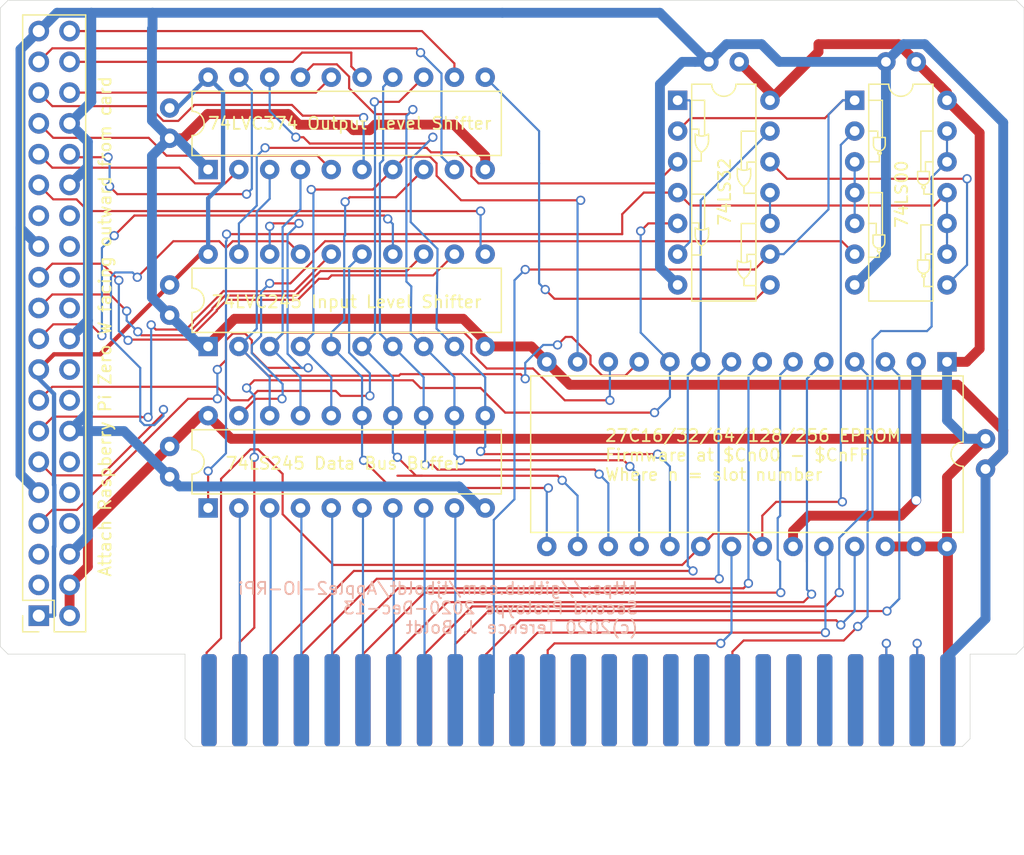
<source format=kicad_pcb>
(kicad_pcb (version 20171130) (host pcbnew "(5.0.2)-1")

  (general
    (thickness 1.6)
    (drawings 78)
    (tracks 783)
    (zones 0)
    (modules 14)
    (nets 94)
  )

  (page USLetter)
  (title_block
    (title "Apple II I/O RPi")
    (date 2020-12-13)
    (rev 0.2)
    (company "Terence J. Boldt")
  )

  (layers
    (0 F.Cu signal)
    (31 B.Cu signal)
    (32 B.Adhes user hide)
    (33 F.Adhes user hide)
    (34 B.Paste user hide)
    (35 F.Paste user hide)
    (36 B.SilkS user)
    (37 F.SilkS user)
    (38 B.Mask user hide)
    (39 F.Mask user hide)
    (40 Dwgs.User user hide)
    (41 Cmts.User user hide)
    (42 Eco1.User user hide)
    (43 Eco2.User user hide)
    (44 Edge.Cuts user)
    (45 Margin user hide)
    (46 B.CrtYd user hide)
    (47 F.CrtYd user hide)
    (48 B.Fab user hide)
    (49 F.Fab user hide)
  )

  (setup
    (last_trace_width 0.1778)
    (trace_clearance 0.1778)
    (zone_clearance 0.508)
    (zone_45_only no)
    (trace_min 0.1778)
    (segment_width 0.2)
    (edge_width 0.05)
    (via_size 0.762)
    (via_drill 0.50038)
    (via_min_size 0.4)
    (via_min_drill 0.3)
    (uvia_size 0.3)
    (uvia_drill 0.1)
    (uvias_allowed no)
    (uvia_min_size 0.2)
    (uvia_min_drill 0.1)
    (pcb_text_width 0.3)
    (pcb_text_size 1.5 1.5)
    (mod_edge_width 0.12)
    (mod_text_size 1 1)
    (mod_text_width 0.15)
    (pad_size 1.524 1.524)
    (pad_drill 0.762)
    (pad_to_mask_clearance 0.051)
    (solder_mask_min_width 0.25)
    (aux_axis_origin 0 0)
    (visible_elements 7FFFFFFF)
    (pcbplotparams
      (layerselection 0x010f0_ffffffff)
      (usegerberextensions false)
      (usegerberattributes false)
      (usegerberadvancedattributes false)
      (creategerberjobfile false)
      (excludeedgelayer true)
      (linewidth 0.100000)
      (plotframeref false)
      (viasonmask false)
      (mode 1)
      (useauxorigin false)
      (hpglpennumber 1)
      (hpglpenspeed 20)
      (hpglpendiameter 15.000000)
      (psnegative false)
      (psa4output false)
      (plotreference true)
      (plotvalue true)
      (plotinvisibletext false)
      (padsonsilk false)
      (subtractmaskfromsilk false)
      (outputformat 1)
      (mirror false)
      (drillshape 0)
      (scaleselection 1)
      (outputdirectory "."))
  )

  (net 0 "")
  (net 1 "Net-(U0-Pad15)")
  (net 2 "Net-(U0-Pad14)")
  (net 3 "Net-(J0-Pad9)")
  (net 4 "Net-(U0-Pad13)")
  (net 5 "Net-(J0-Pad8)")
  (net 6 "Net-(U0-Pad12)")
  (net 7 "Net-(J0-Pad7)")
  (net 8 "Net-(U0-Pad11)")
  (net 9 "Net-(J0-Pad6)")
  (net 10 "Net-(J0-Pad1)")
  (net 11 "Net-(J0-Pad5)")
  (net 12 "Net-(J0-Pad12)")
  (net 13 "Net-(J0-Pad4)")
  (net 14 "Net-(J0-Pad3)")
  (net 15 "Net-(J0-Pad2)")
  (net 16 "Net-(J0-Pad11)")
  (net 17 "Net-(U0-Pad18)")
  (net 18 "Net-(J0-Pad10)")
  (net 19 "Net-(U0-Pad17)")
  (net 20 "Net-(U0-Pad16)")
  (net 21 "Net-(J0-Pad13)")
  (net 22 "Net-(J0-Pad14)")
  (net 23 "Net-(J0-Pad15)")
  (net 24 "Net-(J0-Pad16)")
  (net 25 "Net-(J0-Pad17)")
  (net 26 "Net-(J0-Pad18)")
  (net 27 "Net-(J0-Pad19)")
  (net 28 "Net-(J0-Pad20)")
  (net 29 "Net-(J0-Pad21)")
  (net 30 "Net-(J0-Pad22)")
  (net 31 "Net-(J0-Pad23)")
  (net 32 "Net-(J0-Pad24)")
  (net 33 "Net-(J0-Pad29)")
  (net 34 "Net-(J0-Pad30)")
  (net 35 "Net-(J0-Pad31)")
  (net 36 "Net-(J0-Pad32)")
  (net 37 "Net-(J0-Pad33)")
  (net 38 "Net-(J0-Pad34)")
  (net 39 "Net-(J0-Pad35)")
  (net 40 "Net-(J0-Pad36)")
  (net 41 "Net-(J0-Pad37)")
  (net 42 "Net-(J0-Pad38)")
  (net 43 "Net-(J0-Pad39)")
  (net 44 "Net-(J0-Pad40)")
  (net 45 "Net-(J0-Pad43)")
  (net 46 "Net-(J0-Pad44)")
  (net 47 "Net-(J0-Pad45)")
  (net 48 "Net-(J0-Pad46)")
  (net 49 "Net-(J0-Pad47)")
  (net 50 "Net-(J0-Pad48)")
  (net 51 "Net-(J0-Pad49)")
  (net 52 "Net-(J0-Pad50)")
  (net 53 "Net-(J1-Pad3)")
  (net 54 "Net-(J1-Pad5)")
  (net 55 "Net-(J1-Pad7)")
  (net 56 "Net-(J1-Pad8)")
  (net 57 "Net-(J1-Pad10)")
  (net 58 "Net-(J1-Pad11)")
  (net 59 "Net-(J1-Pad12)")
  (net 60 "Net-(J1-Pad13)")
  (net 61 "Net-(J1-Pad15)")
  (net 62 "Net-(J1-Pad16)")
  (net 63 "Net-(J1-Pad18)")
  (net 64 "Net-(J1-Pad19)")
  (net 65 "Net-(J1-Pad21)")
  (net 66 "Net-(J1-Pad22)")
  (net 67 "Net-(J1-Pad23)")
  (net 68 "Net-(J1-Pad24)")
  (net 69 "Net-(J1-Pad26)")
  (net 70 "Net-(J1-Pad27)")
  (net 71 "Net-(J1-Pad28)")
  (net 72 "Net-(J1-Pad29)")
  (net 73 "Net-(J1-Pad31)")
  (net 74 "Net-(J1-Pad32)")
  (net 75 "Net-(J1-Pad33)")
  (net 76 "Net-(J1-Pad35)")
  (net 77 "Net-(J1-Pad36)")
  (net 78 "Net-(J1-Pad37)")
  (net 79 "Net-(J1-Pad38)")
  (net 80 "Net-(J1-Pad40)")
  (net 81 "Net-(U0-Pad1)")
  (net 82 "Net-(J0-Pad42)")
  (net 83 "Net-(U0-Pad19)")
  (net 84 "Net-(U2-Pad3)")
  (net 85 "Net-(U2-Pad8)")
  (net 86 "Net-(J0-Pad41)")
  (net 87 "Net-(U3-Pad1)")
  (net 88 "Net-(U3-Pad10)")
  (net 89 "Net-(C1-Pad2)")
  (net 90 "Net-(C1-Pad1)")
  (net 91 "Net-(C5-Pad1)")
  (net 92 "Net-(U3-Pad3)")
  (net 93 "Net-(U3-Pad8)")

  (net_class Default "This is the default net class."
    (clearance 0.1778)
    (trace_width 0.1778)
    (via_dia 0.762)
    (via_drill 0.50038)
    (uvia_dia 0.3)
    (uvia_drill 0.1)
    (add_net "Net-(J0-Pad1)")
    (add_net "Net-(J0-Pad10)")
    (add_net "Net-(J0-Pad11)")
    (add_net "Net-(J0-Pad12)")
    (add_net "Net-(J0-Pad13)")
    (add_net "Net-(J0-Pad14)")
    (add_net "Net-(J0-Pad15)")
    (add_net "Net-(J0-Pad16)")
    (add_net "Net-(J0-Pad17)")
    (add_net "Net-(J0-Pad18)")
    (add_net "Net-(J0-Pad19)")
    (add_net "Net-(J0-Pad2)")
    (add_net "Net-(J0-Pad20)")
    (add_net "Net-(J0-Pad21)")
    (add_net "Net-(J0-Pad22)")
    (add_net "Net-(J0-Pad23)")
    (add_net "Net-(J0-Pad24)")
    (add_net "Net-(J0-Pad29)")
    (add_net "Net-(J0-Pad3)")
    (add_net "Net-(J0-Pad30)")
    (add_net "Net-(J0-Pad31)")
    (add_net "Net-(J0-Pad32)")
    (add_net "Net-(J0-Pad33)")
    (add_net "Net-(J0-Pad34)")
    (add_net "Net-(J0-Pad35)")
    (add_net "Net-(J0-Pad36)")
    (add_net "Net-(J0-Pad37)")
    (add_net "Net-(J0-Pad38)")
    (add_net "Net-(J0-Pad39)")
    (add_net "Net-(J0-Pad4)")
    (add_net "Net-(J0-Pad40)")
    (add_net "Net-(J0-Pad41)")
    (add_net "Net-(J0-Pad42)")
    (add_net "Net-(J0-Pad43)")
    (add_net "Net-(J0-Pad44)")
    (add_net "Net-(J0-Pad45)")
    (add_net "Net-(J0-Pad46)")
    (add_net "Net-(J0-Pad47)")
    (add_net "Net-(J0-Pad48)")
    (add_net "Net-(J0-Pad49)")
    (add_net "Net-(J0-Pad5)")
    (add_net "Net-(J0-Pad50)")
    (add_net "Net-(J0-Pad6)")
    (add_net "Net-(J0-Pad7)")
    (add_net "Net-(J0-Pad8)")
    (add_net "Net-(J0-Pad9)")
    (add_net "Net-(J1-Pad10)")
    (add_net "Net-(J1-Pad11)")
    (add_net "Net-(J1-Pad12)")
    (add_net "Net-(J1-Pad13)")
    (add_net "Net-(J1-Pad15)")
    (add_net "Net-(J1-Pad16)")
    (add_net "Net-(J1-Pad18)")
    (add_net "Net-(J1-Pad19)")
    (add_net "Net-(J1-Pad21)")
    (add_net "Net-(J1-Pad22)")
    (add_net "Net-(J1-Pad23)")
    (add_net "Net-(J1-Pad24)")
    (add_net "Net-(J1-Pad26)")
    (add_net "Net-(J1-Pad27)")
    (add_net "Net-(J1-Pad28)")
    (add_net "Net-(J1-Pad29)")
    (add_net "Net-(J1-Pad3)")
    (add_net "Net-(J1-Pad31)")
    (add_net "Net-(J1-Pad32)")
    (add_net "Net-(J1-Pad33)")
    (add_net "Net-(J1-Pad35)")
    (add_net "Net-(J1-Pad36)")
    (add_net "Net-(J1-Pad37)")
    (add_net "Net-(J1-Pad38)")
    (add_net "Net-(J1-Pad40)")
    (add_net "Net-(J1-Pad5)")
    (add_net "Net-(J1-Pad7)")
    (add_net "Net-(J1-Pad8)")
    (add_net "Net-(U0-Pad1)")
    (add_net "Net-(U0-Pad11)")
    (add_net "Net-(U0-Pad12)")
    (add_net "Net-(U0-Pad13)")
    (add_net "Net-(U0-Pad14)")
    (add_net "Net-(U0-Pad15)")
    (add_net "Net-(U0-Pad16)")
    (add_net "Net-(U0-Pad17)")
    (add_net "Net-(U0-Pad18)")
    (add_net "Net-(U0-Pad19)")
    (add_net "Net-(U2-Pad3)")
    (add_net "Net-(U2-Pad8)")
    (add_net "Net-(U3-Pad1)")
    (add_net "Net-(U3-Pad10)")
    (add_net "Net-(U3-Pad3)")
    (add_net "Net-(U3-Pad8)")
  )

  (net_class 3V3 ""
    (clearance 0.1778)
    (trace_width 0.3556)
    (via_dia 0.762)
    (via_drill 0.50038)
    (uvia_dia 0.3)
    (uvia_drill 0.1)
    (add_net "Net-(C5-Pad1)")
  )

  (net_class 5V ""
    (clearance 0.254)
    (trace_width 0.8128)
    (via_dia 0.762)
    (via_drill 0.7112)
    (uvia_dia 0.3)
    (uvia_drill 0.1)
    (add_net "Net-(C1-Pad1)")
  )

  (net_class Ground ""
    (clearance 0.254)
    (trace_width 0.8128)
    (via_dia 0.762)
    (via_drill 0.7112)
    (uvia_dia 0.3)
    (uvia_drill 0.1)
    (add_net "Net-(C1-Pad2)")
  )

  (module Capacitor_THT:C_Disc_D3.8mm_W2.6mm_P2.50mm (layer F.Cu) (tedit 5FB6E1BD) (tstamp 5FB68750)
    (at 121.285 66.675 270)
    (descr "C, Disc series, Radial, pin pitch=2.50mm, , diameter*width=3.8*2.6mm^2, Capacitor, http://www.vishay.com/docs/45233/krseries.pdf")
    (tags "C Disc series Radial pin pitch 2.50mm  diameter 3.8mm width 2.6mm Capacitor")
    (path /5FB87862)
    (fp_text reference C6 (at 1.25 -2.55 270) (layer F.Fab)
      (effects (font (size 1 1) (thickness 0.15)))
    )
    (fp_text value C (at 1.25 2.55 270) (layer F.Fab)
      (effects (font (size 1 1) (thickness 0.15)))
    )
    (fp_text user %R (at 1.25 0 270) (layer F.Fab)
      (effects (font (size 0.76 0.76) (thickness 0.114)))
    )
    (fp_line (start 3.55 -1.55) (end -1.05 -1.55) (layer F.CrtYd) (width 0.05))
    (fp_line (start 3.55 1.55) (end 3.55 -1.55) (layer F.CrtYd) (width 0.05))
    (fp_line (start -1.05 1.55) (end 3.55 1.55) (layer F.CrtYd) (width 0.05))
    (fp_line (start -1.05 -1.55) (end -1.05 1.55) (layer F.CrtYd) (width 0.05))
    (fp_line (start 3.27 0.795) (end 3.27 1.42) (layer F.Fab) (width 0.12))
    (fp_line (start 3.27 -1.42) (end 3.27 -0.795) (layer F.Fab) (width 0.12))
    (fp_line (start -0.77 0.795) (end -0.77 1.42) (layer F.Fab) (width 0.12))
    (fp_line (start -0.77 -1.42) (end -0.77 -0.795) (layer F.Fab) (width 0.12))
    (fp_line (start -0.77 1.42) (end 3.27 1.42) (layer F.Fab) (width 0.12))
    (fp_line (start -0.77 -1.42) (end 3.27 -1.42) (layer F.Fab) (width 0.12))
    (fp_line (start 3.15 -1.3) (end -0.65 -1.3) (layer F.Fab) (width 0.1))
    (fp_line (start 3.15 1.3) (end 3.15 -1.3) (layer F.Fab) (width 0.1))
    (fp_line (start -0.65 1.3) (end 3.15 1.3) (layer F.Fab) (width 0.1))
    (fp_line (start -0.65 -1.3) (end -0.65 1.3) (layer F.Fab) (width 0.1))
    (pad 2 thru_hole circle (at 2.5 0 270) (size 1.6 1.6) (drill 0.8) (layers *.Cu *.Mask)
      (net 89 "Net-(C1-Pad2)"))
    (pad 1 thru_hole circle (at 0 0 270) (size 1.6 1.6) (drill 0.8) (layers *.Cu *.Mask)
      (net 91 "Net-(C5-Pad1)"))
    (model ${KISYS3DMOD}/Capacitor_THT.3dshapes/C_Disc_D3.8mm_W2.6mm_P2.50mm.wrl
      (at (xyz 0 0 0))
      (scale (xyz 1 1 1))
      (rotate (xyz 0 0 0))
    )
  )

  (module Capacitor_THT:C_Disc_D3.8mm_W2.6mm_P2.50mm (layer F.Cu) (tedit 5FB6E185) (tstamp 5FB6873B)
    (at 121.285 81.28 270)
    (descr "C, Disc series, Radial, pin pitch=2.50mm, , diameter*width=3.8*2.6mm^2, Capacitor, http://www.vishay.com/docs/45233/krseries.pdf")
    (tags "C Disc series Radial pin pitch 2.50mm  diameter 3.8mm width 2.6mm Capacitor")
    (path /5FB8694D)
    (fp_text reference C5 (at 1.25 -2.55 270) (layer F.Fab)
      (effects (font (size 1 1) (thickness 0.15)))
    )
    (fp_text value C (at 1.25 2.55 270) (layer F.Fab)
      (effects (font (size 1 1) (thickness 0.15)))
    )
    (fp_line (start -0.65 -1.3) (end -0.65 1.3) (layer F.Fab) (width 0.1))
    (fp_line (start -0.65 1.3) (end 3.15 1.3) (layer F.Fab) (width 0.1))
    (fp_line (start 3.15 1.3) (end 3.15 -1.3) (layer F.Fab) (width 0.1))
    (fp_line (start 3.15 -1.3) (end -0.65 -1.3) (layer F.Fab) (width 0.1))
    (fp_line (start -0.77 -1.42) (end 3.27 -1.42) (layer F.Fab) (width 0.12))
    (fp_line (start -0.77 1.42) (end 3.27 1.42) (layer F.Fab) (width 0.12))
    (fp_line (start -0.77 -1.42) (end -0.77 -0.795) (layer F.Fab) (width 0.12))
    (fp_line (start -0.77 0.795) (end -0.77 1.42) (layer F.Fab) (width 0.12))
    (fp_line (start 3.27 -1.42) (end 3.27 -0.795) (layer F.Fab) (width 0.12))
    (fp_line (start 3.27 0.795) (end 3.27 1.42) (layer F.Fab) (width 0.12))
    (fp_line (start -1.05 -1.55) (end -1.05 1.55) (layer F.CrtYd) (width 0.05))
    (fp_line (start -1.05 1.55) (end 3.55 1.55) (layer F.CrtYd) (width 0.05))
    (fp_line (start 3.55 1.55) (end 3.55 -1.55) (layer F.CrtYd) (width 0.05))
    (fp_line (start 3.55 -1.55) (end -1.05 -1.55) (layer F.CrtYd) (width 0.05))
    (fp_text user %R (at 1.25 0 270) (layer F.Fab)
      (effects (font (size 0.76 0.76) (thickness 0.114)))
    )
    (pad 1 thru_hole circle (at 0 0 270) (size 1.6 1.6) (drill 0.8) (layers *.Cu *.Mask)
      (net 91 "Net-(C5-Pad1)"))
    (pad 2 thru_hole circle (at 2.5 0 270) (size 1.6 1.6) (drill 0.8) (layers *.Cu *.Mask)
      (net 89 "Net-(C1-Pad2)"))
    (model ${KISYS3DMOD}/Capacitor_THT.3dshapes/C_Disc_D3.8mm_W2.6mm_P2.50mm.wrl
      (at (xyz 0 0 0))
      (scale (xyz 1 1 1))
      (rotate (xyz 0 0 0))
    )
  )

  (module Capacitor_THT:C_Disc_D3.8mm_W2.6mm_P2.50mm (layer F.Cu) (tedit 5FB6E13C) (tstamp 5FB686E7)
    (at 121.285 94.615 270)
    (descr "C, Disc series, Radial, pin pitch=2.50mm, , diameter*width=3.8*2.6mm^2, Capacitor, http://www.vishay.com/docs/45233/krseries.pdf")
    (tags "C Disc series Radial pin pitch 2.50mm  diameter 3.8mm width 2.6mm Capacitor")
    (path /5FB85911)
    (fp_text reference C1 (at 1.25 -2.55 270) (layer F.Fab)
      (effects (font (size 1 1) (thickness 0.15)))
    )
    (fp_text value C (at 1.25 2.55 270) (layer F.Fab)
      (effects (font (size 1 1) (thickness 0.15)))
    )
    (fp_text user %R (at 1.25 0 270) (layer F.Fab)
      (effects (font (size 0.76 0.76) (thickness 0.114)))
    )
    (fp_line (start 3.55 -1.55) (end -1.05 -1.55) (layer F.CrtYd) (width 0.05))
    (fp_line (start 3.55 1.55) (end 3.55 -1.55) (layer F.CrtYd) (width 0.05))
    (fp_line (start -1.05 1.55) (end 3.55 1.55) (layer F.CrtYd) (width 0.05))
    (fp_line (start -1.05 -1.55) (end -1.05 1.55) (layer F.CrtYd) (width 0.05))
    (fp_line (start 3.27 0.795) (end 3.27 1.42) (layer F.Fab) (width 0.12))
    (fp_line (start 3.27 -1.42) (end 3.27 -0.795) (layer F.Fab) (width 0.12))
    (fp_line (start -0.77 0.795) (end -0.77 1.42) (layer F.Fab) (width 0.12))
    (fp_line (start -0.77 -1.42) (end -0.77 -0.795) (layer F.Fab) (width 0.12))
    (fp_line (start -0.77 1.42) (end 3.27 1.42) (layer F.Fab) (width 0.12))
    (fp_line (start -0.77 -1.42) (end 3.27 -1.42) (layer F.Fab) (width 0.12))
    (fp_line (start 3.15 -1.3) (end -0.65 -1.3) (layer F.Fab) (width 0.1))
    (fp_line (start 3.15 1.3) (end 3.15 -1.3) (layer F.Fab) (width 0.1))
    (fp_line (start -0.65 1.3) (end 3.15 1.3) (layer F.Fab) (width 0.1))
    (fp_line (start -0.65 -1.3) (end -0.65 1.3) (layer F.Fab) (width 0.1))
    (pad 2 thru_hole circle (at 2.5 0 270) (size 1.6 1.6) (drill 0.8) (layers *.Cu *.Mask)
      (net 89 "Net-(C1-Pad2)"))
    (pad 1 thru_hole circle (at 0 0 270) (size 1.6 1.6) (drill 0.8) (layers *.Cu *.Mask)
      (net 90 "Net-(C1-Pad1)"))
    (model ${KISYS3DMOD}/Capacitor_THT.3dshapes/C_Disc_D3.8mm_W2.6mm_P2.50mm.wrl
      (at (xyz 0 0 0))
      (scale (xyz 1 1 1))
      (rotate (xyz 0 0 0))
    )
  )

  (module "Apple2:Apple II Expansion Edge Connector" (layer F.Cu) (tedit 5FB6E0FA) (tstamp 5FB687BE)
    (at 138.505001 110.49)
    (path /5FA0A8C3)
    (fp_text reference J0 (at 0 0.5) (layer F.Fab)
      (effects (font (size 1 1) (thickness 0.15)))
    )
    (fp_text value "Apple II Expansion Bus" (at 9.652 -5.08) (layer F.Fab)
      (effects (font (size 1 1) (thickness 0.15)))
    )
    (fp_text user "26 GND" (at 45.974 10.922 45) (layer F.Fab)
      (effects (font (size 0.762 0.762) (thickness 0.127)))
    )
    (fp_text user "27 DMA IN" (at 42.799 11.43 45) (layer F.Fab)
      (effects (font (size 0.762 0.762) (thickness 0.127)))
    )
    (fp_text user "28 INT IN" (at 40.386 11.303 45) (layer F.Fab)
      (effects (font (size 0.762 0.762) (thickness 0.127)))
    )
    (fp_text user "29 _NMI" (at 38.1 10.922 45) (layer F.Fab)
      (effects (font (size 0.762 0.762) (thickness 0.127)))
    )
    (fp_text user "30 _IRQ" (at 35.687 10.922 45) (layer F.Fab)
      (effects (font (size 0.762 0.762) (thickness 0.127)))
    )
    (fp_text user "31 _RES" (at 33.02 10.922 45) (layer F.Fab)
      (effects (font (size 0.762 0.762) (thickness 0.127)))
    )
    (fp_text user "32 _INH" (at 30.607 10.922 45) (layer F.Fab)
      (effects (font (size 0.762 0.762) (thickness 0.127)))
    )
    (fp_text user "33 -12V" (at 27.813 11.176 45) (layer F.Fab)
      (effects (font (size 0.762 0.762) (thickness 0.127)))
    )
    (fp_text user "34 -5V" (at 25.527 10.922 45) (layer F.Fab)
      (effects (font (size 0.762 0.762) (thickness 0.127)))
    )
    (fp_text user "35 N.C." (at 23.368 10.541 45) (layer F.Fab)
      (effects (font (size 0.762 0.762) (thickness 0.127)))
    )
    (fp_text user "36 7M" (at 20.701 10.541 45) (layer F.Fab)
      (effects (font (size 0.762 0.762) (thickness 0.127)))
    )
    (fp_text user "37 Q3" (at 18.161 10.541 45) (layer F.Fab)
      (effects (font (size 0.762 0.762) (thickness 0.127)))
    )
    (fp_text user "38 @1" (at 15.621 10.541 45) (layer F.Fab)
      (effects (font (size 0.762 0.762) (thickness 0.127)))
    )
    (fp_text user "39 USER 1" (at 12.192 11.43 45) (layer F.Fab)
      (effects (font (size 0.762 0.762) (thickness 0.127)))
    )
    (fp_text user "40 @0" (at 10.414 10.541 45) (layer F.Fab)
      (effects (font (size 0.762 0.762) (thickness 0.127)))
    )
    (fp_text user "41 _DEVICE SELECT" (at 5.334 13.335 45) (layer F.Fab)
      (effects (font (size 0.762 0.762) (thickness 0.127)))
    )
    (fp_text user "42 D7" (at 5.461 10.541 45) (layer F.Fab)
      (effects (font (size 0.762 0.762) (thickness 0.127)))
    )
    (fp_text user "43 D6" (at 2.921 10.541 45) (layer F.Fab)
      (effects (font (size 0.762 0.762) (thickness 0.127)))
    )
    (fp_text user "44 D5" (at 0.508 10.541 45) (layer F.Fab)
      (effects (font (size 0.762 0.762) (thickness 0.127)))
    )
    (fp_text user "45 D4" (at -2.159 10.541 45) (layer F.Fab)
      (effects (font (size 0.762 0.762) (thickness 0.127)))
    )
    (fp_text user "46 D3" (at -4.699 10.541 45) (layer F.Fab)
      (effects (font (size 0.762 0.762) (thickness 0.127)))
    )
    (fp_text user "47 D2" (at -7.239 10.541 45) (layer F.Fab)
      (effects (font (size 0.762 0.762) (thickness 0.127)))
    )
    (fp_text user "48 D1" (at -9.906 10.541 45) (layer F.Fab)
      (effects (font (size 0.762 0.762) (thickness 0.127)))
    )
    (fp_text user "25 +5V" (at 48.26 -0.635 45) (layer F.Fab)
      (effects (font (size 0.762 0.762) (thickness 0.127)))
    )
    (fp_text user "24 DMA OUT" (at 46.609 -1.524 45) (layer F.Fab)
      (effects (font (size 0.762 0.762) (thickness 0.127)))
    )
    (fp_text user "23 INT OUT" (at 43.942 -1.397 45) (layer F.Fab)
      (effects (font (size 0.762 0.762) (thickness 0.127)))
    )
    (fp_text user "22 _DMA" (at 40.767 -0.762 45) (layer F.Fab)
      (effects (font (size 0.762 0.762) (thickness 0.127)))
    )
    (fp_text user "21 RDY" (at 37.973 -0.508 45) (layer F.Fab)
      (effects (font (size 0.762 0.762) (thickness 0.127)))
    )
    (fp_text user "20 _I/O STROBE" (at 37.084 -2.413 45) (layer F.Fab)
      (effects (font (size 0.762 0.762) (thickness 0.127)))
    )
    (fp_text user "19 N.C." (at 32.893 -0.635 45) (layer F.Fab)
      (effects (font (size 0.762 0.762) (thickness 0.127)))
    )
    (fp_text user "18 R/W" (at 30.48 -0.635 45) (layer F.Fab)
      (effects (font (size 0.762 0.762) (thickness 0.127)))
    )
    (fp_text user "16 A14" (at 25.273 -0.508 45) (layer F.Fab)
      (effects (font (size 0.762 0.762) (thickness 0.127)))
    )
    (fp_text user "17 A15" (at 27.813 -0.508 45) (layer F.Fab)
      (effects (font (size 0.762 0.762) (thickness 0.127)))
    )
    (fp_text user "14 A12" (at 20.193 -0.508 45) (layer F.Fab)
      (effects (font (size 0.762 0.762) (thickness 0.127)))
    )
    (fp_text user "15 A13" (at 22.733 -0.508 45) (layer F.Fab)
      (effects (font (size 0.762 0.762) (thickness 0.127)))
    )
    (fp_text user "13 A11" (at 17.653 -0.508 45) (layer F.Fab)
      (effects (font (size 0.762 0.762) (thickness 0.127)))
    )
    (fp_text user "12 A10" (at 15.113 -0.508 45) (layer F.Fab)
      (effects (font (size 0.762 0.762) (thickness 0.127)))
    )
    (fp_text user "11 A9" (at 12.319 -0.254 45) (layer F.Fab)
      (effects (font (size 0.762 0.762) (thickness 0.127)))
    )
    (fp_text user "10 A8" (at 9.779 -0.254 45) (layer F.Fab)
      (effects (font (size 0.762 0.762) (thickness 0.127)))
    )
    (fp_poly (pts (xy 48.895 8.89) (xy 48.895 1.27) (xy -15.875 1.27) (xy -15.875 8.89)) (layer B.Mask) (width 0.15))
    (fp_poly (pts (xy 48.895 8.89) (xy 48.895 1.27) (xy -15.875 1.27) (xy -15.875 8.89)) (layer F.Mask) (width 0.15))
    (fp_text user "50 +12V" (at -15.494 11.43 45) (layer F.Fab)
      (effects (font (size 0.762 0.762) (thickness 0.127)))
    )
    (fp_text user "1 _I/O SELECT" (at -11.303 -2.032 45) (layer F.Fab)
      (effects (font (size 0.762 0.762) (thickness 0.127)))
    )
    (fp_text user "3 A1" (at -8.128 -0.127 45) (layer F.Fab)
      (effects (font (size 0.762 0.762) (thickness 0.127)))
    )
    (fp_text user "5 A3" (at -3.048 0 45) (layer F.Fab)
      (effects (font (size 0.762 0.762) (thickness 0.127)))
    )
    (fp_text user "4 A2" (at -5.588 0.127 45) (layer F.Fab)
      (effects (font (size 0.762 0.762) (thickness 0.127)))
    )
    (fp_text user "49 D0" (at -12.446 10.668 45) (layer F.Fab)
      (effects (font (size 0.762 0.762) (thickness 0.127)))
    )
    (fp_text user "2 A0" (at -10.668 -0.127 45) (layer F.Fab)
      (effects (font (size 0.762 0.762) (thickness 0.127)))
    )
    (fp_text user "8 A6" (at 4.445 0 45) (layer F.Fab)
      (effects (font (size 0.762 0.762) (thickness 0.127)))
    )
    (fp_text user "6 A4" (at -0.635 0 45) (layer F.Fab)
      (effects (font (size 0.762 0.762) (thickness 0.127)))
    )
    (fp_text user "9 A7" (at 6.985 0 45) (layer F.Fab)
      (effects (font (size 0.762 0.762) (thickness 0.127)))
    )
    (fp_text user "7 A5" (at 1.905 0 45) (layer F.Fab)
      (effects (font (size 0.762 0.762) (thickness 0.127)))
    )
    (fp_line (start -15.875 1.27) (end -16.51 1.27) (layer F.Fab) (width 0.15))
    (fp_line (start -15.875 7.62) (end -15.875 1.27) (layer F.Fab) (width 0.15))
    (fp_line (start 48.895 1.27) (end 49.53 1.27) (layer F.Fab) (width 0.15))
    (fp_line (start 48.895 7.62) (end 48.895 1.27) (layer F.Fab) (width 0.15))
    (pad 50 connect roundrect (at -13.97 5.08) (size 1.27 7.62) (layers B.Cu B.Mask) (roundrect_rratio 0.25)
      (net 52 "Net-(J0-Pad50)"))
    (pad 49 connect roundrect (at -11.43 5.08) (size 1.27 7.62) (layers B.Cu B.Mask) (roundrect_rratio 0.25)
      (net 51 "Net-(J0-Pad49)"))
    (pad 48 connect roundrect (at -8.89 5.08) (size 1.27 7.62) (layers B.Cu B.Mask) (roundrect_rratio 0.25)
      (net 50 "Net-(J0-Pad48)"))
    (pad 47 connect roundrect (at -6.35 5.08) (size 1.27 7.62) (layers B.Cu B.Mask) (roundrect_rratio 0.25)
      (net 49 "Net-(J0-Pad47)"))
    (pad 46 connect roundrect (at -3.81 5.08) (size 1.27 7.62) (layers B.Cu B.Mask) (roundrect_rratio 0.25)
      (net 48 "Net-(J0-Pad46)"))
    (pad 45 connect roundrect (at -1.27 5.08) (size 1.27 7.62) (layers B.Cu B.Mask) (roundrect_rratio 0.25)
      (net 47 "Net-(J0-Pad45)"))
    (pad 44 connect roundrect (at 1.27 5.08) (size 1.27 7.62) (layers B.Cu B.Mask) (roundrect_rratio 0.25)
      (net 46 "Net-(J0-Pad44)"))
    (pad 43 connect roundrect (at 3.81 5.08) (size 1.27 7.62) (layers B.Cu B.Mask) (roundrect_rratio 0.25)
      (net 45 "Net-(J0-Pad43)"))
    (pad 42 connect roundrect (at 6.35 5.08) (size 1.27 7.62) (layers B.Cu B.Mask) (roundrect_rratio 0.25)
      (net 82 "Net-(J0-Pad42)"))
    (pad 41 connect roundrect (at 8.89 5.08) (size 1.27 7.62) (layers B.Cu B.Mask) (roundrect_rratio 0.25)
      (net 86 "Net-(J0-Pad41)"))
    (pad 40 connect roundrect (at 11.43 5.08) (size 1.27 7.62) (layers B.Cu B.Mask) (roundrect_rratio 0.25)
      (net 44 "Net-(J0-Pad40)"))
    (pad 39 connect roundrect (at 13.97 5.08) (size 1.27 7.62) (layers B.Cu B.Mask) (roundrect_rratio 0.25)
      (net 43 "Net-(J0-Pad39)"))
    (pad 37 connect roundrect (at 19.05 5.08) (size 1.27 7.62) (layers B.Cu B.Mask) (roundrect_rratio 0.25)
      (net 41 "Net-(J0-Pad37)"))
    (pad 38 connect roundrect (at 16.51 5.08) (size 1.27 7.62) (layers B.Cu B.Mask) (roundrect_rratio 0.25)
      (net 42 "Net-(J0-Pad38)"))
    (pad 36 connect roundrect (at 21.59 5.08) (size 1.27 7.62) (layers B.Cu B.Mask) (roundrect_rratio 0.25)
      (net 40 "Net-(J0-Pad36)"))
    (pad 35 connect roundrect (at 24.13 5.08) (size 1.27 7.62) (layers B.Cu B.Mask) (roundrect_rratio 0.25)
      (net 39 "Net-(J0-Pad35)"))
    (pad 34 connect roundrect (at 26.67 5.08) (size 1.27 7.62) (layers B.Cu B.Mask) (roundrect_rratio 0.25)
      (net 38 "Net-(J0-Pad34)"))
    (pad 33 connect roundrect (at 29.21 5.08) (size 1.27 7.62) (layers B.Cu B.Mask) (roundrect_rratio 0.25)
      (net 37 "Net-(J0-Pad33)"))
    (pad 32 connect roundrect (at 31.75 5.08) (size 1.27 7.62) (layers B.Cu B.Mask) (roundrect_rratio 0.25)
      (net 36 "Net-(J0-Pad32)"))
    (pad 31 connect roundrect (at 34.29 5.08) (size 1.27 7.62) (layers B.Cu B.Mask) (roundrect_rratio 0.25)
      (net 35 "Net-(J0-Pad31)"))
    (pad 30 connect roundrect (at 36.83 5.08) (size 1.27 7.62) (layers B.Cu B.Mask) (roundrect_rratio 0.25)
      (net 34 "Net-(J0-Pad30)"))
    (pad 29 connect roundrect (at 39.37 5.08) (size 1.27 7.62) (layers B.Cu B.Mask) (roundrect_rratio 0.25)
      (net 33 "Net-(J0-Pad29)"))
    (pad 28 connect roundrect (at 41.91 5.08) (size 1.27 7.62) (layers B.Cu B.Mask) (roundrect_rratio 0.25)
      (net 31 "Net-(J0-Pad23)"))
    (pad 27 connect roundrect (at 44.45 5.08) (size 1.27 7.62) (layers B.Cu B.Mask) (roundrect_rratio 0.25)
      (net 32 "Net-(J0-Pad24)"))
    (pad 26 connect roundrect (at 46.99 5.08) (size 1.27 7.62) (layers B.Cu B.Mask) (roundrect_rratio 0.25)
      (net 89 "Net-(C1-Pad2)"))
    (pad 25 connect roundrect (at 46.99 5.08) (size 1.27 7.62) (layers F.Cu F.Mask) (roundrect_rratio 0.25)
      (net 90 "Net-(C1-Pad1)"))
    (pad 24 connect roundrect (at 44.45 5.08) (size 1.27 7.62) (layers F.Cu F.Mask) (roundrect_rratio 0.25)
      (net 32 "Net-(J0-Pad24)"))
    (pad 23 connect roundrect (at 41.91 5.08) (size 1.27 7.62) (layers F.Cu F.Mask) (roundrect_rratio 0.25)
      (net 31 "Net-(J0-Pad23)"))
    (pad 22 connect roundrect (at 39.37 5.08) (size 1.27 7.62) (layers F.Cu F.Mask) (roundrect_rratio 0.25)
      (net 30 "Net-(J0-Pad22)"))
    (pad 21 connect roundrect (at 36.83 5.08) (size 1.27 7.62) (layers F.Cu F.Mask) (roundrect_rratio 0.25)
      (net 29 "Net-(J0-Pad21)"))
    (pad 20 connect roundrect (at 34.29 5.08) (size 1.27 7.62) (layers F.Cu F.Mask) (roundrect_rratio 0.25)
      (net 28 "Net-(J0-Pad20)"))
    (pad 19 connect roundrect (at 31.75 5.08) (size 1.27 7.62) (layers F.Cu F.Mask) (roundrect_rratio 0.25)
      (net 27 "Net-(J0-Pad19)"))
    (pad 18 connect roundrect (at 29.21 5.08) (size 1.27 7.62) (layers F.Cu F.Mask) (roundrect_rratio 0.25)
      (net 26 "Net-(J0-Pad18)"))
    (pad 17 connect roundrect (at 26.67 5.08) (size 1.27 7.62) (layers F.Cu F.Mask) (roundrect_rratio 0.25)
      (net 25 "Net-(J0-Pad17)"))
    (pad 16 connect roundrect (at 24.13 5.08) (size 1.27 7.62) (layers F.Cu F.Mask) (roundrect_rratio 0.25)
      (net 24 "Net-(J0-Pad16)"))
    (pad 15 connect roundrect (at 21.59 5.08) (size 1.27 7.62) (layers F.Cu F.Mask) (roundrect_rratio 0.25)
      (net 23 "Net-(J0-Pad15)"))
    (pad 14 connect roundrect (at 19.05 5.08) (size 1.27 7.62) (layers F.Cu F.Mask) (roundrect_rratio 0.25)
      (net 22 "Net-(J0-Pad14)"))
    (pad 13 connect roundrect (at 16.51 5.08) (size 1.27 7.62) (layers F.Cu F.Mask) (roundrect_rratio 0.25)
      (net 21 "Net-(J0-Pad13)"))
    (pad 12 connect roundrect (at 13.97 5.08) (size 1.27 7.62) (layers F.Cu F.Mask) (roundrect_rratio 0.25)
      (net 12 "Net-(J0-Pad12)"))
    (pad 11 connect roundrect (at 11.43 5.08) (size 1.27 7.62) (layers F.Cu F.Mask) (roundrect_rratio 0.25)
      (net 16 "Net-(J0-Pad11)"))
    (pad 10 connect roundrect (at 8.89 5.08) (size 1.27 7.62) (layers F.Cu F.Mask) (roundrect_rratio 0.25)
      (net 18 "Net-(J0-Pad10)"))
    (pad 9 connect roundrect (at 6.35 5.08) (size 1.27 7.62) (layers F.Cu F.Mask) (roundrect_rratio 0.25)
      (net 3 "Net-(J0-Pad9)"))
    (pad 8 connect roundrect (at 3.81 5.08) (size 1.27 7.62) (layers F.Cu F.Mask) (roundrect_rratio 0.25)
      (net 5 "Net-(J0-Pad8)"))
    (pad 7 connect roundrect (at 1.27 5.08) (size 1.27 7.62) (layers F.Cu F.Mask) (roundrect_rratio 0.25)
      (net 7 "Net-(J0-Pad7)"))
    (pad 6 connect roundrect (at -1.27 5.08) (size 1.27 7.62) (layers F.Cu F.Mask) (roundrect_rratio 0.25)
      (net 9 "Net-(J0-Pad6)"))
    (pad 5 connect roundrect (at -3.81 5.08) (size 1.27 7.62) (layers F.Cu F.Mask) (roundrect_rratio 0.25)
      (net 11 "Net-(J0-Pad5)"))
    (pad 4 connect roundrect (at -6.35 5.08) (size 1.27 7.62) (layers F.Cu F.Mask) (roundrect_rratio 0.25)
      (net 13 "Net-(J0-Pad4)"))
    (pad 3 connect roundrect (at -8.89 5.08) (size 1.27 7.62) (layers F.Cu F.Mask) (roundrect_rratio 0.25)
      (net 14 "Net-(J0-Pad3)"))
    (pad 2 connect roundrect (at -11.43 5.08) (size 1.27 7.62) (layers F.Cu F.Mask) (roundrect_rratio 0.25)
      (net 15 "Net-(J0-Pad2)"))
    (pad 1 connect roundrect (at -13.97 5.08) (size 1.27 7.62) (layers F.Cu F.Mask) (roundrect_rratio 0.25)
      (net 10 "Net-(J0-Pad1)"))
  )

  (module Capacitor_THT:C_Disc_D3.8mm_W2.6mm_P2.50mm (layer F.Cu) (tedit 5FB6AB23) (tstamp 5FB68726)
    (at 168.275 62.865 180)
    (descr "C, Disc series, Radial, pin pitch=2.50mm, , diameter*width=3.8*2.6mm^2, Capacitor, http://www.vishay.com/docs/45233/krseries.pdf")
    (tags "C Disc series Radial pin pitch 2.50mm  diameter 3.8mm width 2.6mm Capacitor")
    (path /5FB82906)
    (fp_text reference C4 (at 1.25 -2.55) (layer F.Fab)
      (effects (font (size 1 1) (thickness 0.15)))
    )
    (fp_text value C (at 1.25 2.55) (layer F.Fab)
      (effects (font (size 1 1) (thickness 0.15)))
    )
    (fp_text user %R (at 1.25 0) (layer F.Fab)
      (effects (font (size 0.76 0.76) (thickness 0.114)))
    )
    (fp_line (start 3.55 -1.55) (end -1.05 -1.55) (layer F.CrtYd) (width 0.05))
    (fp_line (start 3.55 1.55) (end 3.55 -1.55) (layer F.CrtYd) (width 0.05))
    (fp_line (start -1.05 1.55) (end 3.55 1.55) (layer F.CrtYd) (width 0.05))
    (fp_line (start -1.05 -1.55) (end -1.05 1.55) (layer F.CrtYd) (width 0.05))
    (fp_line (start 3.27 0.795) (end 3.27 1.42) (layer F.Fab) (width 0.12))
    (fp_line (start 3.27 -1.42) (end 3.27 -0.795) (layer F.Fab) (width 0.12))
    (fp_line (start -0.77 0.795) (end -0.77 1.42) (layer F.Fab) (width 0.12))
    (fp_line (start -0.77 -1.42) (end -0.77 -0.795) (layer F.Fab) (width 0.12))
    (fp_line (start -0.77 1.42) (end 3.27 1.42) (layer F.Fab) (width 0.12))
    (fp_line (start -0.77 -1.42) (end 3.27 -1.42) (layer F.Fab) (width 0.12))
    (fp_line (start 3.15 -1.3) (end -0.65 -1.3) (layer F.Fab) (width 0.1))
    (fp_line (start 3.15 1.3) (end 3.15 -1.3) (layer F.Fab) (width 0.1))
    (fp_line (start -0.65 1.3) (end 3.15 1.3) (layer F.Fab) (width 0.1))
    (fp_line (start -0.65 -1.3) (end -0.65 1.3) (layer F.Fab) (width 0.1))
    (pad 2 thru_hole circle (at 2.5 0 180) (size 1.6 1.6) (drill 0.8) (layers *.Cu *.Mask)
      (net 89 "Net-(C1-Pad2)"))
    (pad 1 thru_hole circle (at 0 0 180) (size 1.6 1.6) (drill 0.8) (layers *.Cu *.Mask)
      (net 90 "Net-(C1-Pad1)"))
    (model ${KISYS3DMOD}/Capacitor_THT.3dshapes/C_Disc_D3.8mm_W2.6mm_P2.50mm.wrl
      (at (xyz 0 0 0))
      (scale (xyz 1 1 1))
      (rotate (xyz 0 0 0))
    )
  )

  (module Package_DIP:DIP-14_W7.62mm (layer F.Cu) (tedit 5FB6A63A) (tstamp 5FB68898)
    (at 163.195 66.04)
    (descr "14-lead though-hole mounted DIP package, row spacing 7.62 mm (300 mils)")
    (tags "THT DIP DIL PDIP 2.54mm 7.62mm 300mil")
    (path /5FB50A31)
    (fp_text reference U3 (at 3.81 -2.33) (layer F.Fab)
      (effects (font (size 1 1) (thickness 0.15)))
    )
    (fp_text value 74LS32 (at 3.875 7.55 90) (layer F.SilkS)
      (effects (font (size 1 1) (thickness 0.15)))
    )
    (fp_arc (start 3.81 -1.33) (end 2.81 -1.33) (angle -180) (layer F.SilkS) (width 0.12))
    (fp_line (start 1.635 -1.27) (end 6.985 -1.27) (layer F.Fab) (width 0.1))
    (fp_line (start 6.985 -1.27) (end 6.985 16.51) (layer F.Fab) (width 0.1))
    (fp_line (start 6.985 16.51) (end 0.635 16.51) (layer F.Fab) (width 0.1))
    (fp_line (start 0.635 16.51) (end 0.635 -0.27) (layer F.Fab) (width 0.1))
    (fp_line (start 0.635 -0.27) (end 1.635 -1.27) (layer F.Fab) (width 0.1))
    (fp_line (start 2.81 -1.33) (end 1.16 -1.33) (layer F.SilkS) (width 0.12))
    (fp_line (start 1.16 -1.33) (end 1.16 16.57) (layer F.SilkS) (width 0.12))
    (fp_line (start 1.16 16.57) (end 6.46 16.57) (layer F.SilkS) (width 0.12))
    (fp_line (start 6.46 16.57) (end 6.46 -1.33) (layer F.SilkS) (width 0.12))
    (fp_line (start 6.46 -1.33) (end 4.81 -1.33) (layer F.SilkS) (width 0.12))
    (fp_line (start -1.1 -1.55) (end -1.1 16.8) (layer F.CrtYd) (width 0.05))
    (fp_line (start -1.1 16.8) (end 8.7 16.8) (layer F.CrtYd) (width 0.05))
    (fp_line (start 8.7 16.8) (end 8.7 -1.55) (layer F.CrtYd) (width 0.05))
    (fp_line (start 8.7 -1.55) (end -1.1 -1.55) (layer F.CrtYd) (width 0.05))
    (fp_arc (start 2 2) (end 1.450001 2.774999) (angle -69.47693483) (layer F.SilkS) (width 0.12))
    (fp_line (start 1.45 2.775) (end 1.45 3.35) (layer F.SilkS) (width 0.12))
    (fp_line (start 2.55 3.35) (end 2.55 2.8) (layer F.SilkS) (width 0.12))
    (fp_arc (start 2.55 3.35) (end 1.45 3.35) (angle -58.13402231) (layer F.SilkS) (width 0.12))
    (fp_arc (start 1.448537 3.320952) (end 2.548537 3.320952) (angle 62.8786966) (layer F.SilkS) (width 0.12))
    (fp_arc (start 5.475 4.825) (end 4.925001 5.599999) (angle -69.47693483) (layer F.SilkS) (width 0.12))
    (fp_arc (start 6.025 6.175) (end 4.925 6.175) (angle -58.13402231) (layer F.SilkS) (width 0.12))
    (fp_arc (start 4.923537 6.145952) (end 6.023537 6.145952) (angle 62.8786966) (layer F.SilkS) (width 0.12))
    (fp_line (start 6.025 6.175) (end 6.025 5.625) (layer F.SilkS) (width 0.12))
    (fp_line (start 4.925 5.6) (end 4.925 6.175) (layer F.SilkS) (width 0.12))
    (fp_line (start 1.175 2.375) (end 1.75 2.375) (layer F.SilkS) (width 0.12))
    (fp_line (start 1.75 2.375) (end 1.75 2.925) (layer F.SilkS) (width 0.12))
    (fp_line (start 2.225 2.875) (end 2.225 0) (layer F.SilkS) (width 0.12))
    (fp_line (start 2.225 0) (end 1.175 0) (layer F.SilkS) (width 0.12))
    (fp_line (start 1.95 4.275) (end 1.95 5.025) (layer F.SilkS) (width 0.12))
    (fp_line (start 1.95 5.025) (end 1.175 5.025) (layer F.SilkS) (width 0.12))
    (fp_line (start 5.475 7.15) (end 5.475 7.675) (layer F.SilkS) (width 0.12))
    (fp_line (start 5.475 7.675) (end 6.425 7.675) (layer F.SilkS) (width 0.12))
    (fp_line (start 6.45 5.1) (end 5.725 5.1) (layer F.SilkS) (width 0.12))
    (fp_line (start 5.725 5.1) (end 5.725 5.75) (layer F.SilkS) (width 0.12))
    (fp_line (start 6.45 2.55) (end 5.25 2.55) (layer F.SilkS) (width 0.12))
    (fp_line (start 5.25 2.55) (end 5.25 5.7) (layer F.SilkS) (width 0.12))
    (fp_line (start 1.95 12.772) (end 1.175 12.772) (layer F.SilkS) (width 0.12))
    (fp_line (start 1.95 12.022) (end 1.95 12.772) (layer F.SilkS) (width 0.12))
    (fp_line (start 2.225 7.747) (end 1.175 7.747) (layer F.SilkS) (width 0.12))
    (fp_line (start 2.225 10.622) (end 2.225 7.747) (layer F.SilkS) (width 0.12))
    (fp_line (start 1.75 10.122) (end 1.75 10.672) (layer F.SilkS) (width 0.12))
    (fp_line (start 1.175 10.122) (end 1.75 10.122) (layer F.SilkS) (width 0.12))
    (fp_arc (start 1.448537 11.067952) (end 2.548537 11.067952) (angle 62.8786966) (layer F.SilkS) (width 0.12))
    (fp_arc (start 2.55 11.097) (end 1.45 11.097) (angle -58.13402231) (layer F.SilkS) (width 0.12))
    (fp_line (start 2.55 11.097) (end 2.55 10.547) (layer F.SilkS) (width 0.12))
    (fp_line (start 1.45 10.522) (end 1.45 11.097) (layer F.SilkS) (width 0.12))
    (fp_arc (start 2 9.747) (end 1.450001 10.521999) (angle -69.47693483) (layer F.SilkS) (width 0.12))
    (fp_arc (start 5.475 12.445) (end 4.925001 13.219999) (angle -69.47693483) (layer F.SilkS) (width 0.12))
    (fp_line (start 4.925 13.22) (end 4.925 13.795) (layer F.SilkS) (width 0.12))
    (fp_line (start 6.025 13.795) (end 6.025 13.245) (layer F.SilkS) (width 0.12))
    (fp_arc (start 4.923537 13.765952) (end 6.023537 13.765952) (angle 62.8786966) (layer F.SilkS) (width 0.12))
    (fp_line (start 6.45 10.17) (end 5.25 10.17) (layer F.SilkS) (width 0.12))
    (fp_line (start 5.725 12.72) (end 5.725 13.37) (layer F.SilkS) (width 0.12))
    (fp_line (start 6.45 12.72) (end 5.725 12.72) (layer F.SilkS) (width 0.12))
    (fp_line (start 5.475 15.295) (end 6.425 15.295) (layer F.SilkS) (width 0.12))
    (fp_line (start 5.475 14.77) (end 5.475 15.295) (layer F.SilkS) (width 0.12))
    (fp_line (start 5.25 10.17) (end 5.25 13.32) (layer F.SilkS) (width 0.12))
    (fp_arc (start 6.025 13.795) (end 4.925 13.795) (angle -58.13402231) (layer F.SilkS) (width 0.12))
    (pad 1 thru_hole rect (at 0 0) (size 1.6 1.6) (drill 0.8) (layers *.Cu *.Mask)
      (net 87 "Net-(U3-Pad1)"))
    (pad 8 thru_hole oval (at 7.62 15.24) (size 1.6 1.6) (drill 0.8) (layers *.Cu *.Mask)
      (net 93 "Net-(U3-Pad8)"))
    (pad 2 thru_hole oval (at 0 2.54) (size 1.6 1.6) (drill 0.8) (layers *.Cu *.Mask)
      (net 86 "Net-(J0-Pad41)"))
    (pad 9 thru_hole oval (at 7.62 12.7) (size 1.6 1.6) (drill 0.8) (layers *.Cu *.Mask)
      (net 86 "Net-(J0-Pad41)"))
    (pad 3 thru_hole oval (at 0 5.08) (size 1.6 1.6) (drill 0.8) (layers *.Cu *.Mask)
      (net 92 "Net-(U3-Pad3)"))
    (pad 10 thru_hole oval (at 7.62 10.16) (size 1.6 1.6) (drill 0.8) (layers *.Cu *.Mask)
      (net 88 "Net-(U3-Pad10)"))
    (pad 4 thru_hole oval (at 0 7.62) (size 1.6 1.6) (drill 0.8) (layers *.Cu *.Mask)
      (net 81 "Net-(U0-Pad1)"))
    (pad 11 thru_hole oval (at 7.62 7.62) (size 1.6 1.6) (drill 0.8) (layers *.Cu *.Mask)
      (net 88 "Net-(U3-Pad10)"))
    (pad 5 thru_hole oval (at 0 10.16) (size 1.6 1.6) (drill 0.8) (layers *.Cu *.Mask)
      (net 15 "Net-(J0-Pad2)"))
    (pad 12 thru_hole oval (at 7.62 5.08) (size 1.6 1.6) (drill 0.8) (layers *.Cu *.Mask)
      (net 85 "Net-(U2-Pad8)"))
    (pad 6 thru_hole oval (at 0 12.7) (size 1.6 1.6) (drill 0.8) (layers *.Cu *.Mask)
      (net 87 "Net-(U3-Pad1)"))
    (pad 13 thru_hole oval (at 7.62 2.54) (size 1.6 1.6) (drill 0.8) (layers *.Cu *.Mask)
      (net 14 "Net-(J0-Pad3)"))
    (pad 7 thru_hole oval (at 0 15.24) (size 1.6 1.6) (drill 0.8) (layers *.Cu *.Mask)
      (net 89 "Net-(C1-Pad2)"))
    (pad 14 thru_hole oval (at 7.62 0) (size 1.6 1.6) (drill 0.8) (layers *.Cu *.Mask)
      (net 90 "Net-(C1-Pad1)"))
    (model ${KISYS3DMOD}/Package_DIP.3dshapes/DIP-14_W7.62mm.wrl
      (at (xyz 0 0 0))
      (scale (xyz 1 1 1))
      (rotate (xyz 0 0 0))
    )
  )

  (module Package_DIP:DIP-14_W7.62mm (layer F.Cu) (tedit 5FB69AA2) (tstamp 5FB68876)
    (at 177.8 66.04)
    (descr "14-lead though-hole mounted DIP package, row spacing 7.62 mm (300 mils)")
    (tags "THT DIP DIL PDIP 2.54mm 7.62mm 300mil")
    (path /5FD4E618)
    (fp_text reference U2 (at 3.81 -2.33) (layer F.Fab)
      (effects (font (size 1 1) (thickness 0.15)))
    )
    (fp_text value 74LS00 (at 3.875 7.75 90) (layer F.SilkS)
      (effects (font (size 1 1) (thickness 0.15)))
    )
    (fp_text user %R (at 3.81 7.62) (layer F.Fab)
      (effects (font (size 1 1) (thickness 0.15)))
    )
    (fp_line (start 8.7 -1.55) (end -1.1 -1.55) (layer F.CrtYd) (width 0.05))
    (fp_line (start 8.7 16.8) (end 8.7 -1.55) (layer F.CrtYd) (width 0.05))
    (fp_line (start -1.1 16.8) (end 8.7 16.8) (layer F.CrtYd) (width 0.05))
    (fp_line (start -1.1 -1.55) (end -1.1 16.8) (layer F.CrtYd) (width 0.05))
    (fp_line (start 6.46 -1.33) (end 4.81 -1.33) (layer F.SilkS) (width 0.12))
    (fp_line (start 6.46 16.57) (end 6.46 -1.33) (layer F.SilkS) (width 0.12))
    (fp_line (start 1.16 16.57) (end 6.46 16.57) (layer F.SilkS) (width 0.12))
    (fp_line (start 1.16 -1.33) (end 1.16 16.57) (layer F.SilkS) (width 0.12))
    (fp_line (start 2.81 -1.33) (end 1.16 -1.33) (layer F.SilkS) (width 0.12))
    (fp_line (start 0.635 -0.27) (end 1.635 -1.27) (layer F.Fab) (width 0.1))
    (fp_line (start 0.635 16.51) (end 0.635 -0.27) (layer F.Fab) (width 0.1))
    (fp_line (start 6.985 16.51) (end 0.635 16.51) (layer F.Fab) (width 0.1))
    (fp_line (start 6.985 -1.27) (end 6.985 16.51) (layer F.Fab) (width 0.1))
    (fp_line (start 1.635 -1.27) (end 6.985 -1.27) (layer F.Fab) (width 0.1))
    (fp_arc (start 3.81 -1.33) (end 2.81 -1.33) (angle -180) (layer F.SilkS) (width 0.12))
    (fp_line (start 1.55194 3.06832) (end 2.50444 3.06832) (layer F.SilkS) (width 0.12))
    (fp_line (start 1.5494 3.08102) (end 1.5494 3.66776) (layer F.SilkS) (width 0.12))
    (fp_arc (start 2.03454 3.683) (end 1.5494 3.683) (angle -182.7927024) (layer F.SilkS) (width 0.12))
    (fp_arc (start 2.04724 4.35864) (end 2.062479 4.221481) (angle -338.1228359) (layer F.SilkS) (width 0.12))
    (fp_line (start 2.52476 3.67538) (end 2.52476 3.0734) (layer F.SilkS) (width 0.12))
    (fp_arc (start 1.99898 11.72718) (end 1.51384 11.72718) (angle -182.7927024) (layer F.SilkS) (width 0.12))
    (fp_arc (start 2.01168 12.40282) (end 2.026919 12.265661) (angle -338.1228359) (layer F.SilkS) (width 0.12))
    (fp_line (start 1.51638 11.1125) (end 2.46888 11.1125) (layer F.SilkS) (width 0.12))
    (fp_line (start 2.4892 11.71956) (end 2.4892 11.11758) (layer F.SilkS) (width 0.12))
    (fp_line (start 1.51384 11.1252) (end 1.51384 11.71194) (layer F.SilkS) (width 0.12))
    (fp_arc (start 5.6769 6.4897) (end 5.19176 6.4897) (angle -182.7927024) (layer F.SilkS) (width 0.12))
    (fp_arc (start 5.6896 7.16534) (end 5.704839 7.028181) (angle -338.1228359) (layer F.SilkS) (width 0.12))
    (fp_line (start 5.1943 5.87502) (end 6.1468 5.87502) (layer F.SilkS) (width 0.12))
    (fp_line (start 6.16712 6.48208) (end 6.16712 5.8801) (layer F.SilkS) (width 0.12))
    (fp_line (start 5.19176 5.88772) (end 5.19176 6.47446) (layer F.SilkS) (width 0.12))
    (fp_arc (start 5.6769 13.79982) (end 5.19176 13.79982) (angle -182.7927024) (layer F.SilkS) (width 0.12))
    (fp_arc (start 5.6896 14.47546) (end 5.704839 14.338301) (angle -338.1228359) (layer F.SilkS) (width 0.12))
    (fp_line (start 5.1943 13.18514) (end 6.1468 13.18514) (layer F.SilkS) (width 0.12))
    (fp_line (start 6.16712 13.7922) (end 6.16712 13.19022) (layer F.SilkS) (width 0.12))
    (fp_line (start 5.19176 13.19784) (end 5.19176 13.78458) (layer F.SilkS) (width 0.12))
    (fp_line (start 1.143 0) (end 2.286 0) (layer F.SilkS) (width 0.12))
    (fp_line (start 2.286 0) (end 2.286 3.048) (layer F.SilkS) (width 0.12))
    (fp_line (start 1.143 2.54) (end 1.905 2.54) (layer F.SilkS) (width 0.12))
    (fp_line (start 1.905 2.54) (end 1.905 3.048) (layer F.SilkS) (width 0.12))
    (fp_line (start 1.143 5.08) (end 2.032 5.08) (layer F.SilkS) (width 0.12))
    (fp_line (start 2.032 5.08) (end 2.032 4.572) (layer F.SilkS) (width 0.12))
    (fp_line (start 2.286 11.049) (end 2.286 7.62) (layer F.SilkS) (width 0.12))
    (fp_line (start 2.286 7.62) (end 1.143 7.62) (layer F.SilkS) (width 0.12))
    (fp_line (start 1.778 11.049) (end 1.778 10.16) (layer F.SilkS) (width 0.12))
    (fp_line (start 1.778 10.16) (end 1.143 10.16) (layer F.SilkS) (width 0.12))
    (fp_line (start 2.032 12.573) (end 2.032 12.954) (layer F.SilkS) (width 0.12))
    (fp_line (start 2.032 12.954) (end 1.143 12.954) (layer F.SilkS) (width 0.12))
    (fp_line (start 5.461 5.842) (end 5.461 2.54) (layer F.SilkS) (width 0.12))
    (fp_line (start 5.461 2.54) (end 6.477 2.54) (layer F.SilkS) (width 0.12))
    (fp_line (start 5.842 5.842) (end 5.842 5.08) (layer F.SilkS) (width 0.12))
    (fp_line (start 5.842 5.08) (end 6.477 5.08) (layer F.SilkS) (width 0.12))
    (fp_line (start 6.477 7.747) (end 5.715 7.747) (layer F.SilkS) (width 0.12))
    (fp_line (start 5.715 7.747) (end 5.715 7.366) (layer F.SilkS) (width 0.12))
    (fp_line (start 5.461 13.081) (end 5.461 10.287) (layer F.SilkS) (width 0.12))
    (fp_line (start 5.461 10.287) (end 6.477 10.287) (layer F.SilkS) (width 0.12))
    (fp_line (start 5.842 13.081) (end 5.842 12.7) (layer F.SilkS) (width 0.12))
    (fp_line (start 5.842 12.7) (end 6.477 12.7) (layer F.SilkS) (width 0.12))
    (fp_line (start 6.477 15.367) (end 5.715 15.367) (layer F.SilkS) (width 0.12))
    (fp_line (start 5.715 15.367) (end 5.715 14.605) (layer F.SilkS) (width 0.12))
    (pad 14 thru_hole oval (at 7.62 0) (size 1.6 1.6) (drill 0.8) (layers *.Cu *.Mask)
      (net 90 "Net-(C1-Pad1)"))
    (pad 7 thru_hole oval (at 0 15.24) (size 1.6 1.6) (drill 0.8) (layers *.Cu *.Mask)
      (net 89 "Net-(C1-Pad2)"))
    (pad 13 thru_hole oval (at 7.62 2.54) (size 1.6 1.6) (drill 0.8) (layers *.Cu *.Mask)
      (net 26 "Net-(J0-Pad18)"))
    (pad 6 thru_hole oval (at 0 12.7) (size 1.6 1.6) (drill 0.8) (layers *.Cu *.Mask)
      (net 83 "Net-(U0-Pad19)"))
    (pad 12 thru_hole oval (at 7.62 5.08) (size 1.6 1.6) (drill 0.8) (layers *.Cu *.Mask)
      (net 26 "Net-(J0-Pad18)"))
    (pad 5 thru_hole oval (at 0 10.16) (size 1.6 1.6) (drill 0.8) (layers *.Cu *.Mask)
      (net 84 "Net-(U2-Pad3)"))
    (pad 11 thru_hole oval (at 7.62 7.62) (size 1.6 1.6) (drill 0.8) (layers *.Cu *.Mask)
      (net 81 "Net-(U0-Pad1)"))
    (pad 4 thru_hole oval (at 0 7.62) (size 1.6 1.6) (drill 0.8) (layers *.Cu *.Mask)
      (net 84 "Net-(U2-Pad3)"))
    (pad 10 thru_hole oval (at 7.62 10.16) (size 1.6 1.6) (drill 0.8) (layers *.Cu *.Mask)
      (net 81 "Net-(U0-Pad1)"))
    (pad 3 thru_hole oval (at 0 5.08) (size 1.6 1.6) (drill 0.8) (layers *.Cu *.Mask)
      (net 84 "Net-(U2-Pad3)"))
    (pad 9 thru_hole oval (at 7.62 12.7) (size 1.6 1.6) (drill 0.8) (layers *.Cu *.Mask)
      (net 81 "Net-(U0-Pad1)"))
    (pad 2 thru_hole oval (at 0 2.54) (size 1.6 1.6) (drill 0.8) (layers *.Cu *.Mask)
      (net 10 "Net-(J0-Pad1)"))
    (pad 8 thru_hole oval (at 7.62 15.24) (size 1.6 1.6) (drill 0.8) (layers *.Cu *.Mask)
      (net 85 "Net-(U2-Pad8)"))
    (pad 1 thru_hole rect (at 0 0) (size 1.6 1.6) (drill 0.8) (layers *.Cu *.Mask)
      (net 86 "Net-(J0-Pad41)"))
    (model ${KISYS3DMOD}/Package_DIP.3dshapes/DIP-14_W7.62mm.wrl
      (at (xyz 0 0 0))
      (scale (xyz 1 1 1))
      (rotate (xyz 0 0 0))
    )
  )

  (module Capacitor_THT:C_Disc_D3.8mm_W2.6mm_P2.50mm (layer F.Cu) (tedit 5FB69523) (tstamp 5FB68711)
    (at 182.88 62.865 180)
    (descr "C, Disc series, Radial, pin pitch=2.50mm, , diameter*width=3.8*2.6mm^2, Capacitor, http://www.vishay.com/docs/45233/krseries.pdf")
    (tags "C Disc series Radial pin pitch 2.50mm  diameter 3.8mm width 2.6mm Capacitor")
    (path /5FB81404)
    (fp_text reference C3 (at 1.25 -2.55 180) (layer F.Fab)
      (effects (font (size 1 1) (thickness 0.15)))
    )
    (fp_text value C (at 1.25 2.55 180) (layer F.Fab)
      (effects (font (size 1 1) (thickness 0.15)))
    )
    (fp_line (start -0.65 -1.3) (end -0.65 1.3) (layer F.Fab) (width 0.1))
    (fp_line (start -0.65 1.3) (end 3.15 1.3) (layer F.Fab) (width 0.1))
    (fp_line (start 3.15 1.3) (end 3.15 -1.3) (layer F.Fab) (width 0.1))
    (fp_line (start 3.15 -1.3) (end -0.65 -1.3) (layer F.Fab) (width 0.1))
    (fp_line (start -0.77 -1.42) (end 3.27 -1.42) (layer F.Fab) (width 0.12))
    (fp_line (start -0.77 1.42) (end 3.27 1.42) (layer F.Fab) (width 0.12))
    (fp_line (start -0.77 -1.42) (end -0.77 -0.795) (layer F.Fab) (width 0.12))
    (fp_line (start -0.77 0.795) (end -0.77 1.42) (layer F.Fab) (width 0.12))
    (fp_line (start 3.27 -1.42) (end 3.27 -0.795) (layer F.Fab) (width 0.12))
    (fp_line (start 3.27 0.795) (end 3.27 1.42) (layer F.Fab) (width 0.12))
    (fp_line (start -1.05 -1.55) (end -1.05 1.55) (layer F.CrtYd) (width 0.05))
    (fp_line (start -1.05 1.55) (end 3.55 1.55) (layer F.CrtYd) (width 0.05))
    (fp_line (start 3.55 1.55) (end 3.55 -1.55) (layer F.CrtYd) (width 0.05))
    (fp_line (start 3.55 -1.55) (end -1.05 -1.55) (layer F.CrtYd) (width 0.05))
    (fp_text user %R (at 1.25 0 180) (layer F.Fab)
      (effects (font (size 0.76 0.76) (thickness 0.114)))
    )
    (pad 1 thru_hole circle (at 0 0 180) (size 1.6 1.6) (drill 0.8) (layers *.Cu *.Mask)
      (net 90 "Net-(C1-Pad1)"))
    (pad 2 thru_hole circle (at 2.5 0 180) (size 1.6 1.6) (drill 0.8) (layers *.Cu *.Mask)
      (net 89 "Net-(C1-Pad2)"))
    (model ${KISYS3DMOD}/Capacitor_THT.3dshapes/C_Disc_D3.8mm_W2.6mm_P2.50mm.wrl
      (at (xyz 0 0 0))
      (scale (xyz 1 1 1))
      (rotate (xyz 0 0 0))
    )
  )

  (module Capacitor_THT:C_Disc_D3.8mm_W2.6mm_P2.50mm (layer F.Cu) (tedit 5FB68D99) (tstamp 5FB686FC)
    (at 188.595 93.98 270)
    (descr "C, Disc series, Radial, pin pitch=2.50mm, , diameter*width=3.8*2.6mm^2, Capacitor, http://www.vishay.com/docs/45233/krseries.pdf")
    (tags "C Disc series Radial pin pitch 2.50mm  diameter 3.8mm width 2.6mm Capacitor")
    (path /5FB849D8)
    (fp_text reference C2 (at 1.25 -2.55 270) (layer F.Fab)
      (effects (font (size 1 1) (thickness 0.15)))
    )
    (fp_text value C (at 1.25 2.55 270) (layer F.Fab)
      (effects (font (size 1 1) (thickness 0.15)))
    )
    (fp_line (start -0.65 -1.3) (end -0.65 1.3) (layer F.Fab) (width 0.1))
    (fp_line (start -0.65 1.3) (end 3.15 1.3) (layer F.Fab) (width 0.1))
    (fp_line (start 3.15 1.3) (end 3.15 -1.3) (layer F.Fab) (width 0.1))
    (fp_line (start 3.15 -1.3) (end -0.65 -1.3) (layer F.Fab) (width 0.1))
    (fp_line (start -0.77 -1.42) (end 3.27 -1.42) (layer F.Fab) (width 0.12))
    (fp_line (start -0.77 1.42) (end 3.27 1.42) (layer F.Fab) (width 0.12))
    (fp_line (start -0.77 -1.42) (end -0.77 -0.795) (layer F.Fab) (width 0.12))
    (fp_line (start -0.77 0.795) (end -0.77 1.42) (layer F.Fab) (width 0.12))
    (fp_line (start 3.27 -1.42) (end 3.27 -0.795) (layer F.Fab) (width 0.12))
    (fp_line (start 3.27 0.795) (end 3.27 1.42) (layer F.Fab) (width 0.12))
    (fp_line (start -1.05 -1.55) (end -1.05 1.55) (layer F.CrtYd) (width 0.05))
    (fp_line (start -1.05 1.55) (end 3.55 1.55) (layer F.CrtYd) (width 0.05))
    (fp_line (start 3.55 1.55) (end 3.55 -1.55) (layer F.CrtYd) (width 0.05))
    (fp_line (start 3.55 -1.55) (end -1.05 -1.55) (layer F.CrtYd) (width 0.05))
    (fp_text user %R (at 1.25 0 270) (layer F.Fab)
      (effects (font (size 0.76 0.76) (thickness 0.114)))
    )
    (pad 1 thru_hole circle (at 0 0 270) (size 1.6 1.6) (drill 0.8) (layers *.Cu *.Mask)
      (net 90 "Net-(C1-Pad1)"))
    (pad 2 thru_hole circle (at 2.5 0 270) (size 1.6 1.6) (drill 0.8) (layers *.Cu *.Mask)
      (net 89 "Net-(C1-Pad2)"))
    (model ${KISYS3DMOD}/Capacitor_THT.3dshapes/C_Disc_D3.8mm_W2.6mm_P2.50mm.wrl
      (at (xyz 0 0 0))
      (scale (xyz 1 1 1))
      (rotate (xyz 0 0 0))
    )
  )

  (module Connector_PinSocket_2.54mm:PinSocket_2x20_P2.54mm_Vertical (layer F.Cu) (tedit 5A19A433) (tstamp 5FB687FC)
    (at 110.49 108.585 180)
    (descr "Through hole straight socket strip, 2x20, 2.54mm pitch, double cols (from Kicad 4.0.7), script generated")
    (tags "Through hole socket strip THT 2x20 2.54mm double row")
    (path /5FA19C2C)
    (fp_text reference J1 (at -1.27 -2.77) (layer F.Fab)
      (effects (font (size 1 1) (thickness 0.15)))
    )
    (fp_text value Raspberry_Pi_2_3 (at -1.27 51.03) (layer F.Fab)
      (effects (font (size 1 1) (thickness 0.15)))
    )
    (fp_line (start -3.81 -1.27) (end 0.27 -1.27) (layer F.Fab) (width 0.1))
    (fp_line (start 0.27 -1.27) (end 1.27 -0.27) (layer F.Fab) (width 0.1))
    (fp_line (start 1.27 -0.27) (end 1.27 49.53) (layer F.Fab) (width 0.1))
    (fp_line (start 1.27 49.53) (end -3.81 49.53) (layer F.Fab) (width 0.1))
    (fp_line (start -3.81 49.53) (end -3.81 -1.27) (layer F.Fab) (width 0.1))
    (fp_line (start -3.87 -1.33) (end -1.27 -1.33) (layer F.SilkS) (width 0.12))
    (fp_line (start -3.87 -1.33) (end -3.87 49.59) (layer F.SilkS) (width 0.12))
    (fp_line (start -3.87 49.59) (end 1.33 49.59) (layer F.SilkS) (width 0.12))
    (fp_line (start 1.33 1.27) (end 1.33 49.59) (layer F.SilkS) (width 0.12))
    (fp_line (start -1.27 1.27) (end 1.33 1.27) (layer F.SilkS) (width 0.12))
    (fp_line (start -1.27 -1.33) (end -1.27 1.27) (layer F.SilkS) (width 0.12))
    (fp_line (start 1.33 -1.33) (end 1.33 0) (layer F.SilkS) (width 0.12))
    (fp_line (start 0 -1.33) (end 1.33 -1.33) (layer F.SilkS) (width 0.12))
    (fp_line (start -4.34 -1.8) (end 1.76 -1.8) (layer F.CrtYd) (width 0.05))
    (fp_line (start 1.76 -1.8) (end 1.76 50) (layer F.CrtYd) (width 0.05))
    (fp_line (start 1.76 50) (end -4.34 50) (layer F.CrtYd) (width 0.05))
    (fp_line (start -4.34 50) (end -4.34 -1.8) (layer F.CrtYd) (width 0.05))
    (fp_text user %R (at -1.27 24.13 90) (layer F.Fab)
      (effects (font (size 1 1) (thickness 0.15)))
    )
    (pad 1 thru_hole rect (at 0 0 180) (size 1.7 1.7) (drill 1) (layers *.Cu *.Mask)
      (net 91 "Net-(C5-Pad1)"))
    (pad 2 thru_hole oval (at -2.54 0 180) (size 1.7 1.7) (drill 1) (layers *.Cu *.Mask)
      (net 90 "Net-(C1-Pad1)"))
    (pad 3 thru_hole oval (at 0 2.54 180) (size 1.7 1.7) (drill 1) (layers *.Cu *.Mask)
      (net 53 "Net-(J1-Pad3)"))
    (pad 4 thru_hole oval (at -2.54 2.54 180) (size 1.7 1.7) (drill 1) (layers *.Cu *.Mask)
      (net 90 "Net-(C1-Pad1)"))
    (pad 5 thru_hole oval (at 0 5.08 180) (size 1.7 1.7) (drill 1) (layers *.Cu *.Mask)
      (net 54 "Net-(J1-Pad5)"))
    (pad 6 thru_hole oval (at -2.54 5.08 180) (size 1.7 1.7) (drill 1) (layers *.Cu *.Mask)
      (net 89 "Net-(C1-Pad2)"))
    (pad 7 thru_hole oval (at 0 7.62 180) (size 1.7 1.7) (drill 1) (layers *.Cu *.Mask)
      (net 55 "Net-(J1-Pad7)"))
    (pad 8 thru_hole oval (at -2.54 7.62 180) (size 1.7 1.7) (drill 1) (layers *.Cu *.Mask)
      (net 56 "Net-(J1-Pad8)"))
    (pad 9 thru_hole oval (at 0 10.16 180) (size 1.7 1.7) (drill 1) (layers *.Cu *.Mask)
      (net 89 "Net-(C1-Pad2)"))
    (pad 10 thru_hole oval (at -2.54 10.16 180) (size 1.7 1.7) (drill 1) (layers *.Cu *.Mask)
      (net 57 "Net-(J1-Pad10)"))
    (pad 11 thru_hole oval (at 0 12.7 180) (size 1.7 1.7) (drill 1) (layers *.Cu *.Mask)
      (net 58 "Net-(J1-Pad11)"))
    (pad 12 thru_hole oval (at -2.54 12.7 180) (size 1.7 1.7) (drill 1) (layers *.Cu *.Mask)
      (net 59 "Net-(J1-Pad12)"))
    (pad 13 thru_hole oval (at 0 15.24 180) (size 1.7 1.7) (drill 1) (layers *.Cu *.Mask)
      (net 60 "Net-(J1-Pad13)"))
    (pad 14 thru_hole oval (at -2.54 15.24 180) (size 1.7 1.7) (drill 1) (layers *.Cu *.Mask)
      (net 89 "Net-(C1-Pad2)"))
    (pad 15 thru_hole oval (at 0 17.78 180) (size 1.7 1.7) (drill 1) (layers *.Cu *.Mask)
      (net 61 "Net-(J1-Pad15)"))
    (pad 16 thru_hole oval (at -2.54 17.78 180) (size 1.7 1.7) (drill 1) (layers *.Cu *.Mask)
      (net 62 "Net-(J1-Pad16)"))
    (pad 17 thru_hole oval (at 0 20.32 180) (size 1.7 1.7) (drill 1) (layers *.Cu *.Mask)
      (net 91 "Net-(C5-Pad1)"))
    (pad 18 thru_hole oval (at -2.54 20.32 180) (size 1.7 1.7) (drill 1) (layers *.Cu *.Mask)
      (net 63 "Net-(J1-Pad18)"))
    (pad 19 thru_hole oval (at 0 22.86 180) (size 1.7 1.7) (drill 1) (layers *.Cu *.Mask)
      (net 64 "Net-(J1-Pad19)"))
    (pad 20 thru_hole oval (at -2.54 22.86 180) (size 1.7 1.7) (drill 1) (layers *.Cu *.Mask)
      (net 89 "Net-(C1-Pad2)"))
    (pad 21 thru_hole oval (at 0 25.4 180) (size 1.7 1.7) (drill 1) (layers *.Cu *.Mask)
      (net 65 "Net-(J1-Pad21)"))
    (pad 22 thru_hole oval (at -2.54 25.4 180) (size 1.7 1.7) (drill 1) (layers *.Cu *.Mask)
      (net 66 "Net-(J1-Pad22)"))
    (pad 23 thru_hole oval (at 0 27.94 180) (size 1.7 1.7) (drill 1) (layers *.Cu *.Mask)
      (net 67 "Net-(J1-Pad23)"))
    (pad 24 thru_hole oval (at -2.54 27.94 180) (size 1.7 1.7) (drill 1) (layers *.Cu *.Mask)
      (net 68 "Net-(J1-Pad24)"))
    (pad 25 thru_hole oval (at 0 30.48 180) (size 1.7 1.7) (drill 1) (layers *.Cu *.Mask)
      (net 89 "Net-(C1-Pad2)"))
    (pad 26 thru_hole oval (at -2.54 30.48 180) (size 1.7 1.7) (drill 1) (layers *.Cu *.Mask)
      (net 69 "Net-(J1-Pad26)"))
    (pad 27 thru_hole oval (at 0 33.02 180) (size 1.7 1.7) (drill 1) (layers *.Cu *.Mask)
      (net 70 "Net-(J1-Pad27)"))
    (pad 28 thru_hole oval (at -2.54 33.02 180) (size 1.7 1.7) (drill 1) (layers *.Cu *.Mask)
      (net 71 "Net-(J1-Pad28)"))
    (pad 29 thru_hole oval (at 0 35.56 180) (size 1.7 1.7) (drill 1) (layers *.Cu *.Mask)
      (net 72 "Net-(J1-Pad29)"))
    (pad 30 thru_hole oval (at -2.54 35.56 180) (size 1.7 1.7) (drill 1) (layers *.Cu *.Mask)
      (net 89 "Net-(C1-Pad2)"))
    (pad 31 thru_hole oval (at 0 38.1 180) (size 1.7 1.7) (drill 1) (layers *.Cu *.Mask)
      (net 73 "Net-(J1-Pad31)"))
    (pad 32 thru_hole oval (at -2.54 38.1 180) (size 1.7 1.7) (drill 1) (layers *.Cu *.Mask)
      (net 74 "Net-(J1-Pad32)"))
    (pad 33 thru_hole oval (at 0 40.64 180) (size 1.7 1.7) (drill 1) (layers *.Cu *.Mask)
      (net 75 "Net-(J1-Pad33)"))
    (pad 34 thru_hole oval (at -2.54 40.64 180) (size 1.7 1.7) (drill 1) (layers *.Cu *.Mask)
      (net 89 "Net-(C1-Pad2)"))
    (pad 35 thru_hole oval (at 0 43.18 180) (size 1.7 1.7) (drill 1) (layers *.Cu *.Mask)
      (net 76 "Net-(J1-Pad35)"))
    (pad 36 thru_hole oval (at -2.54 43.18 180) (size 1.7 1.7) (drill 1) (layers *.Cu *.Mask)
      (net 77 "Net-(J1-Pad36)"))
    (pad 37 thru_hole oval (at 0 45.72 180) (size 1.7 1.7) (drill 1) (layers *.Cu *.Mask)
      (net 78 "Net-(J1-Pad37)"))
    (pad 38 thru_hole oval (at -2.54 45.72 180) (size 1.7 1.7) (drill 1) (layers *.Cu *.Mask)
      (net 79 "Net-(J1-Pad38)"))
    (pad 39 thru_hole oval (at 0 48.26 180) (size 1.7 1.7) (drill 1) (layers *.Cu *.Mask)
      (net 89 "Net-(C1-Pad2)"))
    (pad 40 thru_hole oval (at -2.54 48.26 180) (size 1.7 1.7) (drill 1) (layers *.Cu *.Mask)
      (net 80 "Net-(J1-Pad40)"))
    (model ${KISYS3DMOD}/Connector_PinSocket_2.54mm.3dshapes/PinSocket_2x20_P2.54mm_Vertical.wrl
      (at (xyz 0 0 0))
      (scale (xyz 1 1 1))
      (rotate (xyz 0 0 0))
    )
  )

  (module Package_DIP:DIP-20_W7.62mm (layer F.Cu) (tedit 5A02E8C5) (tstamp 5FB68824)
    (at 124.46 99.695 90)
    (descr "20-lead though-hole mounted DIP package, row spacing 7.62 mm (300 mils)")
    (tags "THT DIP DIL PDIP 2.54mm 7.62mm 300mil")
    (path /5FA15F43)
    (fp_text reference U0 (at 3.81 -2.33 90) (layer F.Fab)
      (effects (font (size 1 1) (thickness 0.15)))
    )
    (fp_text value 74LS245 (at 3.81 25.19 90) (layer F.Fab)
      (effects (font (size 1 1) (thickness 0.15)))
    )
    (fp_arc (start 3.81 -1.33) (end 2.81 -1.33) (angle -180) (layer F.SilkS) (width 0.12))
    (fp_line (start 1.635 -1.27) (end 6.985 -1.27) (layer F.Fab) (width 0.1))
    (fp_line (start 6.985 -1.27) (end 6.985 24.13) (layer F.Fab) (width 0.1))
    (fp_line (start 6.985 24.13) (end 0.635 24.13) (layer F.Fab) (width 0.1))
    (fp_line (start 0.635 24.13) (end 0.635 -0.27) (layer F.Fab) (width 0.1))
    (fp_line (start 0.635 -0.27) (end 1.635 -1.27) (layer F.Fab) (width 0.1))
    (fp_line (start 2.81 -1.33) (end 1.16 -1.33) (layer F.SilkS) (width 0.12))
    (fp_line (start 1.16 -1.33) (end 1.16 24.19) (layer F.SilkS) (width 0.12))
    (fp_line (start 1.16 24.19) (end 6.46 24.19) (layer F.SilkS) (width 0.12))
    (fp_line (start 6.46 24.19) (end 6.46 -1.33) (layer F.SilkS) (width 0.12))
    (fp_line (start 6.46 -1.33) (end 4.81 -1.33) (layer F.SilkS) (width 0.12))
    (fp_line (start -1.1 -1.55) (end -1.1 24.4) (layer F.CrtYd) (width 0.05))
    (fp_line (start -1.1 24.4) (end 8.7 24.4) (layer F.CrtYd) (width 0.05))
    (fp_line (start 8.7 24.4) (end 8.7 -1.55) (layer F.CrtYd) (width 0.05))
    (fp_line (start 8.7 -1.55) (end -1.1 -1.55) (layer F.CrtYd) (width 0.05))
    (fp_text user %R (at 3.81 11.43 90) (layer F.Fab)
      (effects (font (size 1 1) (thickness 0.15)))
    )
    (pad 1 thru_hole rect (at 0 0 90) (size 1.6 1.6) (drill 0.8) (layers *.Cu *.Mask)
      (net 81 "Net-(U0-Pad1)"))
    (pad 11 thru_hole oval (at 7.62 22.86 90) (size 1.6 1.6) (drill 0.8) (layers *.Cu *.Mask)
      (net 8 "Net-(U0-Pad11)"))
    (pad 2 thru_hole oval (at 0 2.54 90) (size 1.6 1.6) (drill 0.8) (layers *.Cu *.Mask)
      (net 51 "Net-(J0-Pad49)"))
    (pad 12 thru_hole oval (at 7.62 20.32 90) (size 1.6 1.6) (drill 0.8) (layers *.Cu *.Mask)
      (net 6 "Net-(U0-Pad12)"))
    (pad 3 thru_hole oval (at 0 5.08 90) (size 1.6 1.6) (drill 0.8) (layers *.Cu *.Mask)
      (net 50 "Net-(J0-Pad48)"))
    (pad 13 thru_hole oval (at 7.62 17.78 90) (size 1.6 1.6) (drill 0.8) (layers *.Cu *.Mask)
      (net 4 "Net-(U0-Pad13)"))
    (pad 4 thru_hole oval (at 0 7.62 90) (size 1.6 1.6) (drill 0.8) (layers *.Cu *.Mask)
      (net 49 "Net-(J0-Pad47)"))
    (pad 14 thru_hole oval (at 7.62 15.24 90) (size 1.6 1.6) (drill 0.8) (layers *.Cu *.Mask)
      (net 2 "Net-(U0-Pad14)"))
    (pad 5 thru_hole oval (at 0 10.16 90) (size 1.6 1.6) (drill 0.8) (layers *.Cu *.Mask)
      (net 48 "Net-(J0-Pad46)"))
    (pad 15 thru_hole oval (at 7.62 12.7 90) (size 1.6 1.6) (drill 0.8) (layers *.Cu *.Mask)
      (net 1 "Net-(U0-Pad15)"))
    (pad 6 thru_hole oval (at 0 12.7 90) (size 1.6 1.6) (drill 0.8) (layers *.Cu *.Mask)
      (net 47 "Net-(J0-Pad45)"))
    (pad 16 thru_hole oval (at 7.62 10.16 90) (size 1.6 1.6) (drill 0.8) (layers *.Cu *.Mask)
      (net 20 "Net-(U0-Pad16)"))
    (pad 7 thru_hole oval (at 0 15.24 90) (size 1.6 1.6) (drill 0.8) (layers *.Cu *.Mask)
      (net 46 "Net-(J0-Pad44)"))
    (pad 17 thru_hole oval (at 7.62 7.62 90) (size 1.6 1.6) (drill 0.8) (layers *.Cu *.Mask)
      (net 19 "Net-(U0-Pad17)"))
    (pad 8 thru_hole oval (at 0 17.78 90) (size 1.6 1.6) (drill 0.8) (layers *.Cu *.Mask)
      (net 45 "Net-(J0-Pad43)"))
    (pad 18 thru_hole oval (at 7.62 5.08 90) (size 1.6 1.6) (drill 0.8) (layers *.Cu *.Mask)
      (net 17 "Net-(U0-Pad18)"))
    (pad 9 thru_hole oval (at 0 20.32 90) (size 1.6 1.6) (drill 0.8) (layers *.Cu *.Mask)
      (net 82 "Net-(J0-Pad42)"))
    (pad 19 thru_hole oval (at 7.62 2.54 90) (size 1.6 1.6) (drill 0.8) (layers *.Cu *.Mask)
      (net 83 "Net-(U0-Pad19)"))
    (pad 10 thru_hole oval (at 0 22.86 90) (size 1.6 1.6) (drill 0.8) (layers *.Cu *.Mask)
      (net 89 "Net-(C1-Pad2)"))
    (pad 20 thru_hole oval (at 7.62 0 90) (size 1.6 1.6) (drill 0.8) (layers *.Cu *.Mask)
      (net 90 "Net-(C1-Pad1)"))
    (model ${KISYS3DMOD}/Package_DIP.3dshapes/DIP-20_W7.62mm.wrl
      (at (xyz 0 0 0))
      (scale (xyz 1 1 1))
      (rotate (xyz 0 0 0))
    )
  )

  (module Package_DIP:DIP-28_W15.24mm (layer F.Cu) (tedit 5A02E8C5) (tstamp 5FB68854)
    (at 185.42 87.63 270)
    (descr "28-lead though-hole mounted DIP package, row spacing 15.24 mm (600 mils)")
    (tags "THT DIP DIL PDIP 2.54mm 15.24mm 600mil")
    (path /5FD87325)
    (fp_text reference U1 (at 7.62 -2.33 90) (layer F.Fab)
      (effects (font (size 1 1) (thickness 0.15)))
    )
    (fp_text value 27C256 (at 7.62 35.35 90) (layer F.Fab)
      (effects (font (size 1 1) (thickness 0.15)))
    )
    (fp_arc (start 7.62 -1.33) (end 6.62 -1.33) (angle -180) (layer F.SilkS) (width 0.12))
    (fp_line (start 1.255 -1.27) (end 14.985 -1.27) (layer F.Fab) (width 0.1))
    (fp_line (start 14.985 -1.27) (end 14.985 34.29) (layer F.Fab) (width 0.1))
    (fp_line (start 14.985 34.29) (end 0.255 34.29) (layer F.Fab) (width 0.1))
    (fp_line (start 0.255 34.29) (end 0.255 -0.27) (layer F.Fab) (width 0.1))
    (fp_line (start 0.255 -0.27) (end 1.255 -1.27) (layer F.Fab) (width 0.1))
    (fp_line (start 6.62 -1.33) (end 1.16 -1.33) (layer F.SilkS) (width 0.12))
    (fp_line (start 1.16 -1.33) (end 1.16 34.35) (layer F.SilkS) (width 0.12))
    (fp_line (start 1.16 34.35) (end 14.08 34.35) (layer F.SilkS) (width 0.12))
    (fp_line (start 14.08 34.35) (end 14.08 -1.33) (layer F.SilkS) (width 0.12))
    (fp_line (start 14.08 -1.33) (end 8.62 -1.33) (layer F.SilkS) (width 0.12))
    (fp_line (start -1.05 -1.55) (end -1.05 34.55) (layer F.CrtYd) (width 0.05))
    (fp_line (start -1.05 34.55) (end 16.3 34.55) (layer F.CrtYd) (width 0.05))
    (fp_line (start 16.3 34.55) (end 16.3 -1.55) (layer F.CrtYd) (width 0.05))
    (fp_line (start 16.3 -1.55) (end -1.05 -1.55) (layer F.CrtYd) (width 0.05))
    (fp_text user %R (at 7.62 16.51 90) (layer F.Fab)
      (effects (font (size 1 1) (thickness 0.15)))
    )
    (pad 1 thru_hole rect (at 0 0 270) (size 1.6 1.6) (drill 0.8) (layers *.Cu *.Mask)
      (net 90 "Net-(C1-Pad1)"))
    (pad 15 thru_hole oval (at 15.24 33.02 270) (size 1.6 1.6) (drill 0.8) (layers *.Cu *.Mask)
      (net 1 "Net-(U0-Pad15)"))
    (pad 2 thru_hole oval (at 0 2.54 270) (size 1.6 1.6) (drill 0.8) (layers *.Cu *.Mask)
      (net 89 "Net-(C1-Pad2)"))
    (pad 16 thru_hole oval (at 15.24 30.48 270) (size 1.6 1.6) (drill 0.8) (layers *.Cu *.Mask)
      (net 2 "Net-(U0-Pad14)"))
    (pad 3 thru_hole oval (at 0 5.08 270) (size 1.6 1.6) (drill 0.8) (layers *.Cu *.Mask)
      (net 3 "Net-(J0-Pad9)"))
    (pad 17 thru_hole oval (at 15.24 27.94 270) (size 1.6 1.6) (drill 0.8) (layers *.Cu *.Mask)
      (net 4 "Net-(U0-Pad13)"))
    (pad 4 thru_hole oval (at 0 7.62 270) (size 1.6 1.6) (drill 0.8) (layers *.Cu *.Mask)
      (net 5 "Net-(J0-Pad8)"))
    (pad 18 thru_hole oval (at 15.24 25.4 270) (size 1.6 1.6) (drill 0.8) (layers *.Cu *.Mask)
      (net 6 "Net-(U0-Pad12)"))
    (pad 5 thru_hole oval (at 0 10.16 270) (size 1.6 1.6) (drill 0.8) (layers *.Cu *.Mask)
      (net 7 "Net-(J0-Pad7)"))
    (pad 19 thru_hole oval (at 15.24 22.86 270) (size 1.6 1.6) (drill 0.8) (layers *.Cu *.Mask)
      (net 8 "Net-(U0-Pad11)"))
    (pad 6 thru_hole oval (at 0 12.7 270) (size 1.6 1.6) (drill 0.8) (layers *.Cu *.Mask)
      (net 9 "Net-(J0-Pad6)"))
    (pad 20 thru_hole oval (at 15.24 20.32 270) (size 1.6 1.6) (drill 0.8) (layers *.Cu *.Mask)
      (net 10 "Net-(J0-Pad1)"))
    (pad 7 thru_hole oval (at 0 15.24 270) (size 1.6 1.6) (drill 0.8) (layers *.Cu *.Mask)
      (net 11 "Net-(J0-Pad5)"))
    (pad 21 thru_hole oval (at 15.24 17.78 270) (size 1.6 1.6) (drill 0.8) (layers *.Cu *.Mask)
      (net 12 "Net-(J0-Pad12)"))
    (pad 8 thru_hole oval (at 0 17.78 270) (size 1.6 1.6) (drill 0.8) (layers *.Cu *.Mask)
      (net 13 "Net-(J0-Pad4)"))
    (pad 22 thru_hole oval (at 15.24 15.24 270) (size 1.6 1.6) (drill 0.8) (layers *.Cu *.Mask)
      (net 10 "Net-(J0-Pad1)"))
    (pad 9 thru_hole oval (at 0 20.32 270) (size 1.6 1.6) (drill 0.8) (layers *.Cu *.Mask)
      (net 14 "Net-(J0-Pad3)"))
    (pad 23 thru_hole oval (at 15.24 12.7 270) (size 1.6 1.6) (drill 0.8) (layers *.Cu *.Mask)
      (net 89 "Net-(C1-Pad2)"))
    (pad 10 thru_hole oval (at 0 22.86 270) (size 1.6 1.6) (drill 0.8) (layers *.Cu *.Mask)
      (net 15 "Net-(J0-Pad2)"))
    (pad 24 thru_hole oval (at 15.24 10.16 270) (size 1.6 1.6) (drill 0.8) (layers *.Cu *.Mask)
      (net 16 "Net-(J0-Pad11)"))
    (pad 11 thru_hole oval (at 0 25.4 270) (size 1.6 1.6) (drill 0.8) (layers *.Cu *.Mask)
      (net 17 "Net-(U0-Pad18)"))
    (pad 25 thru_hole oval (at 15.24 7.62 270) (size 1.6 1.6) (drill 0.8) (layers *.Cu *.Mask)
      (net 18 "Net-(J0-Pad10)"))
    (pad 12 thru_hole oval (at 0 27.94 270) (size 1.6 1.6) (drill 0.8) (layers *.Cu *.Mask)
      (net 19 "Net-(U0-Pad17)"))
    (pad 26 thru_hole oval (at 15.24 5.08 270) (size 1.6 1.6) (drill 0.8) (layers *.Cu *.Mask)
      (net 90 "Net-(C1-Pad1)"))
    (pad 13 thru_hole oval (at 0 30.48 270) (size 1.6 1.6) (drill 0.8) (layers *.Cu *.Mask)
      (net 20 "Net-(U0-Pad16)"))
    (pad 27 thru_hole oval (at 15.24 2.54 270) (size 1.6 1.6) (drill 0.8) (layers *.Cu *.Mask)
      (net 90 "Net-(C1-Pad1)"))
    (pad 14 thru_hole oval (at 0 33.02 270) (size 1.6 1.6) (drill 0.8) (layers *.Cu *.Mask)
      (net 89 "Net-(C1-Pad2)"))
    (pad 28 thru_hole oval (at 15.24 0 270) (size 1.6 1.6) (drill 0.8) (layers *.Cu *.Mask)
      (net 90 "Net-(C1-Pad1)"))
    (model ${KISYS3DMOD}/Package_DIP.3dshapes/DIP-28_W15.24mm.wrl
      (at (xyz 0 0 0))
      (scale (xyz 1 1 1))
      (rotate (xyz 0 0 0))
    )
  )

  (module Package_DIP:DIP-20_W7.62mm (layer F.Cu) (tedit 5A02E8C5) (tstamp 5FB688C0)
    (at 124.46 86.36 90)
    (descr "20-lead though-hole mounted DIP package, row spacing 7.62 mm (300 mils)")
    (tags "THT DIP DIL PDIP 2.54mm 7.62mm 300mil")
    (path /5FA19168)
    (fp_text reference U4 (at 3.81 -2.33 90) (layer F.Fab)
      (effects (font (size 1 1) (thickness 0.15)))
    )
    (fp_text value 74LVC245 (at 3.81 25.19 90) (layer F.Fab)
      (effects (font (size 1 1) (thickness 0.15)))
    )
    (fp_text user %R (at 3.81 11.43 90) (layer F.Fab)
      (effects (font (size 1 1) (thickness 0.15)))
    )
    (fp_line (start 8.7 -1.55) (end -1.1 -1.55) (layer F.CrtYd) (width 0.05))
    (fp_line (start 8.7 24.4) (end 8.7 -1.55) (layer F.CrtYd) (width 0.05))
    (fp_line (start -1.1 24.4) (end 8.7 24.4) (layer F.CrtYd) (width 0.05))
    (fp_line (start -1.1 -1.55) (end -1.1 24.4) (layer F.CrtYd) (width 0.05))
    (fp_line (start 6.46 -1.33) (end 4.81 -1.33) (layer F.SilkS) (width 0.12))
    (fp_line (start 6.46 24.19) (end 6.46 -1.33) (layer F.SilkS) (width 0.12))
    (fp_line (start 1.16 24.19) (end 6.46 24.19) (layer F.SilkS) (width 0.12))
    (fp_line (start 1.16 -1.33) (end 1.16 24.19) (layer F.SilkS) (width 0.12))
    (fp_line (start 2.81 -1.33) (end 1.16 -1.33) (layer F.SilkS) (width 0.12))
    (fp_line (start 0.635 -0.27) (end 1.635 -1.27) (layer F.Fab) (width 0.1))
    (fp_line (start 0.635 24.13) (end 0.635 -0.27) (layer F.Fab) (width 0.1))
    (fp_line (start 6.985 24.13) (end 0.635 24.13) (layer F.Fab) (width 0.1))
    (fp_line (start 6.985 -1.27) (end 6.985 24.13) (layer F.Fab) (width 0.1))
    (fp_line (start 1.635 -1.27) (end 6.985 -1.27) (layer F.Fab) (width 0.1))
    (fp_arc (start 3.81 -1.33) (end 2.81 -1.33) (angle -180) (layer F.SilkS) (width 0.12))
    (pad 20 thru_hole oval (at 7.62 0 90) (size 1.6 1.6) (drill 0.8) (layers *.Cu *.Mask)
      (net 91 "Net-(C5-Pad1)"))
    (pad 10 thru_hole oval (at 0 22.86 90) (size 1.6 1.6) (drill 0.8) (layers *.Cu *.Mask)
      (net 89 "Net-(C1-Pad2)"))
    (pad 19 thru_hole oval (at 7.62 2.54 90) (size 1.6 1.6) (drill 0.8) (layers *.Cu *.Mask)
      (net 92 "Net-(U3-Pad3)"))
    (pad 9 thru_hole oval (at 0 20.32 90) (size 1.6 1.6) (drill 0.8) (layers *.Cu *.Mask)
      (net 8 "Net-(U0-Pad11)"))
    (pad 18 thru_hole oval (at 7.62 5.08 90) (size 1.6 1.6) (drill 0.8) (layers *.Cu *.Mask)
      (net 55 "Net-(J1-Pad7)"))
    (pad 8 thru_hole oval (at 0 17.78 90) (size 1.6 1.6) (drill 0.8) (layers *.Cu *.Mask)
      (net 6 "Net-(U0-Pad12)"))
    (pad 17 thru_hole oval (at 7.62 7.62 90) (size 1.6 1.6) (drill 0.8) (layers *.Cu *.Mask)
      (net 58 "Net-(J1-Pad11)"))
    (pad 7 thru_hole oval (at 0 15.24 90) (size 1.6 1.6) (drill 0.8) (layers *.Cu *.Mask)
      (net 4 "Net-(U0-Pad13)"))
    (pad 16 thru_hole oval (at 7.62 10.16 90) (size 1.6 1.6) (drill 0.8) (layers *.Cu *.Mask)
      (net 60 "Net-(J1-Pad13)"))
    (pad 6 thru_hole oval (at 0 12.7 90) (size 1.6 1.6) (drill 0.8) (layers *.Cu *.Mask)
      (net 2 "Net-(U0-Pad14)"))
    (pad 15 thru_hole oval (at 7.62 12.7 90) (size 1.6 1.6) (drill 0.8) (layers *.Cu *.Mask)
      (net 61 "Net-(J1-Pad15)"))
    (pad 5 thru_hole oval (at 0 10.16 90) (size 1.6 1.6) (drill 0.8) (layers *.Cu *.Mask)
      (net 1 "Net-(U0-Pad15)"))
    (pad 14 thru_hole oval (at 7.62 15.24 90) (size 1.6 1.6) (drill 0.8) (layers *.Cu *.Mask)
      (net 64 "Net-(J1-Pad19)"))
    (pad 4 thru_hole oval (at 0 7.62 90) (size 1.6 1.6) (drill 0.8) (layers *.Cu *.Mask)
      (net 20 "Net-(U0-Pad16)"))
    (pad 13 thru_hole oval (at 7.62 17.78 90) (size 1.6 1.6) (drill 0.8) (layers *.Cu *.Mask)
      (net 65 "Net-(J1-Pad21)"))
    (pad 3 thru_hole oval (at 0 5.08 90) (size 1.6 1.6) (drill 0.8) (layers *.Cu *.Mask)
      (net 19 "Net-(U0-Pad17)"))
    (pad 12 thru_hole oval (at 7.62 20.32 90) (size 1.6 1.6) (drill 0.8) (layers *.Cu *.Mask)
      (net 67 "Net-(J1-Pad23)"))
    (pad 2 thru_hole oval (at 0 2.54 90) (size 1.6 1.6) (drill 0.8) (layers *.Cu *.Mask)
      (net 17 "Net-(U0-Pad18)"))
    (pad 11 thru_hole oval (at 7.62 22.86 90) (size 1.6 1.6) (drill 0.8) (layers *.Cu *.Mask)
      (net 72 "Net-(J1-Pad29)"))
    (pad 1 thru_hole rect (at 0 0 90) (size 1.6 1.6) (drill 0.8) (layers *.Cu *.Mask)
      (net 89 "Net-(C1-Pad2)"))
    (model ${KISYS3DMOD}/Package_DIP.3dshapes/DIP-20_W7.62mm.wrl
      (at (xyz 0 0 0))
      (scale (xyz 1 1 1))
      (rotate (xyz 0 0 0))
    )
  )

  (module Package_DIP:DIP-20_W7.62mm (layer F.Cu) (tedit 5A02E8C5) (tstamp 5FB688E8)
    (at 124.46 71.755 90)
    (descr "20-lead though-hole mounted DIP package, row spacing 7.62 mm (300 mils)")
    (tags "THT DIP DIL PDIP 2.54mm 7.62mm 300mil")
    (path /5FA1EB22)
    (fp_text reference U5 (at 3.81 -2.33 90) (layer F.Fab)
      (effects (font (size 1 1) (thickness 0.15)))
    )
    (fp_text value 74LVC374 (at 3.81 25.19 90) (layer F.Fab)
      (effects (font (size 1 1) (thickness 0.15)))
    )
    (fp_arc (start 3.81 -1.33) (end 2.81 -1.33) (angle -180) (layer F.SilkS) (width 0.12))
    (fp_line (start 1.635 -1.27) (end 6.985 -1.27) (layer F.Fab) (width 0.1))
    (fp_line (start 6.985 -1.27) (end 6.985 24.13) (layer F.Fab) (width 0.1))
    (fp_line (start 6.985 24.13) (end 0.635 24.13) (layer F.Fab) (width 0.1))
    (fp_line (start 0.635 24.13) (end 0.635 -0.27) (layer F.Fab) (width 0.1))
    (fp_line (start 0.635 -0.27) (end 1.635 -1.27) (layer F.Fab) (width 0.1))
    (fp_line (start 2.81 -1.33) (end 1.16 -1.33) (layer F.SilkS) (width 0.12))
    (fp_line (start 1.16 -1.33) (end 1.16 24.19) (layer F.SilkS) (width 0.12))
    (fp_line (start 1.16 24.19) (end 6.46 24.19) (layer F.SilkS) (width 0.12))
    (fp_line (start 6.46 24.19) (end 6.46 -1.33) (layer F.SilkS) (width 0.12))
    (fp_line (start 6.46 -1.33) (end 4.81 -1.33) (layer F.SilkS) (width 0.12))
    (fp_line (start -1.1 -1.55) (end -1.1 24.4) (layer F.CrtYd) (width 0.05))
    (fp_line (start -1.1 24.4) (end 8.7 24.4) (layer F.CrtYd) (width 0.05))
    (fp_line (start 8.7 24.4) (end 8.7 -1.55) (layer F.CrtYd) (width 0.05))
    (fp_line (start 8.7 -1.55) (end -1.1 -1.55) (layer F.CrtYd) (width 0.05))
    (fp_text user %R (at 3.81 11.43 90) (layer F.Fab)
      (effects (font (size 1 1) (thickness 0.15)))
    )
    (pad 1 thru_hole rect (at 0 0 90) (size 1.6 1.6) (drill 0.8) (layers *.Cu *.Mask)
      (net 89 "Net-(C1-Pad2)"))
    (pad 11 thru_hole oval (at 7.62 22.86 90) (size 1.6 1.6) (drill 0.8) (layers *.Cu *.Mask)
      (net 93 "Net-(U3-Pad8)"))
    (pad 2 thru_hole oval (at 0 2.54 90) (size 1.6 1.6) (drill 0.8) (layers *.Cu *.Mask)
      (net 73 "Net-(J1-Pad31)"))
    (pad 12 thru_hole oval (at 7.62 20.32 90) (size 1.6 1.6) (drill 0.8) (layers *.Cu *.Mask)
      (net 80 "Net-(J1-Pad40)"))
    (pad 3 thru_hole oval (at 0 5.08 90) (size 1.6 1.6) (drill 0.8) (layers *.Cu *.Mask)
      (net 17 "Net-(U0-Pad18)"))
    (pad 13 thru_hole oval (at 7.62 17.78 90) (size 1.6 1.6) (drill 0.8) (layers *.Cu *.Mask)
      (net 2 "Net-(U0-Pad14)"))
    (pad 4 thru_hole oval (at 0 7.62 90) (size 1.6 1.6) (drill 0.8) (layers *.Cu *.Mask)
      (net 19 "Net-(U0-Pad17)"))
    (pad 14 thru_hole oval (at 7.62 15.24 90) (size 1.6 1.6) (drill 0.8) (layers *.Cu *.Mask)
      (net 4 "Net-(U0-Pad13)"))
    (pad 5 thru_hole oval (at 0 10.16 90) (size 1.6 1.6) (drill 0.8) (layers *.Cu *.Mask)
      (net 75 "Net-(J1-Pad33)"))
    (pad 15 thru_hole oval (at 7.62 12.7 90) (size 1.6 1.6) (drill 0.8) (layers *.Cu *.Mask)
      (net 79 "Net-(J1-Pad38)"))
    (pad 6 thru_hole oval (at 0 12.7 90) (size 1.6 1.6) (drill 0.8) (layers *.Cu *.Mask)
      (net 76 "Net-(J1-Pad35)"))
    (pad 16 thru_hole oval (at 7.62 10.16 90) (size 1.6 1.6) (drill 0.8) (layers *.Cu *.Mask)
      (net 77 "Net-(J1-Pad36)"))
    (pad 7 thru_hole oval (at 0 15.24 90) (size 1.6 1.6) (drill 0.8) (layers *.Cu *.Mask)
      (net 20 "Net-(U0-Pad16)"))
    (pad 17 thru_hole oval (at 7.62 7.62 90) (size 1.6 1.6) (drill 0.8) (layers *.Cu *.Mask)
      (net 6 "Net-(U0-Pad12)"))
    (pad 8 thru_hole oval (at 0 17.78 90) (size 1.6 1.6) (drill 0.8) (layers *.Cu *.Mask)
      (net 1 "Net-(U0-Pad15)"))
    (pad 18 thru_hole oval (at 7.62 5.08 90) (size 1.6 1.6) (drill 0.8) (layers *.Cu *.Mask)
      (net 8 "Net-(U0-Pad11)"))
    (pad 9 thru_hole oval (at 0 20.32 90) (size 1.6 1.6) (drill 0.8) (layers *.Cu *.Mask)
      (net 78 "Net-(J1-Pad37)"))
    (pad 19 thru_hole oval (at 7.62 2.54 90) (size 1.6 1.6) (drill 0.8) (layers *.Cu *.Mask)
      (net 74 "Net-(J1-Pad32)"))
    (pad 10 thru_hole oval (at 0 22.86 90) (size 1.6 1.6) (drill 0.8) (layers *.Cu *.Mask)
      (net 89 "Net-(C1-Pad2)"))
    (pad 20 thru_hole oval (at 7.62 0 90) (size 1.6 1.6) (drill 0.8) (layers *.Cu *.Mask)
      (net 91 "Net-(C5-Pad1)"))
    (model ${KISYS3DMOD}/Package_DIP.3dshapes/DIP-20_W7.62mm.wrl
      (at (xyz 0 0 0))
      (scale (xyz 1 1 1))
      (rotate (xyz 0 0 0))
    )
  )

  (gr_text "https://github.com/tjboldt/Apple2-IO-RPi\nSecond Protoype 2020-Dec-13\n(c)2020 Terence J. Boldt" (at 160.02 107.95) (layer B.SilkS)
    (effects (font (size 1 1) (thickness 0.15)) (justify left mirror))
  )
  (gr_line (start 191.77 111.125) (end 191.77 58.42) (layer Edge.Cuts) (width 0.05) (tstamp 5FB6D31C))
  (gr_text "74LVC374 Output Level Shifter" (at 136.144 67.945) (layer F.SilkS)
    (effects (font (size 1 1) (thickness 0.15)))
  )
  (gr_text "74LVC245 Input Level Shifter" (at 135.89 82.677) (layer F.SilkS)
    (effects (font (size 1 1) (thickness 0.15)))
  )
  (gr_text "74LS245 Data Bus Buffer" (at 135.636 96.012) (layer F.SilkS)
    (effects (font (size 1 1) (thickness 0.15)))
  )
  (gr_text "Attach Raspberry Pi Zero W facing outward from card" (at 115.951 84.709 90) (layer F.SilkS)
    (effects (font (size 1 1) (thickness 0.15)))
  )
  (gr_line (start 164.6355 68.718) (end 164.6355 67.794) (layer Dwgs.User) (width 0.14))
  (gr_curve (pts (xy 165.633 74.7135) (xy 165.234 74.8815) (xy 164.7195 75.3855) (xy 164.6355 76.131)) (layer Dwgs.User) (width 0.14))
  (gr_curve (pts (xy 169.2555 71.385) (xy 169.1715 72.1305) (xy 168.657 72.6345) (xy 168.258 72.8025)) (layer Dwgs.User) (width 0.14))
  (gr_curve (pts (xy 168.258 72.8025) (xy 167.859 72.6345) (xy 167.3445 72.1305) (xy 167.2605 71.385)) (layer Dwgs.User) (width 0.14))
  (gr_line (start 164.142 68.424) (end 164.142 66.744) (layer Dwgs.User) (width 0.14))
  (gr_line (start 163.5435 68.424) (end 164.142 68.424) (layer Dwgs.User) (width 0.14))
  (gr_curve (pts (xy 164.6355 67.794) (xy 165.213 68.0985) (xy 166.053 68.0985) (xy 166.6305 67.794)) (layer Dwgs.User) (width 0.14))
  (gr_line (start 167.2605 78.798) (end 167.2605 79.722) (layer Dwgs.User) (width 0.14))
  (gr_line (start 168.258 76.425) (end 168.258 77.349) (layer Dwgs.User) (width 0.14))
  (gr_line (start 169.749 79.092) (end 169.749 80.772) (layer Dwgs.User) (width 0.14))
  (gr_line (start 163.5435 73.758) (end 165.633 73.758) (layer Dwgs.User) (width 0.14))
  (gr_curve (pts (xy 167.2605 79.722) (xy 167.838 79.4175) (xy 168.678 79.4175) (xy 169.2555 79.722)) (layer Dwgs.User) (width 0.14))
  (gr_curve (pts (xy 168.258 77.3805) (xy 167.859 77.5485) (xy 167.3445 78.0525) (xy 167.2605 78.798)) (layer Dwgs.User) (width 0.14))
  (gr_line (start 164.142 78.105) (end 165.108 78.105) (layer Dwgs.User) (width 0.14))
  (gr_line (start 167.733 81.759) (end 167.733 79.512) (layer Dwgs.User) (width 0.14))
  (gr_curve (pts (xy 167.2605 70.461) (xy 167.838 70.7655) (xy 168.678 70.7655) (xy 169.2555 70.461)) (layer Dwgs.User) (width 0.14))
  (gr_line (start 163.5435 65.757) (end 166.158 65.757) (layer Dwgs.User) (width 0.14))
  (gr_line (start 166.158 79.092) (end 166.158 76.845) (layer Dwgs.User) (width 0.14))
  (gr_line (start 170.3475 81.759) (end 167.733 81.759) (layer Dwgs.User) (width 0.14))
  (gr_line (start 170.3475 68.424) (end 167.733 68.424) (layer Dwgs.User) (width 0.14))
  (gr_line (start 167.2605 71.385) (end 167.2605 70.461) (layer Dwgs.User) (width 0.14))
  (gr_line (start 164.142 76.425) (end 164.142 78.105) (layer Dwgs.User) (width 0.14))
  (gr_line (start 164.6355 76.131) (end 164.6355 77.055) (layer Dwgs.User) (width 0.14))
  (gr_line (start 163.5435 71.091) (end 165.633 71.091) (layer Dwgs.User) (width 0.14))
  (gr_line (start 164.142 66.744) (end 165.108 66.744) (layer Dwgs.User) (width 0.14))
  (gr_curve (pts (xy 169.2555 78.798) (xy 169.1715 78.0525) (xy 168.657 77.5485) (xy 168.258 77.3805)) (layer Dwgs.User) (width 0.14))
  (gr_line (start 169.749 80.772) (end 168.783 80.772) (layer Dwgs.User) (width 0.14))
  (gr_line (start 167.733 68.424) (end 167.733 70.671) (layer Dwgs.User) (width 0.14))
  (gr_line (start 165.108 66.744) (end 165.108 68.004) (layer Dwgs.User) (width 0.14))
  (gr_line (start 165.633 71.091) (end 165.633 70.167) (layer Dwgs.User) (width 0.14))
  (gr_curve (pts (xy 166.6305 68.718) (xy 166.5465 69.4635) (xy 166.032 69.9675) (xy 165.633 70.1355)) (layer Dwgs.User) (width 0.14))
  (gr_line (start 170.3475 71.091) (end 169.749 71.091) (layer Dwgs.User) (width 0.14))
  (gr_line (start 168.258 73.758) (end 168.258 72.834) (layer Dwgs.User) (width 0.14))
  (gr_line (start 168.783 69.411) (end 168.783 70.671) (layer Dwgs.User) (width 0.14))
  (gr_line (start 163.5435 79.092) (end 166.158 79.092) (layer Dwgs.User) (width 0.14))
  (gr_curve (pts (xy 165.633 70.1355) (xy 165.234 69.9675) (xy 164.7195 69.4635) (xy 164.6355 68.718)) (layer Dwgs.User) (width 0.14))
  (gr_line (start 165.633 73.758) (end 165.633 74.682) (layer Dwgs.User) (width 0.14))
  (gr_curve (pts (xy 164.6355 77.055) (xy 165.213 76.7505) (xy 166.053 76.7505) (xy 166.6305 77.055)) (layer Dwgs.User) (width 0.14))
  (gr_line (start 170.3475 76.425) (end 168.258 76.425) (layer Dwgs.User) (width 0.14))
  (gr_line (start 170.3475 79.092) (end 169.749 79.092) (layer Dwgs.User) (width 0.14))
  (gr_line (start 169.2555 79.722) (end 169.2555 78.798) (layer Dwgs.User) (width 0.14))
  (gr_line (start 166.6305 67.794) (end 166.6305 68.718) (layer Dwgs.User) (width 0.14))
  (gr_line (start 169.749 71.091) (end 169.749 69.411) (layer Dwgs.User) (width 0.14))
  (gr_line (start 169.749 69.411) (end 168.783 69.411) (layer Dwgs.User) (width 0.14))
  (gr_curve (pts (xy 166.6305 76.131) (xy 166.5465 75.3855) (xy 166.032 74.8815) (xy 165.633 74.7135)) (layer Dwgs.User) (width 0.14))
  (gr_line (start 163.5435 76.425) (end 164.142 76.425) (layer Dwgs.User) (width 0.14))
  (gr_line (start 166.6305 77.055) (end 166.6305 76.131) (layer Dwgs.User) (width 0.14))
  (gr_line (start 169.2555 70.461) (end 169.2555 71.385) (layer Dwgs.User) (width 0.14))
  (gr_line (start 165.108 78.105) (end 165.108 76.845) (layer Dwgs.User) (width 0.14))
  (gr_line (start 170.3475 73.758) (end 168.258 73.758) (layer Dwgs.User) (width 0.14))
  (gr_line (start 166.158 65.757) (end 166.158 68.004) (layer Dwgs.User) (width 0.14))
  (gr_line (start 168.783 80.772) (end 168.783 79.512) (layer Dwgs.User) (width 0.14))
  (gr_text "27C16/32/64/128/256 EPROM\nFirmware at $Cn00 - $CnFF\nWhere n = slot number" (at 157.1244 95.3262) (layer F.SilkS)
    (effects (font (size 1 1) (thickness 0.15)) (justify left))
  )
  (gr_line (start 123.19 119.38) (end 186.69 119.38) (layer Edge.Cuts) (width 0.05) (tstamp 5FB6A4EB))
  (gr_line (start 122.555 118.745) (end 123.19 119.38) (layer Edge.Cuts) (width 0.05))
  (gr_line (start 122.555 111.76) (end 122.555 118.745) (layer Edge.Cuts) (width 0.05))
  (gr_line (start 107.95 111.76) (end 122.555 111.76) (layer Edge.Cuts) (width 0.05))
  (gr_line (start 107.315 111.125) (end 107.95 111.76) (layer Edge.Cuts) (width 0.05))
  (gr_line (start 107.315 58.42) (end 107.315 111.125) (layer Edge.Cuts) (width 0.05))
  (gr_line (start 107.95 57.785) (end 107.315 58.42) (layer Edge.Cuts) (width 0.05))
  (gr_line (start 191.135 57.785) (end 107.95 57.785) (layer Edge.Cuts) (width 0.05))
  (gr_line (start 191.77 58.42) (end 191.135 57.785) (layer Edge.Cuts) (width 0.05))
  (gr_line (start 191.135 111.76) (end 191.77 111.125) (layer Edge.Cuts) (width 0.05))
  (gr_line (start 187.325 111.76) (end 191.135 111.76) (layer Edge.Cuts) (width 0.05))
  (gr_line (start 187.325 118.745) (end 187.325 111.76) (layer Edge.Cuts) (width 0.05))
  (gr_line (start 186.69 119.38) (end 187.325 118.745) (layer Edge.Cuts) (width 0.05))
  (gr_line (start 191.77 57.785) (end 191.77 111.76) (layer Dwgs.User) (width 0.15))
  (gr_line (start 107.315 57.785) (end 213.995 57.785) (layer Dwgs.User) (width 0.15))
  (gr_line (start 107.315 113.03) (end 107.315 55.245) (layer Dwgs.User) (width 0.15))
  (gr_line (start 121.285 111.76) (end 101.6 111.76) (layer Dwgs.User) (width 0.15))
  (gr_line (start 189.23 111.76) (end 207.645 111.76) (layer Dwgs.User) (width 0.15))
  (gr_line (start 188.595 111.76) (end 189.865 111.76) (layer Dwgs.User) (width 0.15))

  (segment (start 137.16 88.9) (end 134.62 86.36) (width 0.1778) (layer B.Cu) (net 1))
  (segment (start 137.16 92.075) (end 137.16 88.9) (width 0.1778) (layer B.Cu) (net 1))
  (segment (start 135.686701 84.161929) (end 135.686701 77.266701) (width 0.1778) (layer B.Cu) (net 1))
  (segment (start 134.62 85.22863) (end 135.686701 84.161929) (width 0.1778) (layer B.Cu) (net 1))
  (segment (start 134.62 86.36) (end 134.62 85.22863) (width 0.1778) (layer B.Cu) (net 1))
  (via (at 135.763 74.422) (size 0.762) (drill 0.50038) (layers F.Cu B.Cu) (net 1))
  (segment (start 135.763 77.190402) (end 135.763 74.422) (width 0.1778) (layer B.Cu) (net 1))
  (segment (start 135.686701 77.266701) (end 135.763 77.190402) (width 0.1778) (layer B.Cu) (net 1))
  (segment (start 141.440001 72.554999) (end 142.24 71.755) (width 0.1778) (layer F.Cu) (net 1))
  (segment (start 139.953999 74.041001) (end 141.440001 72.554999) (width 0.1778) (layer F.Cu) (net 1))
  (segment (start 136.143999 74.041001) (end 139.953999 74.041001) (width 0.1778) (layer F.Cu) (net 1))
  (segment (start 135.763 74.422) (end 136.143999 74.041001) (width 0.1778) (layer F.Cu) (net 1))
  (via (at 152.527 98.044) (size 0.762) (drill 0.50038) (layers F.Cu B.Cu) (net 1))
  (segment (start 152.4 98.171) (end 152.527 98.044) (width 0.1778) (layer B.Cu) (net 1))
  (segment (start 152.4 102.87) (end 152.4 98.171) (width 0.1778) (layer B.Cu) (net 1))
  (segment (start 137.287 92.202) (end 137.16 92.075) (width 0.1778) (layer B.Cu) (net 1))
  (via (at 137.287 95.758) (size 0.762) (drill 0.50038) (layers F.Cu B.Cu) (net 1))
  (segment (start 139.573 98.044) (end 137.287 95.758) (width 0.1778) (layer F.Cu) (net 1))
  (segment (start 140.97 98.044) (end 139.573 98.044) (width 0.1778) (layer F.Cu) (net 1))
  (segment (start 152.527 98.044) (end 140.97 98.044) (width 0.1778) (layer F.Cu) (net 1))
  (segment (start 137.16 95.631) (end 137.287 95.758) (width 0.1778) (layer B.Cu) (net 1))
  (segment (start 137.16 92.075) (end 137.16 95.631) (width 0.1778) (layer B.Cu) (net 1))
  (segment (start 139.7 88.9) (end 137.16 86.36) (width 0.1778) (layer B.Cu) (net 2))
  (segment (start 139.7 92.075) (end 139.7 88.9) (width 0.1778) (layer B.Cu) (net 2))
  (segment (start 138.226701 85.293299) (end 138.226701 66.217701) (width 0.1778) (layer B.Cu) (net 2))
  (segment (start 137.16 86.36) (end 138.226701 85.293299) (width 0.1778) (layer B.Cu) (net 2))
  (via (at 138.176 66.167) (size 0.762) (drill 0.50038) (layers F.Cu B.Cu) (net 2))
  (segment (start 138.226701 66.217701) (end 138.176 66.167) (width 0.1778) (layer B.Cu) (net 2))
  (segment (start 140.208 66.167) (end 142.24 64.135) (width 0.1778) (layer F.Cu) (net 2))
  (segment (start 138.176 66.167) (end 140.208 66.167) (width 0.1778) (layer F.Cu) (net 2))
  (via (at 153.67 97.409) (size 0.762) (drill 0.50038) (layers F.Cu B.Cu) (net 2))
  (segment (start 154.94 98.679) (end 153.67 97.409) (width 0.1778) (layer B.Cu) (net 2))
  (segment (start 154.94 102.87) (end 154.94 98.679) (width 0.1778) (layer B.Cu) (net 2))
  (segment (start 153.67 97.409) (end 153.289001 97.028001) (width 0.1778) (layer F.Cu) (net 2))
  (segment (start 139.827 92.202) (end 139.7 92.075) (width 0.1778) (layer B.Cu) (net 2))
  (segment (start 139.7 95.123) (end 140.081 95.504) (width 0.1778) (layer B.Cu) (net 2))
  (via (at 140.081 95.504) (size 0.762) (drill 0.50038) (layers F.Cu B.Cu) (net 2))
  (segment (start 139.7 92.075) (end 139.7 95.123) (width 0.1778) (layer B.Cu) (net 2))
  (segment (start 142.113 97.028) (end 140.080999 97.028001) (width 0.1778) (layer F.Cu) (net 2))
  (segment (start 153.289001 97.028001) (end 142.113 97.028) (width 0.1778) (layer F.Cu) (net 2))
  (segment (start 141.605 97.028) (end 140.081 95.504) (width 0.1778) (layer F.Cu) (net 2))
  (segment (start 142.113 97.028) (end 141.605 97.028) (width 0.1778) (layer F.Cu) (net 2))
  (via (at 180.467 108.204) (size 0.762) (drill 0.50038) (layers F.Cu B.Cu) (net 3))
  (segment (start 180.467 108.204) (end 147.574 108.204) (width 0.1778) (layer F.Cu) (net 3))
  (segment (start 144.855001 110.922999) (end 144.855001 115.57) (width 0.1778) (layer F.Cu) (net 3))
  (segment (start 147.574 108.204) (end 144.855001 110.922999) (width 0.1778) (layer F.Cu) (net 3))
  (segment (start 181.482901 107.188099) (end 180.9496 107.7214) (width 0.1778) (layer B.Cu) (net 3))
  (segment (start 181.482901 88.772901) (end 181.482901 107.188099) (width 0.1778) (layer B.Cu) (net 3))
  (segment (start 180.34 87.63) (end 181.482901 88.772901) (width 0.1778) (layer B.Cu) (net 3))
  (segment (start 181.406701 107.264299) (end 180.9496 107.7214) (width 0.1778) (layer B.Cu) (net 3))
  (segment (start 180.9496 107.7214) (end 180.467 108.204) (width 0.1778) (layer B.Cu) (net 3))
  (segment (start 142.24 88.9) (end 139.7 86.36) (width 0.1778) (layer B.Cu) (net 4))
  (segment (start 142.24 92.075) (end 142.24 88.9) (width 0.1778) (layer B.Cu) (net 4))
  (via (at 156.718 96.901) (size 0.762) (drill 0.50038) (layers F.Cu B.Cu) (net 4))
  (segment (start 157.48 97.663) (end 156.718 96.901) (width 0.1778) (layer B.Cu) (net 4))
  (segment (start 157.48 102.87) (end 157.48 97.663) (width 0.1778) (layer B.Cu) (net 4))
  (segment (start 156.337001 96.520001) (end 143.382999 96.520001) (width 0.1778) (layer F.Cu) (net 4))
  (segment (start 156.718 96.901) (end 156.337001 96.520001) (width 0.1778) (layer F.Cu) (net 4))
  (via (at 142.367 96.139) (size 0.762) (drill 0.50038) (layers F.Cu B.Cu) (net 4))
  (segment (start 143.001998 96.139) (end 142.367 96.139) (width 0.1778) (layer F.Cu) (net 4))
  (segment (start 143.382999 96.520001) (end 143.001998 96.139) (width 0.1778) (layer F.Cu) (net 4))
  (segment (start 142.367 92.202) (end 142.24 92.075) (width 0.1778) (layer B.Cu) (net 4))
  (segment (start 142.367 96.139) (end 142.367 92.202) (width 0.1778) (layer B.Cu) (net 4))
  (segment (start 138.900001 64.934999) (end 139.7 64.135) (width 0.1778) (layer B.Cu) (net 4))
  (segment (start 138.900001 70.976281) (end 138.900001 64.934999) (width 0.1778) (layer B.Cu) (net 4))
  (segment (start 138.633299 71.242983) (end 138.900001 70.976281) (width 0.1778) (layer B.Cu) (net 4))
  (segment (start 138.633299 85.293299) (end 138.633299 71.242983) (width 0.1778) (layer B.Cu) (net 4))
  (segment (start 139.7 86.36) (end 138.633299 85.293299) (width 0.1778) (layer B.Cu) (net 4))
  (via (at 176.53 106.68) (size 0.762) (drill 0.50038) (layers F.Cu B.Cu) (net 5))
  (segment (start 142.315001 111.76) (end 142.315001 115.57) (width 0.1778) (layer F.Cu) (net 5))
  (segment (start 146.252001 107.823) (end 142.315001 111.76) (width 0.1778) (layer F.Cu) (net 5))
  (segment (start 176.53 106.68) (end 175.387 107.823) (width 0.1778) (layer F.Cu) (net 5))
  (segment (start 175.387 107.823) (end 146.252001 107.823) (width 0.1778) (layer F.Cu) (net 5))
  (segment (start 178.866701 88.696701) (end 177.8 87.63) (width 0.1778) (layer B.Cu) (net 5))
  (segment (start 178.866701 99.822) (end 178.866701 88.696701) (width 0.1778) (layer B.Cu) (net 5))
  (segment (start 176.53 102.158701) (end 178.866701 99.822) (width 0.1778) (layer B.Cu) (net 5))
  (segment (start 176.53 106.68) (end 176.53 102.158701) (width 0.1778) (layer B.Cu) (net 5))
  (segment (start 144.78 88.9) (end 142.24 86.36) (width 0.1778) (layer B.Cu) (net 6))
  (segment (start 144.78 92.075) (end 144.78 88.9) (width 0.1778) (layer B.Cu) (net 6))
  (via (at 145.288 95.758) (size 0.762) (drill 0.50038) (layers F.Cu B.Cu) (net 6))
  (segment (start 144.78 95.25) (end 145.288 95.758) (width 0.1778) (layer B.Cu) (net 6))
  (segment (start 144.78 92.075) (end 144.78 95.25) (width 0.1778) (layer B.Cu) (net 6))
  (via (at 159.258 96.266) (size 0.762) (drill 0.50038) (layers F.Cu B.Cu) (net 6))
  (segment (start 158.75 95.758) (end 159.258 96.266) (width 0.1778) (layer F.Cu) (net 6))
  (segment (start 145.288 95.758) (end 158.75 95.758) (width 0.1778) (layer F.Cu) (net 6))
  (segment (start 160.02 97.028) (end 160.02 102.87) (width 0.1778) (layer B.Cu) (net 6))
  (segment (start 159.258 96.266) (end 160.02 97.028) (width 0.1778) (layer B.Cu) (net 6))
  (segment (start 142.24 86.36) (end 141.173299 85.293299) (width 0.1778) (layer B.Cu) (net 6))
  (via (at 141.351 66.802) (size 0.762) (drill 0.50038) (layers F.Cu B.Cu) (net 6))
  (segment (start 141.173299 66.979701) (end 141.351 66.802) (width 0.1778) (layer B.Cu) (net 6))
  (segment (start 132.207 64.262) (end 132.08 64.135) (width 0.1778) (layer B.Cu) (net 6))
  (segment (start 140.970001 67.182999) (end 141.351 66.802) (width 0.1778) (layer F.Cu) (net 6))
  (segment (start 138.233401 67.182999) (end 140.970001 67.182999) (width 0.1778) (layer F.Cu) (net 6))
  (segment (start 136.093299 65.042897) (end 138.233401 67.182999) (width 0.1778) (layer F.Cu) (net 6))
  (segment (start 136.093299 64.084299) (end 136.093299 65.042897) (width 0.1778) (layer F.Cu) (net 6))
  (segment (start 135.077299 63.068299) (end 136.093299 64.084299) (width 0.1778) (layer F.Cu) (net 6))
  (segment (start 133.146701 63.068299) (end 135.077299 63.068299) (width 0.1778) (layer F.Cu) (net 6))
  (segment (start 132.08 64.135) (end 133.146701 63.068299) (width 0.1778) (layer F.Cu) (net 6))
  (segment (start 140.817689 81.000689) (end 141.224 81.407) (width 0.1778) (layer B.Cu) (net 6))
  (segment (start 140.817689 67.335311) (end 140.817689 81.000689) (width 0.1778) (layer B.Cu) (net 6))
  (segment (start 141.351 66.802) (end 140.817689 67.335311) (width 0.1778) (layer B.Cu) (net 6))
  (segment (start 141.173299 85.293299) (end 141.224 81.407) (width 0.1778) (layer B.Cu) (net 6))
  (segment (start 139.775001 115.57) (end 139.775001 111.887) (width 0.1778) (layer F.Cu) (net 7))
  (segment (start 139.775001 111.887) (end 144.194611 107.46739) (width 0.1778) (layer F.Cu) (net 7))
  (via (at 174.244 106.807) (size 0.762) (drill 0.50038) (layers F.Cu B.Cu) (net 7))
  (segment (start 173.58361 107.46739) (end 174.244 106.807) (width 0.1778) (layer F.Cu) (net 7))
  (segment (start 144.194611 107.46739) (end 173.58361 107.46739) (width 0.1778) (layer F.Cu) (net 7))
  (segment (start 174.460001 88.429999) (end 175.26 87.63) (width 0.1778) (layer B.Cu) (net 7))
  (segment (start 173.863001 89.026999) (end 174.460001 88.429999) (width 0.1778) (layer B.Cu) (net 7))
  (segment (start 174.244 106.807) (end 173.863001 106.426001) (width 0.1778) (layer B.Cu) (net 7))
  (segment (start 173.863001 101.6) (end 173.863001 104.14) (width 0.1778) (layer B.Cu) (net 7))
  (segment (start 173.863001 101.6) (end 173.863001 89.026999) (width 0.1778) (layer B.Cu) (net 7))
  (segment (start 173.863001 106.426001) (end 173.863001 101.6) (width 0.1778) (layer B.Cu) (net 7))
  (segment (start 147.32 88.9) (end 144.78 86.36) (width 0.1778) (layer B.Cu) (net 8))
  (segment (start 147.32 92.075) (end 147.32 88.9) (width 0.1778) (layer B.Cu) (net 8))
  (via (at 161.544 95.25) (size 0.762) (drill 0.50038) (layers F.Cu B.Cu) (net 8))
  (segment (start 162.56 96.266) (end 161.544 95.25) (width 0.1778) (layer B.Cu) (net 8))
  (segment (start 162.56 102.87) (end 162.56 96.266) (width 0.1778) (layer B.Cu) (net 8))
  (via (at 146.939 95.0214) (size 0.762) (drill 0.50038) (layers F.Cu B.Cu) (net 8))
  (segment (start 147.1676 95.25) (end 146.939 95.0214) (width 0.1778) (layer F.Cu) (net 8))
  (segment (start 161.544 95.25) (end 147.1676 95.25) (width 0.1778) (layer F.Cu) (net 8))
  (segment (start 147.32 94.6404) (end 147.32 92.075) (width 0.1778) (layer B.Cu) (net 8))
  (segment (start 146.939 95.0214) (end 147.32 94.6404) (width 0.1778) (layer B.Cu) (net 8))
  (via (at 131.699 69.088) (size 0.762) (drill 0.50038) (layers F.Cu B.Cu) (net 8))
  (segment (start 129.54 66.929) (end 131.699 69.088) (width 0.1778) (layer B.Cu) (net 8))
  (segment (start 129.54 64.135) (end 129.54 66.929) (width 0.1778) (layer B.Cu) (net 8))
  (via (at 143.002 69.088) (size 0.762) (drill 0.50038) (layers F.Cu B.Cu) (net 8))
  (segment (start 143.980001 85.560001) (end 144.78 86.36) (width 0.1778) (layer B.Cu) (net 8))
  (segment (start 143.306701 84.886701) (end 143.980001 85.560001) (width 0.1778) (layer B.Cu) (net 8))
  (segment (start 132.321211 69.088) (end 131.699 69.088) (width 0.1778) (layer F.Cu) (net 8))
  (segment (start 132.842 69.608789) (end 132.321211 69.088) (width 0.1778) (layer F.Cu) (net 8))
  (segment (start 142.481211 69.608789) (end 132.842 69.608789) (width 0.1778) (layer F.Cu) (net 8))
  (segment (start 143.002 69.088) (end 142.481211 69.608789) (width 0.1778) (layer F.Cu) (net 8))
  (segment (start 143.383 78.304282) (end 143.383 78.74) (width 0.1778) (layer B.Cu) (net 8))
  (segment (start 141.173299 76.094581) (end 143.383 78.304282) (width 0.1778) (layer B.Cu) (net 8))
  (segment (start 141.173299 70.916701) (end 141.173299 76.094581) (width 0.1778) (layer B.Cu) (net 8))
  (segment (start 143.002 69.088) (end 141.173299 70.916701) (width 0.1778) (layer B.Cu) (net 8))
  (segment (start 143.383 78.74) (end 143.306701 84.886701) (width 0.1778) (layer B.Cu) (net 8))
  (via (at 171.704 106.68) (size 0.762) (drill 0.50038) (layers F.Cu B.Cu) (net 9))
  (segment (start 171.653299 106.629299) (end 171.704 106.68) (width 0.1778) (layer B.Cu) (net 9))
  (segment (start 172.72 87.63) (end 171.653299 88.696701) (width 0.1778) (layer B.Cu) (net 9))
  (segment (start 137.235001 111.76) (end 137.235001 115.57) (width 0.1778) (layer F.Cu) (net 9))
  (segment (start 142.315001 106.68) (end 137.235001 111.76) (width 0.1778) (layer F.Cu) (net 9))
  (segment (start 171.704 106.68) (end 142.315001 106.68) (width 0.1778) (layer F.Cu) (net 9))
  (segment (start 171.653299 100.33) (end 171.45 100.533299) (width 0.1778) (layer B.Cu) (net 9))
  (segment (start 171.653299 88.696701) (end 171.653299 100.33) (width 0.1778) (layer B.Cu) (net 9))
  (segment (start 171.45 103.936701) (end 171.653299 104.14) (width 0.1778) (layer B.Cu) (net 9))
  (segment (start 171.45 100.533299) (end 171.45 103.936701) (width 0.1778) (layer B.Cu) (net 9))
  (segment (start 171.653299 104.14) (end 171.653299 106.629299) (width 0.1778) (layer B.Cu) (net 9))
  (segment (start 165.899999 102.070001) (end 165.1 102.87) (width 0.1778) (layer F.Cu) (net 10))
  (segment (start 166.166701 101.803299) (end 165.899999 102.070001) (width 0.1778) (layer F.Cu) (net 10))
  (segment (start 169.113299 101.803299) (end 166.166701 101.803299) (width 0.1778) (layer F.Cu) (net 10))
  (segment (start 170.18 102.87) (end 169.113299 101.803299) (width 0.1778) (layer F.Cu) (net 10))
  (segment (start 165.1 102.87) (end 163.576 104.394) (width 0.1778) (layer F.Cu) (net 10))
  (segment (start 124.333 115.367999) (end 124.535001 115.57) (width 0.1778) (layer F.Cu) (net 10))
  (via (at 176.784 99.187) (size 0.762) (drill 0.50038) (layers F.Cu B.Cu) (net 10))
  (segment (start 176.657099 99.060099) (end 176.784 99.187) (width 0.1778) (layer B.Cu) (net 10))
  (segment (start 176.657099 69.722901) (end 176.657099 99.060099) (width 0.1778) (layer B.Cu) (net 10))
  (segment (start 177.8 68.58) (end 176.657099 69.722901) (width 0.1778) (layer B.Cu) (net 10))
  (segment (start 176.784 99.187) (end 171.323 99.187) (width 0.1778) (layer F.Cu) (net 10))
  (segment (start 170.18 100.33) (end 170.18 102.87) (width 0.1778) (layer F.Cu) (net 10))
  (segment (start 171.323 99.187) (end 170.18 100.33) (width 0.1778) (layer F.Cu) (net 10))
  (segment (start 125.526701 110.439299) (end 124.333 111.633) (width 0.1778) (layer F.Cu) (net 10))
  (segment (start 127.959103 94.856299) (end 125.526701 97.288701) (width 0.1778) (layer F.Cu) (net 10))
  (segment (start 125.526701 97.288701) (end 125.526701 110.439299) (width 0.1778) (layer F.Cu) (net 10))
  (segment (start 128.580897 94.856299) (end 127.959103 94.856299) (width 0.1778) (layer F.Cu) (net 10))
  (segment (start 130.606701 100.207017) (end 130.606701 96.882103) (width 0.1778) (layer F.Cu) (net 10))
  (segment (start 130.606701 96.882103) (end 128.580897 94.856299) (width 0.1778) (layer F.Cu) (net 10))
  (segment (start 134.793684 104.394) (end 130.606701 100.207017) (width 0.1778) (layer F.Cu) (net 10))
  (segment (start 163.576 104.394) (end 134.793684 104.394) (width 0.1778) (layer F.Cu) (net 10))
  (segment (start 124.333 111.633) (end 124.333 115.367999) (width 0.1778) (layer F.Cu) (net 10))
  (via (at 169.037 105.918) (size 0.762) (drill 0.50038) (layers F.Cu B.Cu) (net 11))
  (segment (start 169.037 88.773) (end 169.037 105.918) (width 0.1778) (layer B.Cu) (net 11))
  (segment (start 170.18 87.63) (end 169.037 88.773) (width 0.1778) (layer B.Cu) (net 11))
  (segment (start 169.037 105.918) (end 168.63061 106.32439) (width 0.1778) (layer F.Cu) (net 11))
  (segment (start 134.695001 111.76) (end 134.695001 115.57) (width 0.1778) (layer F.Cu) (net 11))
  (segment (start 140.130611 106.32439) (end 134.695001 111.76) (width 0.1778) (layer F.Cu) (net 11))
  (segment (start 168.63061 106.32439) (end 140.130611 106.32439) (width 0.1778) (layer F.Cu) (net 11))
  (via (at 166.751 110.871) (size 0.762) (drill 0.50038) (layers F.Cu B.Cu) (net 12))
  (segment (start 167.64 109.982) (end 166.751 110.871) (width 0.1778) (layer B.Cu) (net 12))
  (segment (start 167.64 102.87) (end 167.64 109.982) (width 0.1778) (layer B.Cu) (net 12))
  (segment (start 152.475001 111.430999) (end 152.475001 115.57) (width 0.1778) (layer F.Cu) (net 12))
  (segment (start 153.035 110.871) (end 152.475001 111.430999) (width 0.1778) (layer F.Cu) (net 12))
  (segment (start 166.751 110.871) (end 153.035 110.871) (width 0.1778) (layer F.Cu) (net 12))
  (via (at 166.624 105.537) (size 0.762) (drill 0.50038) (layers F.Cu B.Cu) (net 13))
  (segment (start 166.573299 105.486299) (end 166.624 105.537) (width 0.1778) (layer B.Cu) (net 13))
  (segment (start 166.573299 88.696701) (end 166.573299 105.486299) (width 0.1778) (layer B.Cu) (net 13))
  (segment (start 167.64 87.63) (end 166.573299 88.696701) (width 0.1778) (layer B.Cu) (net 13))
  (segment (start 132.155001 111.76) (end 132.155001 115.57) (width 0.1778) (layer F.Cu) (net 13))
  (segment (start 138.378001 105.537) (end 132.155001 111.76) (width 0.1778) (layer F.Cu) (net 13))
  (segment (start 166.624 105.537) (end 138.378001 105.537) (width 0.1778) (layer F.Cu) (net 13))
  (via (at 164.465 104.8893) (size 0.762) (drill 0.50038) (layers F.Cu B.Cu) (net 14))
  (segment (start 164.033299 104.457599) (end 164.465 104.8893) (width 0.1778) (layer B.Cu) (net 14))
  (segment (start 164.033299 88.696701) (end 164.033299 104.457599) (width 0.1778) (layer B.Cu) (net 14))
  (segment (start 165.1 87.63) (end 164.033299 88.696701) (width 0.1778) (layer B.Cu) (net 14))
  (segment (start 129.615001 111.76) (end 129.615001 115.57) (width 0.1778) (layer F.Cu) (net 14))
  (segment (start 136.485701 104.8893) (end 129.615001 111.76) (width 0.1778) (layer F.Cu) (net 14))
  (segment (start 164.465 104.8893) (end 136.485701 104.8893) (width 0.1778) (layer F.Cu) (net 14))
  (segment (start 165.1 74.295) (end 165.1 87.63) (width 0.1778) (layer B.Cu) (net 14))
  (segment (start 168.148 71.247) (end 168.2115 71.1835) (width 0.1778) (layer B.Cu) (net 14))
  (segment (start 168.2115 71.1835) (end 165.1 74.295) (width 0.1778) (layer B.Cu) (net 14))
  (segment (start 168.2115 71.1835) (end 170.815 68.58) (width 0.1778) (layer B.Cu) (net 14))
  (via (at 160.147 76.835) (size 0.762) (drill 0.50038) (layers F.Cu B.Cu) (net 15))
  (segment (start 160.782 76.2) (end 160.147 76.835) (width 0.1778) (layer F.Cu) (net 15))
  (segment (start 163.195 76.2) (end 160.782 76.2) (width 0.1778) (layer F.Cu) (net 15))
  (segment (start 160.147 85.217) (end 162.56 87.63) (width 0.1778) (layer B.Cu) (net 15))
  (segment (start 160.147 76.835) (end 160.147 85.217) (width 0.1778) (layer B.Cu) (net 15))
  (via (at 127.635 89.789) (size 0.762) (drill 0.50038) (layers F.Cu B.Cu) (net 15))
  (segment (start 127.075001 111.76) (end 127.075001 115.57) (width 0.1778) (layer F.Cu) (net 15))
  (segment (start 127.075001 110.765184) (end 127.075001 111.76) (width 0.1778) (layer F.Cu) (net 15))
  (segment (start 127.731185 110.109) (end 127.075001 110.765184) (width 0.1778) (layer F.Cu) (net 15))
  (segment (start 127.635 89.789) (end 128.27 89.154) (width 0.1778) (layer F.Cu) (net 15))
  (segment (start 141.351 89.154) (end 141.986 89.789) (width 0.1778) (layer F.Cu) (net 15))
  (segment (start 128.27 89.154) (end 141.351 89.154) (width 0.1778) (layer F.Cu) (net 15))
  (via (at 128.27 95.504) (size 0.762) (drill 0.50038) (layers F.Cu B.Cu) (net 15))
  (segment (start 128.27 109.570185) (end 128.27 95.504) (width 0.1778) (layer F.Cu) (net 15))
  (segment (start 127.731185 110.109) (end 128.27 109.570185) (width 0.1778) (layer F.Cu) (net 15))
  (segment (start 128.27 90.424) (end 127.635 89.789) (width 0.1778) (layer B.Cu) (net 15))
  (segment (start 128.27 95.504) (end 128.27 90.424) (width 0.1778) (layer B.Cu) (net 15))
  (via (at 161.29 91.821) (size 0.762) (drill 0.50038) (layers F.Cu B.Cu) (net 15))
  (segment (start 162.56 90.551) (end 161.29 91.821) (width 0.1778) (layer B.Cu) (net 15))
  (segment (start 162.56 87.63) (end 162.56 90.551) (width 0.1778) (layer B.Cu) (net 15))
  (segment (start 148.971 91.821) (end 146.939 89.789) (width 0.1778) (layer F.Cu) (net 15))
  (segment (start 161.29 91.821) (end 148.971 91.821) (width 0.1778) (layer F.Cu) (net 15))
  (segment (start 146.939 89.789) (end 141.986 89.789) (width 0.1778) (layer F.Cu) (net 15))
  (segment (start 149.935001 115.57) (end 149.935001 111.76) (width 0.1778) (layer F.Cu) (net 16))
  (segment (start 149.935001 111.76) (end 149.935001 111.684999) (width 0.1778) (layer F.Cu) (net 16))
  (segment (start 151.638 109.982) (end 175.387 109.982) (width 0.1778) (layer F.Cu) (net 16))
  (via (at 175.387 109.982) (size 0.762) (drill 0.50038) (layers F.Cu B.Cu) (net 16))
  (segment (start 149.935001 111.684999) (end 151.638 109.982) (width 0.1778) (layer F.Cu) (net 16))
  (segment (start 175.387 102.997) (end 175.26 102.87) (width 0.1778) (layer B.Cu) (net 16))
  (segment (start 175.387 109.982) (end 175.387 102.997) (width 0.1778) (layer B.Cu) (net 16))
  (segment (start 129.54 88.9) (end 127 86.36) (width 0.1778) (layer B.Cu) (net 17))
  (segment (start 129.54 92.075) (end 129.54 88.9) (width 0.1778) (layer B.Cu) (net 17))
  (segment (start 128.473299 84.886701) (end 128.473299 75.234701) (width 0.1778) (layer B.Cu) (net 17))
  (segment (start 127 86.36) (end 128.473299 84.886701) (width 0.1778) (layer B.Cu) (net 17))
  (segment (start 129.54 74.168) (end 129.54 71.755) (width 0.1778) (layer B.Cu) (net 17))
  (segment (start 128.473299 75.234701) (end 129.54 74.168) (width 0.1778) (layer B.Cu) (net 17))
  (segment (start 127.799999 87.159999) (end 127 86.36) (width 0.1778) (layer F.Cu) (net 17))
  (segment (start 129.412901 88.772901) (end 127.799999 87.159999) (width 0.1778) (layer F.Cu) (net 17))
  (segment (start 156.006701 87.117983) (end 154.461427 85.572709) (width 0.1778) (layer F.Cu) (net 17))
  (segment (start 129.413 88.773) (end 127 86.36) (width 0.1778) (layer F.Cu) (net 17))
  (segment (start 156.006701 87.807503) (end 156.006701 87.117983) (width 0.1778) (layer F.Cu) (net 17))
  (segment (start 156.972099 88.772901) (end 156.006701 87.807503) (width 0.1778) (layer F.Cu) (net 17))
  (segment (start 158.877099 88.772901) (end 156.972099 88.772901) (width 0.1778) (layer F.Cu) (net 17))
  (segment (start 160.02 87.63) (end 158.877099 88.772901) (width 0.1778) (layer F.Cu) (net 17))
  (via (at 153.289 86.233) (size 0.762) (drill 0.50038) (layers F.Cu B.Cu) (net 17))
  (segment (start 153.949291 85.572709) (end 153.289 86.233) (width 0.1778) (layer F.Cu) (net 17))
  (segment (start 154.461427 85.572709) (end 153.949291 85.572709) (width 0.1778) (layer F.Cu) (net 17))
  (via (at 150.622 89.027) (size 0.762) (drill 0.50038) (layers F.Cu B.Cu) (net 17))
  (segment (start 150.622 87.716506) (end 150.622 89.027) (width 0.1778) (layer B.Cu) (net 17))
  (segment (start 152.105506 86.233) (end 150.622 87.716506) (width 0.1778) (layer B.Cu) (net 17))
  (segment (start 153.289 86.233) (end 152.105506 86.233) (width 0.1778) (layer B.Cu) (net 17))
  (segment (start 140.334999 88.646001) (end 140.208 88.773) (width 0.1778) (layer F.Cu) (net 17))
  (segment (start 150.241001 88.646001) (end 140.334999 88.646001) (width 0.1778) (layer F.Cu) (net 17))
  (segment (start 150.622 89.027) (end 150.241001 88.646001) (width 0.1778) (layer F.Cu) (net 17))
  (segment (start 140.208 88.773) (end 129.413 88.773) (width 0.1778) (layer F.Cu) (net 17))
  (via (at 176.657 109.347) (size 0.762) (drill 0.50038) (layers F.Cu B.Cu) (net 18))
  (segment (start 177.8 108.204) (end 176.657 109.347) (width 0.1778) (layer B.Cu) (net 18))
  (segment (start 177.8 102.87) (end 177.8 108.204) (width 0.1778) (layer B.Cu) (net 18))
  (segment (start 147.395001 111.76) (end 147.395001 115.57) (width 0.1778) (layer F.Cu) (net 18))
  (segment (start 150.189 108.966001) (end 147.395001 111.76) (width 0.1778) (layer F.Cu) (net 18))
  (segment (start 176.276001 108.966001) (end 150.189 108.966001) (width 0.1778) (layer F.Cu) (net 18))
  (segment (start 176.657 109.347) (end 176.276001 108.966001) (width 0.1778) (layer F.Cu) (net 18))
  (segment (start 132.08 88.9) (end 129.54 86.36) (width 0.1778) (layer B.Cu) (net 19))
  (segment (start 132.08 92.075) (end 132.08 88.9) (width 0.1778) (layer B.Cu) (net 19))
  (segment (start 130.606701 85.293299) (end 130.606701 76.504701) (width 0.1778) (layer B.Cu) (net 19))
  (segment (start 129.54 86.36) (end 130.606701 85.293299) (width 0.1778) (layer B.Cu) (net 19))
  (segment (start 132.08 75.031402) (end 132.08 71.755) (width 0.1778) (layer B.Cu) (net 19))
  (segment (start 130.606701 76.504701) (end 132.08 75.031402) (width 0.1778) (layer B.Cu) (net 19))
  (segment (start 130.682901 85.217099) (end 130.339999 85.560001) (width 0.1778) (layer F.Cu) (net 19))
  (segment (start 141.859 85.217) (end 130.682901 85.217099) (width 0.1778) (layer F.Cu) (net 19))
  (segment (start 142.24 85.217) (end 141.859 85.217) (width 0.1778) (layer F.Cu) (net 19))
  (segment (start 130.339999 85.560001) (end 129.54 86.36) (width 0.1778) (layer F.Cu) (net 19))
  (segment (start 153.883506 90.805) (end 157.607 90.805) (width 0.1778) (layer F.Cu) (net 19))
  (segment (start 151.257099 88.178593) (end 153.883506 90.805) (width 0.1778) (layer F.Cu) (net 19))
  (segment (start 147.447099 88.178593) (end 151.257099 88.178593) (width 0.1778) (layer F.Cu) (net 19))
  (segment (start 146.177099 86.908593) (end 147.447099 88.178593) (width 0.1778) (layer F.Cu) (net 19))
  (segment (start 146.177099 85.811407) (end 146.177099 86.908593) (width 0.1778) (layer F.Cu) (net 19))
  (segment (start 145.582692 85.217) (end 146.177099 85.811407) (width 0.1778) (layer F.Cu) (net 19))
  (via (at 157.607 90.805) (size 0.762) (drill 0.50038) (layers F.Cu B.Cu) (net 19))
  (segment (start 142.24 85.217) (end 145.582692 85.217) (width 0.1778) (layer F.Cu) (net 19))
  (segment (start 157.607 87.757) (end 157.48 87.63) (width 0.1778) (layer B.Cu) (net 19))
  (segment (start 157.607 90.805) (end 157.607 87.757) (width 0.1778) (layer B.Cu) (net 19))
  (segment (start 134.62 88.9) (end 132.08 86.36) (width 0.1778) (layer B.Cu) (net 20))
  (segment (start 134.62 92.075) (end 134.62 88.9) (width 0.1778) (layer B.Cu) (net 20))
  (via (at 132.969 73.406) (size 0.762) (drill 0.50038) (layers F.Cu B.Cu) (net 20))
  (segment (start 133.146701 73.583701) (end 132.969 73.406) (width 0.1778) (layer B.Cu) (net 20))
  (segment (start 133.146701 85.293299) (end 133.146701 73.583701) (width 0.1778) (layer B.Cu) (net 20))
  (segment (start 132.08 86.36) (end 133.146701 85.293299) (width 0.1778) (layer B.Cu) (net 20))
  (segment (start 138.049 73.406) (end 139.7 71.755) (width 0.1778) (layer F.Cu) (net 20))
  (segment (start 132.969 73.406) (end 138.049 73.406) (width 0.1778) (layer F.Cu) (net 20))
  (segment (start 154.94 87.63) (end 154.813 87.757) (width 0.1778) (layer F.Cu) (net 20))
  (via (at 155.194 74.295) (size 0.762) (drill 0.50038) (layers F.Cu B.Cu) (net 20))
  (segment (start 154.94 74.549) (end 155.194 74.295) (width 0.1778) (layer B.Cu) (net 20))
  (segment (start 154.94 87.63) (end 154.94 74.549) (width 0.1778) (layer B.Cu) (net 20))
  (segment (start 140.766701 70.688299) (end 140.499999 70.955001) (width 0.1778) (layer F.Cu) (net 20))
  (segment (start 140.499999 70.955001) (end 139.7 71.755) (width 0.1778) (layer F.Cu) (net 20))
  (segment (start 142.752017 70.688299) (end 140.766701 70.688299) (width 0.1778) (layer F.Cu) (net 20))
  (segment (start 143.306701 71.242983) (end 142.752017 70.688299) (width 0.1778) (layer F.Cu) (net 20))
  (segment (start 143.306701 72.267017) (end 143.306701 71.242983) (width 0.1778) (layer F.Cu) (net 20))
  (segment (start 145.334684 74.295) (end 143.306701 72.267017) (width 0.1778) (layer F.Cu) (net 20))
  (segment (start 155.194 74.295) (end 145.334684 74.295) (width 0.1778) (layer F.Cu) (net 20))
  (segment (start 167.715001 115.57) (end 167.715001 111.887) (width 0.1778) (layer F.Cu) (net 26))
  (segment (start 167.715001 111.887) (end 167.715001 111.557999) (width 0.1778) (layer F.Cu) (net 26))
  (segment (start 176.898299 110.629701) (end 178.054 109.474) (width 0.1778) (layer F.Cu) (net 26))
  (segment (start 168.643299 110.629701) (end 176.898299 110.629701) (width 0.1778) (layer F.Cu) (net 26))
  (via (at 178.054 109.474) (size 0.762) (drill 0.50038) (layers F.Cu B.Cu) (net 26))
  (segment (start 167.715001 111.557999) (end 168.643299 110.629701) (width 0.1778) (layer F.Cu) (net 26))
  (segment (start 185.42 68.58) (end 185.42 68.707) (width 0.1778) (layer B.Cu) (net 26))
  (segment (start 185.42 68.707) (end 185.42 71.12) (width 0.1778) (layer B.Cu) (net 26))
  (segment (start 184.149999 84.709001) (end 184.149999 72.390001) (width 0.1778) (layer B.Cu) (net 26))
  (segment (start 183.769 85.09) (end 184.149999 84.709001) (width 0.1778) (layer B.Cu) (net 26))
  (segment (start 179.273299 85.775701) (end 179.959 85.09) (width 0.1778) (layer B.Cu) (net 26))
  (segment (start 179.959 85.09) (end 183.769 85.09) (width 0.1778) (layer B.Cu) (net 26))
  (segment (start 179.273299 100.42631) (end 179.273299 85.775701) (width 0.1778) (layer B.Cu) (net 26))
  (segment (start 178.866701 100.832908) (end 179.273299 100.42631) (width 0.1778) (layer B.Cu) (net 26))
  (segment (start 184.149999 72.390001) (end 185.42 71.12) (width 0.1778) (layer B.Cu) (net 26))
  (segment (start 178.866701 108.661299) (end 178.866701 100.832908) (width 0.1778) (layer B.Cu) (net 26))
  (segment (start 178.054 109.474) (end 178.866701 108.661299) (width 0.1778) (layer B.Cu) (net 26))
  (segment (start 180.415001 115.57) (end 180.415001 110.871) (width 0.1778) (layer B.Cu) (net 31))
  (via (at 180.415001 110.871) (size 0.762) (drill 0.50038) (layers F.Cu B.Cu) (net 31))
  (segment (start 180.415001 110.871) (end 180.415001 115.57) (width 0.1778) (layer F.Cu) (net 31))
  (segment (start 182.955001 115.57) (end 182.955001 110.871) (width 0.1778) (layer F.Cu) (net 32))
  (via (at 182.955001 110.871) (size 0.762) (drill 0.50038) (layers F.Cu B.Cu) (net 32))
  (segment (start 182.955001 110.871) (end 182.955001 115.57) (width 0.1778) (layer B.Cu) (net 32))
  (segment (start 152.475001 115.57) (end 152.475001 112.268) (width 0.1778) (layer B.Cu) (net 43))
  (segment (start 142.315001 99.770001) (end 142.24 99.695) (width 0.1778) (layer B.Cu) (net 45))
  (segment (start 142.315001 115.57) (end 142.315001 99.770001) (width 0.1778) (layer B.Cu) (net 45))
  (segment (start 139.775001 99.770001) (end 139.7 99.695) (width 0.1778) (layer B.Cu) (net 46))
  (segment (start 139.775001 115.57) (end 139.775001 99.770001) (width 0.1778) (layer B.Cu) (net 46))
  (segment (start 137.235001 99.770001) (end 137.16 99.695) (width 0.1778) (layer B.Cu) (net 47))
  (segment (start 137.235001 115.57) (end 137.235001 99.770001) (width 0.1778) (layer B.Cu) (net 47))
  (segment (start 134.695001 99.770001) (end 134.62 99.695) (width 0.1778) (layer B.Cu) (net 48))
  (segment (start 134.695001 115.57) (end 134.695001 99.770001) (width 0.1778) (layer B.Cu) (net 48))
  (segment (start 132.155001 99.770001) (end 132.08 99.695) (width 0.1778) (layer B.Cu) (net 49))
  (segment (start 132.155001 115.57) (end 132.155001 99.770001) (width 0.1778) (layer B.Cu) (net 49))
  (segment (start 129.615001 99.770001) (end 129.54 99.695) (width 0.1778) (layer B.Cu) (net 50))
  (segment (start 129.615001 115.57) (end 129.615001 99.770001) (width 0.1778) (layer B.Cu) (net 50))
  (segment (start 127.075001 99.770001) (end 127 99.695) (width 0.1778) (layer B.Cu) (net 51))
  (segment (start 127.075001 115.57) (end 127.075001 99.770001) (width 0.1778) (layer B.Cu) (net 51))
  (segment (start 128.066701 85.847983) (end 128.066701 86.872017) (width 0.1778) (layer F.Cu) (net 55))
  (via (at 132.715 88.125201) (size 0.762) (drill 0.50038) (layers F.Cu B.Cu) (net 55))
  (segment (start 127.512017 85.293299) (end 128.066701 85.847983) (width 0.1778) (layer F.Cu) (net 55))
  (segment (start 126.487983 85.293299) (end 127.512017 85.293299) (width 0.1778) (layer F.Cu) (net 55))
  (segment (start 128.066701 86.872017) (end 129.319885 88.125201) (width 0.1778) (layer F.Cu) (net 55))
  (segment (start 125.933299 85.847983) (end 126.487983 85.293299) (width 0.1778) (layer F.Cu) (net 55))
  (segment (start 125.933299 87.481017) (end 125.933299 85.847983) (width 0.1778) (layer F.Cu) (net 55))
  (segment (start 129.319885 88.125201) (end 132.715 88.125201) (width 0.1778) (layer F.Cu) (net 55))
  (via (at 131.953 76.2) (size 0.762) (drill 0.50038) (layers F.Cu B.Cu) (net 55))
  (segment (start 131.013299 77.139701) (end 131.953 76.2) (width 0.1778) (layer B.Cu) (net 55))
  (segment (start 131.013299 86.962315) (end 131.013299 77.139701) (width 0.1778) (layer B.Cu) (net 55))
  (segment (start 132.176185 88.125201) (end 131.013299 86.962315) (width 0.1778) (layer B.Cu) (net 55))
  (segment (start 132.715 88.125201) (end 132.176185 88.125201) (width 0.1778) (layer B.Cu) (net 55))
  (via (at 129.54 76.4413) (size 0.762) (drill 0.50038) (layers F.Cu B.Cu) (net 55))
  (segment (start 129.7813 76.2) (end 129.54 76.4413) (width 0.1778) (layer F.Cu) (net 55))
  (segment (start 131.953 76.2) (end 129.7813 76.2) (width 0.1778) (layer F.Cu) (net 55))
  (segment (start 129.54 76.4413) (end 129.54 78.74) (width 0.1778) (layer B.Cu) (net 55))
  (via (at 125.222 88.265) (size 0.762) (drill 0.50038) (layers F.Cu B.Cu) (net 55))
  (segment (start 125.249158 88.165158) (end 125.249158 88.237842) (width 0.1778) (layer F.Cu) (net 55))
  (segment (start 125.249158 88.237842) (end 125.222 88.265) (width 0.1778) (layer F.Cu) (net 55))
  (segment (start 125.249158 88.165158) (end 125.933299 87.481017) (width 0.1778) (layer F.Cu) (net 55))
  (segment (start 125.222 88.265) (end 125.222 90.678) (width 0.1778) (layer B.Cu) (net 55))
  (via (at 125.222 90.678) (size 0.762) (drill 0.50038) (layers F.Cu B.Cu) (net 55))
  (segment (start 122.809 90.678) (end 125.222 90.678) (width 0.1778) (layer F.Cu) (net 55))
  (segment (start 113.638701 99.848299) (end 122.809 90.678) (width 0.1778) (layer F.Cu) (net 55))
  (segment (start 111.606701 99.848299) (end 113.638701 99.848299) (width 0.1778) (layer F.Cu) (net 55))
  (segment (start 110.49 100.965) (end 111.606701 99.848299) (width 0.1778) (layer F.Cu) (net 55))
  (segment (start 120.777 91.890598) (end 120.777 91.567) (width 0.1778) (layer F.Cu) (net 58))
  (segment (start 115.665897 97.001701) (end 120.777 91.890598) (width 0.1778) (layer F.Cu) (net 58))
  (via (at 120.777 91.567) (size 0.762) (drill 0.50038) (layers F.Cu B.Cu) (net 58))
  (segment (start 111.606701 97.001701) (end 115.665897 97.001701) (width 0.1778) (layer F.Cu) (net 58))
  (segment (start 110.49 95.885) (end 111.606701 97.001701) (width 0.1778) (layer F.Cu) (net 58))
  (via (at 118.618 80.645) (size 0.762) (drill 0.50038) (layers F.Cu B.Cu) (net 58))
  (segment (start 121.589701 77.673299) (end 118.618 80.645) (width 0.1778) (layer F.Cu) (net 58))
  (segment (start 125.378615 77.673299) (end 121.589701 77.673299) (width 0.1778) (layer F.Cu) (net 58))
  (segment (start 125.933299 78.227983) (end 125.378615 77.673299) (width 0.1778) (layer F.Cu) (net 58))
  (segment (start 126.487983 77.673299) (end 125.933299 78.227983) (width 0.1778) (layer F.Cu) (net 58))
  (segment (start 131.013299 77.673299) (end 126.487983 77.673299) (width 0.1778) (layer F.Cu) (net 58))
  (segment (start 132.08 78.74) (end 131.013299 77.673299) (width 0.1778) (layer F.Cu) (net 58))
  (segment (start 120.777 92.105815) (end 120.777 91.567) (width 0.1778) (layer B.Cu) (net 58))
  (segment (start 120.033114 92.849701) (end 120.777 92.105815) (width 0.1778) (layer B.Cu) (net 58))
  (segment (start 119.196103 92.849701) (end 120.033114 92.849701) (width 0.1778) (layer B.Cu) (net 58))
  (segment (start 118.859299 92.512897) (end 119.196103 92.849701) (width 0.1778) (layer B.Cu) (net 58))
  (segment (start 118.859299 88.130391) (end 118.859299 92.512897) (width 0.1778) (layer B.Cu) (net 58))
  (segment (start 116.446299 85.717391) (end 118.859299 88.130391) (width 0.1778) (layer B.Cu) (net 58))
  (segment (start 116.446299 80.588103) (end 116.446299 85.717391) (width 0.1778) (layer B.Cu) (net 58))
  (segment (start 118.224299 80.251299) (end 116.783103 80.251299) (width 0.1778) (layer B.Cu) (net 58))
  (segment (start 116.783103 80.251299) (end 116.446299 80.588103) (width 0.1778) (layer B.Cu) (net 58))
  (segment (start 118.618 80.645) (end 118.224299 80.251299) (width 0.1778) (layer B.Cu) (net 58))
  (via (at 119.761 84.582) (size 0.762) (drill 0.50038) (layers F.Cu B.Cu) (net 60))
  (via (at 119.507 92.202) (size 0.762) (drill 0.50038) (layers F.Cu B.Cu) (net 60))
  (segment (start 119.761 91.948) (end 119.507 92.202) (width 0.1778) (layer B.Cu) (net 60))
  (segment (start 119.761 84.582) (end 119.761 91.948) (width 0.1778) (layer B.Cu) (net 60))
  (segment (start 111.682901 92.152099) (end 111.339999 92.495001) (width 0.1778) (layer F.Cu) (net 60))
  (segment (start 118.918284 92.152099) (end 111.682901 92.152099) (width 0.1778) (layer F.Cu) (net 60))
  (segment (start 118.968185 92.202) (end 118.918284 92.152099) (width 0.1778) (layer F.Cu) (net 60))
  (segment (start 111.339999 92.495001) (end 110.49 93.345) (width 0.1778) (layer F.Cu) (net 60))
  (segment (start 119.507 92.202) (end 118.968185 92.202) (width 0.1778) (layer F.Cu) (net 60))
  (segment (start 131.559299 81.800701) (end 133.820001 79.539999) (width 0.1778) (layer F.Cu) (net 60))
  (segment (start 125.742701 81.800701) (end 131.559299 81.800701) (width 0.1778) (layer F.Cu) (net 60))
  (segment (start 125.73 81.788) (end 125.742701 81.800701) (width 0.1778) (layer F.Cu) (net 60))
  (segment (start 123.19 84.328) (end 125.73 81.788) (width 0.1778) (layer F.Cu) (net 60))
  (segment (start 123.19 84.406962) (end 123.19 84.328) (width 0.1778) (layer F.Cu) (net 60))
  (segment (start 122.633962 84.963) (end 123.19 84.406962) (width 0.1778) (layer F.Cu) (net 60))
  (segment (start 133.820001 79.539999) (end 134.62 78.74) (width 0.1778) (layer F.Cu) (net 60))
  (segment (start 120.142 84.963) (end 122.633962 84.963) (width 0.1778) (layer F.Cu) (net 60))
  (segment (start 119.761 84.582) (end 120.142 84.963) (width 0.1778) (layer F.Cu) (net 60))
  (segment (start 137.8077 88.586418) (end 137.8077 90.4367) (width 0.1778) (layer B.Cu) (net 61))
  (via (at 137.8077 90.4367) (size 0.762) (drill 0.50038) (layers F.Cu B.Cu) (net 61))
  (segment (start 136.093299 86.872017) (end 137.8077 88.586418) (width 0.1778) (layer B.Cu) (net 61))
  (segment (start 136.093299 79.806701) (end 136.093299 86.872017) (width 0.1778) (layer B.Cu) (net 61))
  (segment (start 137.16 78.74) (end 136.093299 79.806701) (width 0.1778) (layer B.Cu) (net 61))
  (segment (start 126.307598 90.805) (end 127.767092 90.805) (width 0.1778) (layer F.Cu) (net 61))
  (segment (start 127.767092 90.805) (end 128.541793 90.030299) (width 0.1778) (layer F.Cu) (net 61))
  (segment (start 125.190897 89.688299) (end 126.307598 90.805) (width 0.1778) (layer F.Cu) (net 61))
  (segment (start 128.541793 90.030299) (end 134.988299 90.030299) (width 0.1778) (layer F.Cu) (net 61))
  (segment (start 111.606701 89.688299) (end 125.190897 89.688299) (width 0.1778) (layer F.Cu) (net 61))
  (segment (start 110.49 90.805) (end 111.606701 89.688299) (width 0.1778) (layer F.Cu) (net 61))
  (segment (start 135.3947 90.4367) (end 137.8077 90.4367) (width 0.1778) (layer F.Cu) (net 61))
  (segment (start 134.988299 90.030299) (end 135.3947 90.4367) (width 0.1778) (layer F.Cu) (net 61))
  (via (at 115.697 85.471) (size 0.762) (drill 0.50038) (layers F.Cu B.Cu) (net 64))
  (segment (start 114.758099 84.532099) (end 115.697 85.471) (width 0.1778) (layer F.Cu) (net 64))
  (segment (start 111.682901 84.532099) (end 114.758099 84.532099) (width 0.1778) (layer F.Cu) (net 64))
  (segment (start 110.49 85.725) (end 111.682901 84.532099) (width 0.1778) (layer F.Cu) (net 64))
  (via (at 116.713 77.216) (size 0.762) (drill 0.50038) (layers F.Cu B.Cu) (net 64))
  (segment (start 115.697 78.232) (end 116.713 77.216) (width 0.1778) (layer B.Cu) (net 64))
  (segment (start 115.697 85.471) (end 115.697 78.232) (width 0.1778) (layer B.Cu) (net 64))
  (via (at 139.280999 75.8317) (size 0.762) (drill 0.50038) (layers F.Cu B.Cu) (net 64))
  (segment (start 139.001598 75.552299) (end 139.280999 75.8317) (width 0.1778) (layer F.Cu) (net 64))
  (segment (start 118.376701 75.552299) (end 139.001598 75.552299) (width 0.1778) (layer F.Cu) (net 64))
  (segment (start 116.713 77.216) (end 118.376701 75.552299) (width 0.1778) (layer F.Cu) (net 64))
  (segment (start 139.7 76.250701) (end 139.7 78.74) (width 0.1778) (layer B.Cu) (net 64))
  (segment (start 139.280999 75.8317) (end 139.7 76.250701) (width 0.1778) (layer B.Cu) (net 64))
  (via (at 118.661874 85.146078) (size 0.762) (drill 0.50038) (layers F.Cu B.Cu) (net 65))
  (via (at 117.7417 83.439) (size 0.762) (drill 0.50038) (layers F.Cu B.Cu) (net 65))
  (segment (start 117.7417 84.225904) (end 117.7417 83.439) (width 0.1778) (layer B.Cu) (net 65))
  (segment (start 118.661874 85.146078) (end 117.7417 84.225904) (width 0.1778) (layer B.Cu) (net 65))
  (segment (start 111.339999 82.335001) (end 110.49 83.185) (width 0.1778) (layer F.Cu) (net 65))
  (segment (start 111.606701 82.068299) (end 111.339999 82.335001) (width 0.1778) (layer F.Cu) (net 65))
  (segment (start 116.370999 82.068299) (end 111.606701 82.068299) (width 0.1778) (layer F.Cu) (net 65))
  (segment (start 117.7417 83.439) (end 116.370999 82.068299) (width 0.1778) (layer F.Cu) (net 65))
  (segment (start 133.725908 80.137) (end 140.843 80.137) (width 0.1778) (layer F.Cu) (net 65))
  (segment (start 141.351 79.629) (end 142.24 78.74) (width 0.1778) (layer F.Cu) (net 65))
  (segment (start 125.864597 82.156311) (end 131.706597 82.156311) (width 0.1778) (layer F.Cu) (net 65))
  (segment (start 131.706597 82.156311) (end 133.725908 80.137) (width 0.1778) (layer F.Cu) (net 65))
  (segment (start 124.814435 83.206473) (end 125.864597 82.156311) (width 0.1778) (layer F.Cu) (net 65))
  (segment (start 124.814435 83.285435) (end 124.814435 83.206473) (width 0.1778) (layer F.Cu) (net 65))
  (segment (start 140.843 80.137) (end 141.351 79.629) (width 0.1778) (layer F.Cu) (net 65))
  (segment (start 122.661702 85.438168) (end 124.814435 83.285435) (width 0.1778) (layer F.Cu) (net 65))
  (segment (start 118.953964 85.438168) (end 122.661702 85.438168) (width 0.1778) (layer F.Cu) (net 65))
  (segment (start 118.661874 85.146078) (end 118.953964 85.438168) (width 0.1778) (layer F.Cu) (net 65))
  (via (at 117.856 85.852) (size 0.762) (drill 0.50038) (layers F.Cu B.Cu) (net 67))
  (via (at 117.094 80.899) (size 0.762) (drill 0.50038) (layers F.Cu B.Cu) (net 67))
  (segment (start 117.094 85.09) (end 117.094 80.899) (width 0.1778) (layer B.Cu) (net 67))
  (segment (start 117.856 85.852) (end 117.094 85.09) (width 0.1778) (layer B.Cu) (net 67))
  (segment (start 111.339999 79.795001) (end 110.49 80.645) (width 0.1778) (layer F.Cu) (net 67))
  (segment (start 111.606701 79.528299) (end 111.339999 79.795001) (width 0.1778) (layer F.Cu) (net 67))
  (segment (start 115.723299 79.528299) (end 111.606701 79.528299) (width 0.1778) (layer F.Cu) (net 67))
  (segment (start 117.094 80.899) (end 115.723299 79.528299) (width 0.1778) (layer F.Cu) (net 67))
  (segment (start 134.366 80.772) (end 134.64539 80.49261) (width 0.1778) (layer F.Cu) (net 67))
  (segment (start 133.604 80.772) (end 134.366 80.772) (width 0.1778) (layer F.Cu) (net 67))
  (segment (start 131.864079 82.511921) (end 133.604 80.772) (width 0.1778) (layer F.Cu) (net 67))
  (segment (start 143.256 80.264) (end 144.78 78.74) (width 0.1778) (layer F.Cu) (net 67))
  (segment (start 125.170044 83.363956) (end 126.022079 82.511921) (width 0.1778) (layer F.Cu) (net 67))
  (segment (start 143.02739 80.49261) (end 143.256 80.264) (width 0.1778) (layer F.Cu) (net 67))
  (segment (start 125.170044 83.432734) (end 125.170044 83.363956) (width 0.1778) (layer F.Cu) (net 67))
  (segment (start 126.022079 82.511921) (end 131.864079 82.511921) (width 0.1778) (layer F.Cu) (net 67))
  (segment (start 122.809 85.793778) (end 125.170044 83.432734) (width 0.1778) (layer F.Cu) (net 67))
  (segment (start 134.64539 80.49261) (end 143.02739 80.49261) (width 0.1778) (layer F.Cu) (net 67))
  (segment (start 117.914222 85.793778) (end 122.809 85.793778) (width 0.1778) (layer F.Cu) (net 67))
  (segment (start 117.856 85.852) (end 117.914222 85.793778) (width 0.1778) (layer F.Cu) (net 67))
  (via (at 146.939 75.184) (size 0.762) (drill 0.50038) (layers F.Cu B.Cu) (net 72))
  (segment (start 114.568692 75.184) (end 146.939 75.184) (width 0.1778) (layer F.Cu) (net 72))
  (segment (start 113.602593 74.217901) (end 114.568692 75.184) (width 0.1778) (layer F.Cu) (net 72))
  (segment (start 111.682901 74.217901) (end 113.602593 74.217901) (width 0.1778) (layer F.Cu) (net 72))
  (segment (start 110.49 73.025) (end 111.682901 74.217901) (width 0.1778) (layer F.Cu) (net 72))
  (segment (start 146.939 78.359) (end 147.32 78.74) (width 0.1778) (layer B.Cu) (net 72))
  (segment (start 146.939 75.184) (end 146.939 78.359) (width 0.1778) (layer B.Cu) (net 72))
  (segment (start 126.200001 72.554999) (end 127 71.755) (width 0.1778) (layer F.Cu) (net 73))
  (segment (start 123.385679 72.897901) (end 125.857099 72.897901) (width 0.1778) (layer F.Cu) (net 73))
  (segment (start 125.857099 72.897901) (end 126.200001 72.554999) (width 0.1778) (layer F.Cu) (net 73))
  (segment (start 122.089479 71.601701) (end 123.385679 72.897901) (width 0.1778) (layer F.Cu) (net 73))
  (segment (start 111.606701 71.601701) (end 122.089479 71.601701) (width 0.1778) (layer F.Cu) (net 73))
  (segment (start 110.49 70.485) (end 111.606701 71.601701) (width 0.1778) (layer F.Cu) (net 73))
  (segment (start 128.066701 73.355299) (end 127.635 73.787) (width 0.1778) (layer B.Cu) (net 74))
  (segment (start 128.066701 65.201701) (end 128.066701 73.355299) (width 0.1778) (layer B.Cu) (net 74))
  (via (at 127.635 73.787) (size 0.762) (drill 0.50038) (layers F.Cu B.Cu) (net 74))
  (segment (start 127 64.135) (end 128.066701 65.201701) (width 0.1778) (layer B.Cu) (net 74))
  (via (at 116.332 73.152) (size 0.762) (drill 0.50038) (layers F.Cu B.Cu) (net 74))
  (segment (start 116.967 73.787) (end 116.332 73.152) (width 0.1778) (layer F.Cu) (net 74))
  (segment (start 127.635 73.787) (end 116.967 73.787) (width 0.1778) (layer F.Cu) (net 74))
  (via (at 116.205 70.739) (size 0.762) (drill 0.50038) (layers F.Cu B.Cu) (net 74))
  (segment (start 116.332 70.866) (end 116.205 70.739) (width 0.1778) (layer B.Cu) (net 74))
  (segment (start 116.332 73.152) (end 116.332 70.866) (width 0.1778) (layer B.Cu) (net 74))
  (segment (start 113.284 70.739) (end 113.03 70.485) (width 0.1778) (layer F.Cu) (net 74))
  (segment (start 116.205 70.739) (end 113.284 70.739) (width 0.1778) (layer F.Cu) (net 74))
  (segment (start 133.820001 70.955001) (end 134.62 71.755) (width 0.1778) (layer F.Cu) (net 75))
  (segment (start 121.030605 70.612099) (end 133.477099 70.612099) (width 0.1778) (layer F.Cu) (net 75))
  (segment (start 119.556407 69.137901) (end 121.030605 70.612099) (width 0.1778) (layer F.Cu) (net 75))
  (segment (start 111.682901 69.137901) (end 119.556407 69.137901) (width 0.1778) (layer F.Cu) (net 75))
  (segment (start 133.477099 70.612099) (end 133.820001 70.955001) (width 0.1778) (layer F.Cu) (net 75))
  (segment (start 110.49 67.945) (end 111.682901 69.137901) (width 0.1778) (layer F.Cu) (net 75))
  (segment (start 137.287 68.199) (end 137.287 71.628) (width 0.1778) (layer B.Cu) (net 76))
  (via (at 137.287 67.462401) (size 0.762) (drill 0.50038) (layers F.Cu B.Cu) (net 76))
  (segment (start 137.134599 67.31) (end 137.287 67.462401) (width 0.1778) (layer F.Cu) (net 76))
  (segment (start 137.287 71.628) (end 137.16 71.755) (width 0.1778) (layer B.Cu) (net 76))
  (segment (start 137.287 67.462401) (end 137.287 71.628) (width 0.1778) (layer B.Cu) (net 76))
  (segment (start 133.223 67.31) (end 132.264402 67.31) (width 0.1778) (layer F.Cu) (net 76))
  (segment (start 133.223 67.31) (end 137.134599 67.31) (width 0.1778) (layer F.Cu) (net 76))
  (segment (start 132.264402 67.31) (end 131.375402 66.421) (width 0.1778) (layer F.Cu) (net 76))
  (segment (start 131.375402 66.421) (end 123.317 66.421) (width 0.1778) (layer F.Cu) (net 76))
  (segment (start 111.606701 66.521701) (end 110.49 65.405) (width 0.1778) (layer F.Cu) (net 76))
  (segment (start 119.552983 66.521701) (end 111.606701 66.521701) (width 0.1778) (layer F.Cu) (net 76))
  (segment (start 120.772983 67.741701) (end 119.552983 66.521701) (width 0.1778) (layer F.Cu) (net 76))
  (segment (start 121.996299 67.741701) (end 120.772983 67.741701) (width 0.1778) (layer F.Cu) (net 76))
  (segment (start 123.317 66.421) (end 121.996299 67.741701) (width 0.1778) (layer F.Cu) (net 76))
  (segment (start 133.35 65.405) (end 113.03 65.405) (width 0.1778) (layer F.Cu) (net 77))
  (segment (start 134.62 64.135) (end 133.35 65.405) (width 0.1778) (layer F.Cu) (net 77))
  (via (at 141.986 62.103) (size 0.762) (drill 0.50038) (layers F.Cu B.Cu) (net 78))
  (segment (start 141.631299 61.748299) (end 141.986 62.103) (width 0.1778) (layer F.Cu) (net 78))
  (segment (start 111.606701 61.748299) (end 141.631299 61.748299) (width 0.1778) (layer F.Cu) (net 78))
  (segment (start 110.49 62.865) (end 111.606701 61.748299) (width 0.1778) (layer F.Cu) (net 78))
  (segment (start 143.980001 70.955001) (end 144.78 71.755) (width 0.1778) (layer B.Cu) (net 78))
  (segment (start 143.713299 63.830299) (end 143.713299 70.688299) (width 0.1778) (layer B.Cu) (net 78))
  (segment (start 143.713299 70.688299) (end 143.980001 70.955001) (width 0.1778) (layer B.Cu) (net 78))
  (segment (start 141.986 62.103) (end 143.713299 63.830299) (width 0.1778) (layer B.Cu) (net 78))
  (segment (start 136.271 63.246) (end 137.16 64.135) (width 0.1778) (layer F.Cu) (net 79))
  (segment (start 132.206091 62.103909) (end 136.271 62.103909) (width 0.1778) (layer F.Cu) (net 79))
  (segment (start 136.271 62.103909) (end 136.271 63.246) (width 0.1778) (layer F.Cu) (net 79))
  (segment (start 131.445 62.865) (end 132.206091 62.103909) (width 0.1778) (layer F.Cu) (net 79))
  (segment (start 113.03 62.865) (end 131.445 62.865) (width 0.1778) (layer F.Cu) (net 79))
  (segment (start 114.232081 60.325) (end 113.03 60.325) (width 0.1778) (layer F.Cu) (net 80))
  (segment (start 142.10137 60.325) (end 114.232081 60.325) (width 0.1778) (layer F.Cu) (net 80))
  (segment (start 144.78 63.00363) (end 142.10137 60.325) (width 0.1778) (layer F.Cu) (net 80))
  (segment (start 144.78 64.135) (end 144.78 63.00363) (width 0.1778) (layer F.Cu) (net 80))
  (segment (start 185.42 73.66) (end 185.42 76.2) (width 0.1778) (layer B.Cu) (net 81))
  (segment (start 185.42 77.33137) (end 185.42 78.74) (width 0.1778) (layer B.Cu) (net 81))
  (segment (start 185.42 76.2) (end 185.42 77.33137) (width 0.1778) (layer B.Cu) (net 81))
  (segment (start 163.994999 74.459999) (end 163.195 73.66) (width 0.1778) (layer F.Cu) (net 81))
  (segment (start 164.261701 74.726701) (end 163.994999 74.459999) (width 0.1778) (layer F.Cu) (net 81))
  (segment (start 184.353299 74.726701) (end 164.261701 74.726701) (width 0.1778) (layer F.Cu) (net 81))
  (segment (start 185.42 73.66) (end 184.353299 74.726701) (width 0.1778) (layer F.Cu) (net 81))
  (via (at 125.984 77.089) (size 0.762) (drill 0.50038) (layers F.Cu B.Cu) (net 81))
  (segment (start 125.984 77.089) (end 125.933299 77.139701) (width 0.1778) (layer B.Cu) (net 81))
  (segment (start 158.623 77.089) (end 158.623 75.438) (width 0.1778) (layer F.Cu) (net 81))
  (segment (start 158.623 77.089) (end 125.984 77.089) (width 0.1778) (layer F.Cu) (net 81))
  (segment (start 160.401 73.66) (end 163.195 73.66) (width 0.1778) (layer F.Cu) (net 81))
  (segment (start 158.623 75.438) (end 160.401 73.66) (width 0.1778) (layer F.Cu) (net 81))
  (via (at 124.46 96.647) (size 0.762) (drill 0.50038) (layers F.Cu B.Cu) (net 81))
  (segment (start 125.933299 95.173701) (end 124.46 96.647) (width 0.1778) (layer B.Cu) (net 81))
  (segment (start 125.984 77.627815) (end 125.933299 77.678516) (width 0.1778) (layer B.Cu) (net 81))
  (segment (start 125.933299 77.678516) (end 125.933299 95.173701) (width 0.1778) (layer B.Cu) (net 81))
  (segment (start 125.984 77.089) (end 125.984 77.627815) (width 0.1778) (layer B.Cu) (net 81))
  (segment (start 124.46 97.185815) (end 124.46 99.695) (width 0.1778) (layer F.Cu) (net 81))
  (segment (start 124.46 96.647) (end 124.46 97.185815) (width 0.1778) (layer F.Cu) (net 81))
  (segment (start 144.855001 99.770001) (end 144.78 99.695) (width 0.1778) (layer B.Cu) (net 82))
  (segment (start 144.855001 115.57) (end 144.855001 99.770001) (width 0.1778) (layer B.Cu) (net 82))
  (via (at 129.54 81.153) (size 0.762) (drill 0.50038) (layers F.Cu B.Cu) (net 83))
  (segment (start 131.245718 81.153) (end 129.54 81.153) (width 0.1778) (layer F.Cu) (net 83))
  (segment (start 133.146701 79.252017) (end 131.245718 81.153) (width 0.1778) (layer F.Cu) (net 83))
  (segment (start 133.146701 78.634581) (end 133.146701 79.252017) (width 0.1778) (layer F.Cu) (net 83))
  (segment (start 134.107983 77.673299) (end 133.146701 78.634581) (width 0.1778) (layer F.Cu) (net 83))
  (segment (start 176.733299 77.673299) (end 134.107983 77.673299) (width 0.1778) (layer F.Cu) (net 83))
  (segment (start 177.8 78.74) (end 176.733299 77.673299) (width 0.1778) (layer F.Cu) (net 83))
  (segment (start 128.066701 86.923793) (end 130.606701 89.463793) (width 0.1778) (layer B.Cu) (net 83))
  (segment (start 128.066701 86.254581) (end 128.066701 86.923793) (width 0.1778) (layer B.Cu) (net 83))
  (segment (start 128.828909 85.492373) (end 128.066701 86.254581) (width 0.1778) (layer B.Cu) (net 83))
  (segment (start 128.828909 81.864091) (end 128.828909 85.492373) (width 0.1778) (layer B.Cu) (net 83))
  (segment (start 129.54 81.153) (end 128.828909 81.864091) (width 0.1778) (layer B.Cu) (net 83))
  (via (at 130.556 90.678) (size 0.762) (drill 0.50038) (layers F.Cu B.Cu) (net 83))
  (segment (start 130.606701 90.627299) (end 130.556 90.678) (width 0.1778) (layer B.Cu) (net 83))
  (segment (start 130.606701 90.246299) (end 130.606701 90.627299) (width 0.1778) (layer B.Cu) (net 83))
  (segment (start 130.606701 89.463793) (end 130.606701 90.246299) (width 0.1778) (layer B.Cu) (net 83))
  (segment (start 128.397 90.678) (end 127 92.075) (width 0.1778) (layer F.Cu) (net 83))
  (segment (start 130.556 90.678) (end 128.397 90.678) (width 0.1778) (layer F.Cu) (net 83))
  (segment (start 177.8 71.12) (end 177.8 73.66) (width 0.1778) (layer B.Cu) (net 84))
  (segment (start 177.8 73.66) (end 177.8 76.2) (width 0.1778) (layer B.Cu) (net 84))
  (via (at 187.071 72.517) (size 0.762) (drill 0.50038) (layers F.Cu B.Cu) (net 85))
  (segment (start 187.071 79.629) (end 187.071 72.517) (width 0.1778) (layer B.Cu) (net 85))
  (segment (start 185.42 81.28) (end 187.071 79.629) (width 0.1778) (layer B.Cu) (net 85))
  (segment (start 172.212 72.517) (end 170.815 71.12) (width 0.1778) (layer F.Cu) (net 85))
  (segment (start 187.071 72.517) (end 172.212 72.517) (width 0.1778) (layer F.Cu) (net 85))
  (segment (start 148.030001 100.676493) (end 149.733 98.973494) (width 0.1778) (layer B.Cu) (net 86))
  (segment (start 148.030001 114.935) (end 148.030001 100.676493) (width 0.1778) (layer B.Cu) (net 86))
  (segment (start 147.395001 115.57) (end 148.030001 114.935) (width 0.1778) (layer B.Cu) (net 86))
  (via (at 150.622 80.01) (size 0.762) (drill 0.50038) (layers F.Cu B.Cu) (net 86))
  (segment (start 149.733 80.899) (end 150.622 80.01) (width 0.1778) (layer B.Cu) (net 86))
  (segment (start 149.733 98.973494) (end 149.733 80.899) (width 0.1778) (layer B.Cu) (net 86))
  (segment (start 169.545 80.01) (end 170.815 78.74) (width 0.1778) (layer F.Cu) (net 86))
  (segment (start 150.622 80.01) (end 169.545 80.01) (width 0.1778) (layer F.Cu) (net 86))
  (segment (start 177.8 66.04) (end 177.8 66.167) (width 0.1778) (layer B.Cu) (net 86))
  (segment (start 176.8222 66.04) (end 175.641 67.2212) (width 0.1778) (layer B.Cu) (net 86))
  (segment (start 177.8 66.04) (end 176.8222 66.04) (width 0.1778) (layer B.Cu) (net 86))
  (segment (start 171.069 78.994) (end 170.815 78.74) (width 0.1778) (layer F.Cu) (net 86))
  (segment (start 163.994999 67.780001) (end 163.195 68.58) (width 0.1778) (layer F.Cu) (net 86))
  (segment (start 164.261701 67.513299) (end 163.994999 67.780001) (width 0.1778) (layer F.Cu) (net 86))
  (segment (start 175.348901 67.513299) (end 164.261701 67.513299) (width 0.1778) (layer F.Cu) (net 86))
  (segment (start 176.8222 66.04) (end 175.348901 67.513299) (width 0.1778) (layer F.Cu) (net 86))
  (segment (start 177.8 66.04) (end 176.8222 66.04) (width 0.1778) (layer F.Cu) (net 86))
  (segment (start 171.94637 78.74) (end 175.641 75.04537) (width 0.1778) (layer B.Cu) (net 86))
  (segment (start 170.815 78.74) (end 171.94637 78.74) (width 0.1778) (layer B.Cu) (net 86))
  (segment (start 175.641 75.04537) (end 175.641 72.898) (width 0.1778) (layer B.Cu) (net 86))
  (segment (start 175.641 67.2212) (end 175.641 72.898) (width 0.1778) (layer B.Cu) (net 86))
  (segment (start 164.261701 77.673299) (end 163.994999 77.940001) (width 0.1778) (layer B.Cu) (net 87))
  (segment (start 164.261701 66.128901) (end 164.261701 77.673299) (width 0.1778) (layer B.Cu) (net 87))
  (segment (start 163.994999 77.940001) (end 163.195 78.74) (width 0.1778) (layer B.Cu) (net 87))
  (segment (start 164.1728 66.04) (end 164.261701 66.128901) (width 0.1778) (layer B.Cu) (net 87))
  (segment (start 163.195 66.04) (end 164.1728 66.04) (width 0.1778) (layer B.Cu) (net 87))
  (segment (start 170.815 73.66) (end 170.815 76.2) (width 0.1778) (layer B.Cu) (net 88))
  (segment (start 188.595 108.839) (end 188.595 96.48) (width 0.8128) (layer B.Cu) (net 89))
  (segment (start 185.495001 111.938999) (end 188.595 108.839) (width 0.8128) (layer B.Cu) (net 89))
  (segment (start 185.495001 115.57) (end 185.495001 111.938999) (width 0.8128) (layer B.Cu) (net 89))
  (segment (start 180.38 62.865) (end 171.577 62.865) (width 0.8128) (layer B.Cu) (net 89))
  (segment (start 166.574999 62.065001) (end 165.775 62.865) (width 0.8128) (layer B.Cu) (net 89))
  (segment (start 167.235401 61.404599) (end 166.574999 62.065001) (width 0.8128) (layer B.Cu) (net 89))
  (segment (start 170.116599 61.404599) (end 167.235401 61.404599) (width 0.8128) (layer B.Cu) (net 89))
  (segment (start 171.577 62.865) (end 170.116599 61.404599) (width 0.8128) (layer B.Cu) (net 89))
  (segment (start 111.339999 59.475001) (end 110.49 60.325) (width 0.8128) (layer B.Cu) (net 89))
  (segment (start 112.000401 58.814599) (end 111.339999 59.475001) (width 0.8128) (layer B.Cu) (net 89))
  (segment (start 165.775 62.865) (end 161.724599 58.814599) (width 0.8128) (layer B.Cu) (net 89))
  (segment (start 114.821599 58.814599) (end 114.821599 66.153401) (width 0.8128) (layer B.Cu) (net 89))
  (segment (start 114.821599 66.153401) (end 113.03 67.945) (width 0.8128) (layer B.Cu) (net 89))
  (segment (start 114.821599 58.814599) (end 112.000401 58.814599) (width 0.8128) (layer B.Cu) (net 89))
  (segment (start 113.879999 72.175001) (end 113.03 73.025) (width 0.8128) (layer B.Cu) (net 89))
  (segment (start 114.540401 71.514599) (end 113.879999 72.175001) (width 0.8128) (layer B.Cu) (net 89))
  (segment (start 114.540401 69.455401) (end 114.540401 71.514599) (width 0.8128) (layer B.Cu) (net 89))
  (segment (start 113.03 67.945) (end 114.540401 69.455401) (width 0.8128) (layer B.Cu) (net 89))
  (segment (start 109.640001 77.255001) (end 110.49 78.105) (width 0.8128) (layer B.Cu) (net 89))
  (segment (start 108.979599 76.594599) (end 109.640001 77.255001) (width 0.8128) (layer B.Cu) (net 89))
  (segment (start 108.979599 61.835401) (end 108.979599 76.594599) (width 0.8128) (layer B.Cu) (net 89))
  (segment (start 110.49 60.325) (end 108.979599 61.835401) (width 0.8128) (layer B.Cu) (net 89))
  (segment (start 114.540401 84.214599) (end 113.03 85.725) (width 0.8128) (layer B.Cu) (net 89))
  (segment (start 114.540401 71.514599) (end 114.540401 84.214599) (width 0.8128) (layer B.Cu) (net 89))
  (segment (start 114.540401 91.834599) (end 113.03 93.345) (width 0.8128) (layer B.Cu) (net 89))
  (segment (start 114.540401 84.214599) (end 114.540401 91.834599) (width 0.8128) (layer B.Cu) (net 89))
  (segment (start 117.515 93.345) (end 121.285 97.115) (width 0.8128) (layer B.Cu) (net 89))
  (segment (start 113.03 93.345) (end 117.515 93.345) (width 0.8128) (layer B.Cu) (net 89))
  (segment (start 108.979599 96.914599) (end 110.49 98.425) (width 0.8128) (layer B.Cu) (net 89))
  (segment (start 108.979599 76.594599) (end 108.979599 96.914599) (width 0.8128) (layer B.Cu) (net 89))
  (segment (start 114.540401 101.994599) (end 113.03 103.505) (width 0.8128) (layer B.Cu) (net 89))
  (segment (start 114.540401 91.834599) (end 114.540401 101.994599) (width 0.8128) (layer B.Cu) (net 89))
  (segment (start 151.13 86.36) (end 152.4 87.63) (width 0.8128) (layer F.Cu) (net 89))
  (segment (start 147.32 86.36) (end 151.13 86.36) (width 0.8128) (layer F.Cu) (net 89))
  (segment (start 164.64363 62.865) (end 165.775 62.865) (width 0.8128) (layer B.Cu) (net 89))
  (segment (start 163.581278 62.865) (end 164.64363 62.865) (width 0.8128) (layer B.Cu) (net 89))
  (segment (start 161.734599 64.711679) (end 163.581278 62.865) (width 0.8128) (layer B.Cu) (net 89))
  (segment (start 161.734599 79.819599) (end 161.734599 64.711679) (width 0.8128) (layer B.Cu) (net 89))
  (segment (start 163.195 81.28) (end 161.734599 79.819599) (width 0.8128) (layer B.Cu) (net 89))
  (segment (start 121.88 69.175) (end 124.46 71.755) (width 0.8128) (layer B.Cu) (net 89))
  (segment (start 121.285 69.175) (end 121.88 69.175) (width 0.8128) (layer B.Cu) (net 89))
  (segment (start 114.26 69.175) (end 113.03 67.945) (width 0.8128) (layer B.Cu) (net 89))
  (segment (start 123.865 86.36) (end 121.285 83.78) (width 0.8128) (layer B.Cu) (net 89))
  (segment (start 124.46 86.36) (end 123.865 86.36) (width 0.8128) (layer B.Cu) (net 89))
  (segment (start 120.485001 69.974999) (end 121.285 69.175) (width 0.8128) (layer B.Cu) (net 89))
  (segment (start 119.824599 70.635401) (end 120.485001 69.974999) (width 0.8128) (layer B.Cu) (net 89))
  (segment (start 119.824599 82.319599) (end 119.824599 70.635401) (width 0.8128) (layer B.Cu) (net 89))
  (segment (start 121.285 83.78) (end 119.824599 82.319599) (width 0.8128) (layer B.Cu) (net 89))
  (segment (start 119.824599 67.714599) (end 119.824599 60.134599) (width 0.8128) (layer B.Cu) (net 89))
  (segment (start 121.285 69.175) (end 119.824599 67.714599) (width 0.8128) (layer B.Cu) (net 89))
  (segment (start 119.874401 60.084797) (end 119.824599 60.134599) (width 0.8128) (layer B.Cu) (net 89))
  (segment (start 119.874401 58.814599) (end 119.874401 60.084797) (width 0.8128) (layer B.Cu) (net 89))
  (segment (start 119.874401 58.814599) (end 114.821599 58.814599) (width 0.8128) (layer B.Cu) (net 89))
  (segment (start 180.38 78.7) (end 180.38 62.865) (width 0.8128) (layer B.Cu) (net 89))
  (segment (start 177.8 81.28) (end 180.38 78.7) (width 0.8128) (layer B.Cu) (net 89))
  (segment (start 161.724599 58.814599) (end 148.730599 58.814599) (width 0.8128) (layer B.Cu) (net 89))
  (segment (start 148.730599 58.814599) (end 119.874401 58.814599) (width 0.8128) (layer B.Cu) (net 89))
  (segment (start 122.084999 97.914999) (end 121.285 97.115) (width 0.8128) (layer B.Cu) (net 89))
  (segment (start 145.161393 97.914999) (end 122.084999 97.914999) (width 0.8128) (layer B.Cu) (net 89))
  (segment (start 146.941394 99.695) (end 145.161393 97.914999) (width 0.8128) (layer B.Cu) (net 89))
  (segment (start 147.32 99.695) (end 146.941394 99.695) (width 0.8128) (layer B.Cu) (net 89))
  (segment (start 190.055401 95.019599) (end 188.595 96.48) (width 0.8128) (layer B.Cu) (net 89))
  (segment (start 190.055401 67.879007) (end 190.055401 95.019599) (width 0.8128) (layer B.Cu) (net 89))
  (segment (start 183.580993 61.404599) (end 190.055401 67.879007) (width 0.8128) (layer B.Cu) (net 89))
  (segment (start 181.840401 61.404599) (end 183.580993 61.404599) (width 0.8128) (layer B.Cu) (net 89))
  (segment (start 180.38 62.865) (end 181.840401 61.404599) (width 0.8128) (layer B.Cu) (net 89))
  (segment (start 153.199999 88.429999) (end 152.4 87.63) (width 0.8128) (layer F.Cu) (net 89))
  (segment (start 154.292211 89.522211) (end 153.199999 88.429999) (width 0.8128) (layer F.Cu) (net 89))
  (segment (start 190.055401 93.279007) (end 186.298605 89.522211) (width 0.8128) (layer F.Cu) (net 89))
  (segment (start 190.055401 95.019599) (end 190.055401 93.279007) (width 0.8128) (layer F.Cu) (net 89))
  (segment (start 188.595 96.48) (end 190.055401 95.019599) (width 0.8128) (layer F.Cu) (net 89))
  (segment (start 131.065028 67.17031) (end 124.42106 67.17031) (width 0.8128) (layer F.Cu) (net 89))
  (segment (start 131.954028 68.05931) (end 131.065028 67.17031) (width 0.8128) (layer F.Cu) (net 89))
  (segment (start 122.41637 69.175) (end 121.285 69.175) (width 0.8128) (layer F.Cu) (net 89))
  (segment (start 124.42106 67.17031) (end 122.41637 69.175) (width 0.8128) (layer F.Cu) (net 89))
  (segment (start 136.448802 68.503802) (end 136.00431 68.05931) (width 0.8128) (layer F.Cu) (net 89))
  (segment (start 137.786873 68.503802) (end 136.448802 68.503802) (width 0.8128) (layer F.Cu) (net 89))
  (segment (start 138.244076 68.046599) (end 137.786873 68.503802) (width 0.8128) (layer F.Cu) (net 89))
  (segment (start 144.742969 68.046599) (end 138.244076 68.046599) (width 0.8128) (layer F.Cu) (net 89))
  (segment (start 136.00431 68.05931) (end 131.954028 68.05931) (width 0.8128) (layer F.Cu) (net 89))
  (segment (start 147.32 70.62363) (end 144.742969 68.046599) (width 0.8128) (layer F.Cu) (net 89))
  (segment (start 147.32 71.755) (end 147.32 70.62363) (width 0.8128) (layer F.Cu) (net 89))
  (segment (start 124.46 86.261598) (end 124.46 86.36) (width 0.8128) (layer F.Cu) (net 89))
  (segment (start 126.647598 84.074) (end 124.46 86.261598) (width 0.8128) (layer F.Cu) (net 89))
  (segment (start 147.32 85.894624) (end 145.499376 84.074) (width 0.8128) (layer F.Cu) (net 89))
  (segment (start 145.499376 84.074) (end 126.647598 84.074) (width 0.8128) (layer F.Cu) (net 89))
  (segment (start 147.32 86.36) (end 147.32 85.894624) (width 0.8128) (layer F.Cu) (net 89))
  (segment (start 182.88 87.63) (end 182.88 89.522211) (width 0.8128) (layer F.Cu) (net 89))
  (segment (start 186.298605 89.522211) (end 182.88 89.522211) (width 0.8128) (layer F.Cu) (net 89))
  (segment (start 182.88 89.522211) (end 154.292211 89.522211) (width 0.8128) (layer F.Cu) (net 89))
  (via (at 182.88 99.06) (size 0.762) (drill 0.7112) (layers F.Cu B.Cu) (net 89))
  (segment (start 182.88 99.06) (end 182.88 87.63) (width 0.8128) (layer B.Cu) (net 89))
  (segment (start 181.61 100.33) (end 182.88 99.06) (width 0.8128) (layer F.Cu) (net 89))
  (segment (start 173.99 100.33) (end 181.61 100.33) (width 0.8128) (layer F.Cu) (net 89))
  (segment (start 172.72 102.87) (end 172.72 101.6) (width 0.8128) (layer F.Cu) (net 89))
  (segment (start 172.72 101.6) (end 173.99 100.33) (width 0.8128) (layer F.Cu) (net 89))
  (segment (start 185.495001 115.57) (end 185.495001 102.87) (width 0.8128) (layer F.Cu) (net 90))
  (segment (start 185.42 102.87) (end 182.88 102.87) (width 0.8128) (layer F.Cu) (net 90))
  (segment (start 185.42 65.405) (end 182.88 62.865) (width 0.8128) (layer F.Cu) (net 90))
  (segment (start 185.42 66.04) (end 185.42 65.405) (width 0.8128) (layer F.Cu) (net 90))
  (segment (start 181.419599 61.404599) (end 174.815401 61.404599) (width 0.8128) (layer F.Cu) (net 90))
  (segment (start 182.88 62.865) (end 181.419599 61.404599) (width 0.8128) (layer F.Cu) (net 90))
  (segment (start 174.815401 62.039599) (end 170.815 66.04) (width 0.8128) (layer F.Cu) (net 90))
  (segment (start 174.815401 61.404599) (end 174.815401 62.039599) (width 0.8128) (layer F.Cu) (net 90))
  (segment (start 170.815 65.405) (end 168.275 62.865) (width 0.8128) (layer F.Cu) (net 90))
  (segment (start 170.815 66.04) (end 170.815 65.405) (width 0.8128) (layer F.Cu) (net 90))
  (segment (start 126.365 93.98) (end 124.46 92.075) (width 0.8128) (layer F.Cu) (net 90))
  (segment (start 188.595 93.98) (end 126.365 93.98) (width 0.8128) (layer F.Cu) (net 90))
  (segment (start 123.825 92.075) (end 121.285 94.615) (width 0.8128) (layer F.Cu) (net 90))
  (segment (start 124.46 92.075) (end 123.825 92.075) (width 0.8128) (layer F.Cu) (net 90))
  (segment (start 113.879999 105.195001) (end 113.03 106.045) (width 0.8128) (layer F.Cu) (net 90))
  (segment (start 114.540401 104.534599) (end 113.879999 105.195001) (width 0.8128) (layer F.Cu) (net 90))
  (segment (start 114.540401 101.359599) (end 114.540401 104.534599) (width 0.8128) (layer F.Cu) (net 90))
  (segment (start 121.285 94.615) (end 114.540401 101.359599) (width 0.8128) (layer F.Cu) (net 90))
  (segment (start 113.03 106.045) (end 113.03 108.585) (width 0.8128) (layer F.Cu) (net 90))
  (segment (start 188.595 93.98) (end 186.944 93.98) (width 0.8128) (layer B.Cu) (net 90))
  (segment (start 185.42 92.456) (end 185.42 87.63) (width 0.8128) (layer B.Cu) (net 90))
  (segment (start 186.944 93.98) (end 185.42 92.456) (width 0.8128) (layer B.Cu) (net 90))
  (segment (start 185.42 97.155) (end 188.595 93.98) (width 0.8128) (layer F.Cu) (net 90))
  (segment (start 185.42 102.87) (end 185.42 97.155) (width 0.8128) (layer F.Cu) (net 90))
  (segment (start 187.0328 87.63) (end 185.42 87.63) (width 0.8128) (layer F.Cu) (net 90))
  (segment (start 188.112401 86.550399) (end 187.0328 87.63) (width 0.8128) (layer F.Cu) (net 90))
  (segment (start 188.112401 68.732401) (end 188.112401 86.550399) (width 0.8128) (layer F.Cu) (net 90))
  (segment (start 185.42 66.04) (end 188.112401 68.732401) (width 0.8128) (layer F.Cu) (net 90))
  (segment (start 180.34 102.87) (end 182.88 102.87) (width 0.8128) (layer F.Cu) (net 90))
  (segment (start 110.49 88.265) (end 110.49 88.392) (width 0.1778) (layer B.Cu) (net 91))
  (segment (start 111.6956 108.585) (end 110.49 108.585) (width 0.3556) (layer B.Cu) (net 91))
  (segment (start 111.748199 108.532401) (end 111.6956 108.585) (width 0.3556) (layer B.Cu) (net 91))
  (segment (start 111.771801 102.866133) (end 111.748199 102.889735) (width 0.3556) (layer B.Cu) (net 91))
  (segment (start 111.771801 97.809735) (end 111.771801 102.866133) (width 0.3556) (layer B.Cu) (net 91))
  (segment (start 111.748199 102.889735) (end 111.748199 108.532401) (width 0.3556) (layer B.Cu) (net 91))
  (segment (start 111.748199 97.786133) (end 111.771801 97.809735) (width 0.3556) (layer B.Cu) (net 91))
  (segment (start 111.748199 90.278909) (end 111.748199 97.786133) (width 0.3556) (layer B.Cu) (net 91))
  (segment (start 110.49 89.02071) (end 111.748199 90.278909) (width 0.3556) (layer B.Cu) (net 91))
  (segment (start 110.49 88.265) (end 110.49 89.02071) (width 0.3556) (layer B.Cu) (net 91))
  (segment (start 115.558199 87.006801) (end 120.485001 82.079999) (width 0.3556) (layer F.Cu) (net 91))
  (segment (start 120.485001 82.079999) (end 121.285 81.28) (width 0.3556) (layer F.Cu) (net 91))
  (segment (start 111.748199 87.006801) (end 115.558199 87.006801) (width 0.3556) (layer F.Cu) (net 91))
  (segment (start 110.49 88.265) (end 111.748199 87.006801) (width 0.3556) (layer F.Cu) (net 91))
  (segment (start 123.825 78.74) (end 124.46 78.74) (width 0.3556) (layer F.Cu) (net 91))
  (segment (start 121.285 81.28) (end 123.825 78.74) (width 0.3556) (layer F.Cu) (net 91))
  (segment (start 125.259999 64.934999) (end 124.46 64.135) (width 0.3556) (layer B.Cu) (net 91))
  (segment (start 125.691801 65.366801) (end 125.259999 64.934999) (width 0.3556) (layer B.Cu) (net 91))
  (segment (start 125.691801 72.900441) (end 125.691801 65.366801) (width 0.3556) (layer B.Cu) (net 91))
  (segment (start 124.46 74.132242) (end 125.691801 72.900441) (width 0.3556) (layer B.Cu) (net 91))
  (segment (start 124.46 78.74) (end 124.46 74.132242) (width 0.3556) (layer B.Cu) (net 91))
  (segment (start 121.92 66.675) (end 121.285 66.675) (width 0.3556) (layer B.Cu) (net 91))
  (segment (start 124.46 64.135) (end 121.92 66.675) (width 0.3556) (layer B.Cu) (net 91))
  (via (at 129.159 69.964399) (size 0.762) (drill 0.50038) (layers F.Cu B.Cu) (net 92))
  (segment (start 127 77.60863) (end 127 78.74) (width 0.1778) (layer B.Cu) (net 92))
  (segment (start 127 76.205092) (end 127 77.60863) (width 0.1778) (layer B.Cu) (net 92))
  (segment (start 128.473299 74.731793) (end 127 76.205092) (width 0.1778) (layer B.Cu) (net 92))
  (segment (start 128.473299 70.6501) (end 128.473299 74.731793) (width 0.1778) (layer B.Cu) (net 92))
  (segment (start 129.159 69.964399) (end 128.473299 70.6501) (width 0.1778) (layer B.Cu) (net 92))
  (segment (start 162.395001 71.919999) (end 163.195 71.12) (width 0.1778) (layer F.Cu) (net 92))
  (segment (start 146.771407 72.897901) (end 161.417099 72.897901) (width 0.1778) (layer F.Cu) (net 92))
  (segment (start 161.417099 72.897901) (end 162.395001 71.919999) (width 0.1778) (layer F.Cu) (net 92))
  (segment (start 146.177099 72.303593) (end 146.771407 72.897901) (width 0.1778) (layer F.Cu) (net 92))
  (segment (start 146.177099 71.573381) (end 146.177099 72.303593) (width 0.1778) (layer F.Cu) (net 92))
  (segment (start 144.936408 70.33269) (end 146.177099 71.573381) (width 0.1778) (layer F.Cu) (net 92))
  (segment (start 142.84969 70.33269) (end 144.936408 70.33269) (width 0.1778) (layer F.Cu) (net 92))
  (segment (start 142.506601 69.989601) (end 142.84969 70.33269) (width 0.1778) (layer F.Cu) (net 92))
  (segment (start 142.506601 69.964399) (end 142.506601 69.989601) (width 0.1778) (layer F.Cu) (net 92))
  (segment (start 142.506601 69.964399) (end 129.159 69.964399) (width 0.1778) (layer F.Cu) (net 92))
  (via (at 152.273 81.661) (size 0.762) (drill 0.50038) (layers F.Cu B.Cu) (net 93))
  (segment (start 153.034901 82.422901) (end 152.273 81.661) (width 0.1778) (layer F.Cu) (net 93))
  (segment (start 169.672099 82.422901) (end 153.034901 82.422901) (width 0.1778) (layer F.Cu) (net 93))
  (segment (start 170.815 81.28) (end 169.672099 82.422901) (width 0.1778) (layer F.Cu) (net 93))
  (segment (start 152.273 81.661) (end 151.765 81.153) (width 0.1778) (layer B.Cu) (net 93))
  (segment (start 147.447 64.262) (end 147.32 64.135) (width 0.1778) (layer F.Cu) (net 93))
  (segment (start 151.765 68.58) (end 147.32 64.135) (width 0.1778) (layer B.Cu) (net 93))
  (segment (start 151.765 71.247) (end 151.765 68.58) (width 0.1778) (layer B.Cu) (net 93))
  (segment (start 151.765 81.153) (end 151.765 71.247) (width 0.1778) (layer B.Cu) (net 93))

)

</source>
